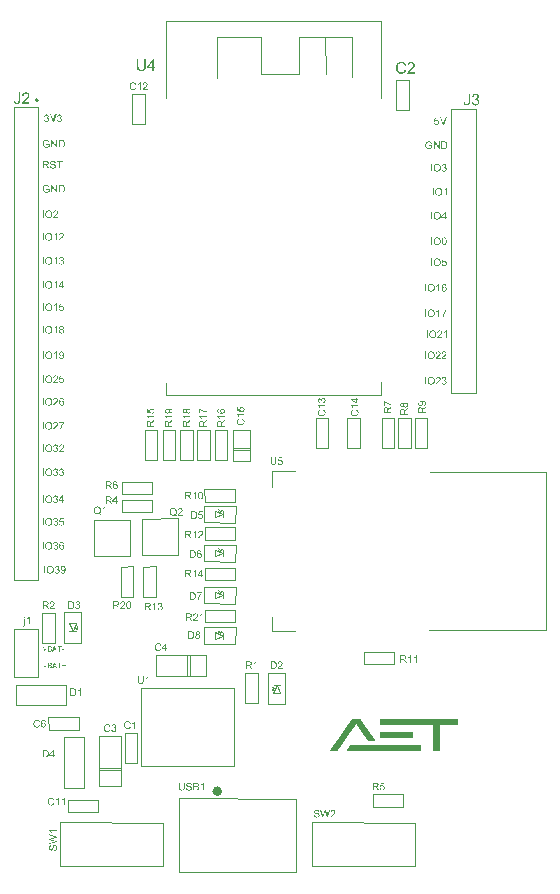
<source format=gto>
G04*
G04 #@! TF.GenerationSoftware,Altium Limited,Altium Designer,22.1.2 (22)*
G04*
G04 Layer_Color=65535*
%FSLAX25Y25*%
%MOIN*%
G70*
G04*
G04 #@! TF.SameCoordinates,E6BCAF42-7E50-4797-BEDC-23F1F838AA05*
G04*
G04*
G04 #@! TF.FilePolarity,Positive*
G04*
G01*
G75*
%ADD10C,0.01575*%
%ADD11C,0.00394*%
%ADD12C,0.00787*%
%ADD13C,0.00197*%
G36*
X135225Y46755D02*
X135374D01*
Y46681D01*
Y44749D01*
X135225D01*
Y44675D01*
X124450D01*
Y46830D01*
X135225D01*
Y46755D01*
D02*
G37*
G36*
X117762Y51065D02*
X117910D01*
Y50917D01*
X117985D01*
Y50842D01*
X118059D01*
Y50768D01*
X118133D01*
Y50620D01*
X118208D01*
Y50545D01*
X118282D01*
Y50397D01*
X118356D01*
Y50322D01*
X118430D01*
Y50248D01*
X118505D01*
Y50099D01*
X118579D01*
Y50025D01*
X118654D01*
Y49876D01*
X118728D01*
Y49802D01*
X118802D01*
Y49654D01*
X118876D01*
Y49579D01*
X118951D01*
Y49505D01*
X119025D01*
Y49356D01*
X119099D01*
Y49282D01*
X119174D01*
Y49133D01*
X119248D01*
Y49059D01*
X119322D01*
Y48910D01*
X119397D01*
Y48836D01*
X119471D01*
Y48762D01*
X119545D01*
Y48613D01*
X119620D01*
Y48539D01*
X119694D01*
Y48390D01*
X119768D01*
Y48316D01*
X119843D01*
Y48167D01*
X119917D01*
Y48093D01*
X119991D01*
Y48019D01*
X120065D01*
Y47870D01*
X120140D01*
Y47796D01*
X120214D01*
Y47647D01*
X120288D01*
Y47573D01*
X120363D01*
Y47424D01*
X120437D01*
Y47350D01*
X120511D01*
Y47275D01*
X120586D01*
Y47127D01*
X120660D01*
Y47052D01*
X120734D01*
Y46904D01*
X120809D01*
Y46830D01*
X120883D01*
Y46681D01*
X120957D01*
Y46607D01*
X121031D01*
Y46532D01*
X121106D01*
Y46384D01*
X121180D01*
Y46309D01*
X121254D01*
Y46161D01*
X121329D01*
Y46086D01*
X121403D01*
Y45938D01*
X121477D01*
Y45864D01*
X121552D01*
Y45789D01*
X121626D01*
Y45641D01*
X121700D01*
Y45566D01*
X121775D01*
Y45418D01*
X121849D01*
Y45343D01*
X121923D01*
Y45269D01*
X121998D01*
Y45120D01*
X122072D01*
Y45046D01*
X122146D01*
Y44897D01*
X122221D01*
Y44823D01*
X122295D01*
Y44675D01*
X122369D01*
Y44600D01*
X122443D01*
Y44526D01*
X122518D01*
Y44377D01*
X122592D01*
Y44303D01*
X122666D01*
Y44154D01*
X122741D01*
Y44080D01*
X122815D01*
Y43931D01*
X122889D01*
Y43857D01*
X122964D01*
Y43783D01*
X123038D01*
Y43634D01*
X120511D01*
Y43783D01*
X120437D01*
Y43857D01*
X120363D01*
Y43931D01*
X120288D01*
Y44080D01*
X120214D01*
Y44154D01*
X120140D01*
Y44303D01*
X120065D01*
Y44377D01*
X119991D01*
Y44526D01*
X119917D01*
Y44600D01*
X119843D01*
Y44675D01*
X119768D01*
Y44823D01*
X119694D01*
Y44897D01*
X119620D01*
Y45046D01*
X119545D01*
Y45120D01*
X119471D01*
Y45269D01*
X119397D01*
Y45343D01*
X119322D01*
Y45492D01*
X119248D01*
Y45566D01*
X119174D01*
Y45641D01*
X119099D01*
Y45789D01*
X119025D01*
Y45864D01*
X118951D01*
Y46012D01*
X118876D01*
Y46086D01*
X118802D01*
Y46161D01*
X118728D01*
Y46309D01*
X118654D01*
Y46384D01*
X118579D01*
Y46532D01*
X118505D01*
Y46607D01*
X118430D01*
Y46755D01*
X118356D01*
Y46830D01*
X118282D01*
Y46904D01*
X118208D01*
Y47052D01*
X118133D01*
Y47127D01*
X118059D01*
Y47275D01*
X117985D01*
Y47350D01*
X117910D01*
Y47424D01*
X117836D01*
Y47573D01*
X117762D01*
Y47647D01*
X117687D01*
Y47796D01*
X117613D01*
Y47870D01*
X117539D01*
Y48019D01*
X117464D01*
Y48093D01*
X117390D01*
Y48167D01*
X117316D01*
Y48316D01*
X117242D01*
Y48390D01*
X117167D01*
Y48539D01*
X117093D01*
Y48613D01*
X117019D01*
Y48687D01*
X116944D01*
Y48836D01*
X116870D01*
Y48910D01*
X116796D01*
Y49059D01*
X116721D01*
Y49133D01*
X116647D01*
Y49282D01*
X116573D01*
Y49356D01*
X116498D01*
Y49282D01*
X116424D01*
Y49208D01*
X116350D01*
Y49133D01*
X116275D01*
Y48985D01*
X116201D01*
Y48910D01*
X116127D01*
Y48762D01*
X116052D01*
Y48687D01*
X115978D01*
Y48539D01*
X115904D01*
Y48465D01*
X115830D01*
Y48390D01*
X115755D01*
Y48241D01*
X115681D01*
Y48167D01*
X115607D01*
Y48019D01*
X115532D01*
Y47944D01*
X115458D01*
Y47796D01*
X115384D01*
Y47721D01*
X115309D01*
Y47647D01*
X115235D01*
Y47498D01*
X115161D01*
Y47424D01*
X115086D01*
Y47275D01*
X115012D01*
Y47201D01*
X114938D01*
Y47052D01*
X114864D01*
Y46978D01*
X114789D01*
Y46904D01*
X114715D01*
Y46755D01*
X114641D01*
Y46681D01*
X114566D01*
Y46532D01*
X114492D01*
Y46458D01*
X114418D01*
Y46309D01*
X114343D01*
Y46235D01*
X114269D01*
Y46161D01*
X114195D01*
Y46012D01*
X114120D01*
Y45938D01*
X114046D01*
Y45789D01*
X113972D01*
Y45715D01*
X113897D01*
Y45566D01*
X113823D01*
Y45492D01*
X113749D01*
Y45343D01*
X113674D01*
Y45269D01*
X113600D01*
Y45195D01*
X113526D01*
Y45046D01*
X113452D01*
Y44972D01*
X113377D01*
Y44823D01*
X113303D01*
Y44749D01*
X113229D01*
Y44600D01*
X113154D01*
Y44526D01*
X113080D01*
Y44451D01*
X113006D01*
Y44303D01*
X112931D01*
Y44229D01*
X112857D01*
Y44080D01*
X112783D01*
Y44006D01*
X112708D01*
Y43931D01*
X112634D01*
Y43783D01*
X112560D01*
Y43708D01*
X112486D01*
Y43560D01*
X112411D01*
Y43486D01*
X112337D01*
Y43337D01*
X112262D01*
Y43262D01*
X112188D01*
Y43114D01*
X112114D01*
Y43040D01*
X112040D01*
Y42965D01*
X111965D01*
Y42817D01*
X111891D01*
Y42742D01*
X111817D01*
Y42594D01*
X111742D01*
Y42519D01*
X111668D01*
Y42445D01*
X111594D01*
Y42296D01*
X111519D01*
Y42222D01*
X111445D01*
Y42074D01*
X111371D01*
Y41999D01*
X111296D01*
Y41851D01*
X111222D01*
Y41776D01*
X111148D01*
Y41628D01*
X111074D01*
Y41553D01*
X110999D01*
Y41479D01*
X110925D01*
Y41330D01*
X110851D01*
Y41256D01*
X110776D01*
Y41107D01*
X110702D01*
Y41033D01*
X110628D01*
Y40885D01*
X110553D01*
Y40810D01*
X110479D01*
Y40736D01*
X110405D01*
Y40587D01*
X110330D01*
Y40513D01*
X110256D01*
Y40439D01*
X110182D01*
Y40364D01*
X107655D01*
Y40439D01*
X107729D01*
Y40513D01*
X107804D01*
Y40661D01*
X107878D01*
Y40736D01*
X107952D01*
Y40810D01*
X108027D01*
Y40959D01*
X108101D01*
Y41033D01*
X108175D01*
Y41182D01*
X108250D01*
Y41256D01*
X108324D01*
Y41405D01*
X108398D01*
Y41479D01*
X108473D01*
Y41553D01*
X108547D01*
Y41702D01*
X108621D01*
Y41776D01*
X108695D01*
Y41925D01*
X108770D01*
Y41999D01*
X108844D01*
Y42148D01*
X108918D01*
Y42222D01*
X108993D01*
Y42296D01*
X109067D01*
Y42445D01*
X109141D01*
Y42519D01*
X109216D01*
Y42668D01*
X109290D01*
Y42742D01*
X109364D01*
Y42817D01*
X109439D01*
Y42965D01*
X109513D01*
Y43040D01*
X109587D01*
Y43188D01*
X109662D01*
Y43262D01*
X109736D01*
Y43411D01*
X109810D01*
Y43486D01*
X109885D01*
Y43634D01*
X109959D01*
Y43708D01*
X110033D01*
Y43783D01*
X110107D01*
Y43931D01*
X110182D01*
Y44006D01*
X110256D01*
Y44154D01*
X110330D01*
Y44229D01*
X110405D01*
Y44303D01*
X110479D01*
Y44451D01*
X110553D01*
Y44526D01*
X110628D01*
Y44675D01*
X110702D01*
Y44749D01*
X110776D01*
Y44897D01*
X110851D01*
Y44972D01*
X110925D01*
Y45046D01*
X110999D01*
Y45195D01*
X111074D01*
Y45269D01*
X111148D01*
Y45418D01*
X111222D01*
Y45492D01*
X111296D01*
Y45641D01*
X111371D01*
Y45715D01*
X111445D01*
Y45789D01*
X111519D01*
Y45938D01*
X111594D01*
Y46012D01*
X111668D01*
Y46161D01*
X111742D01*
Y46235D01*
X111817D01*
Y46384D01*
X111891D01*
Y46458D01*
X111965D01*
Y46532D01*
X112040D01*
Y46681D01*
X112114D01*
Y46755D01*
X112188D01*
Y46904D01*
X112262D01*
Y46978D01*
X112337D01*
Y47052D01*
X112411D01*
Y47201D01*
X112486D01*
Y47275D01*
X112560D01*
Y47424D01*
X112634D01*
Y47498D01*
X112708D01*
Y47647D01*
X112783D01*
Y47721D01*
X112857D01*
Y47796D01*
X112931D01*
Y47944D01*
X113006D01*
Y48019D01*
X113080D01*
Y48167D01*
X113154D01*
Y48241D01*
X113229D01*
Y48390D01*
X113303D01*
Y48465D01*
X113377D01*
Y48539D01*
X113452D01*
Y48687D01*
X113526D01*
Y48762D01*
X113600D01*
Y48910D01*
X113674D01*
Y48985D01*
X113749D01*
Y49133D01*
X113823D01*
Y49208D01*
X113897D01*
Y49282D01*
X113972D01*
Y49431D01*
X114046D01*
Y49505D01*
X114120D01*
Y49654D01*
X114195D01*
Y49728D01*
X114269D01*
Y49876D01*
X114343D01*
Y49951D01*
X114418D01*
Y50025D01*
X114492D01*
Y50174D01*
X114566D01*
Y50248D01*
X114641D01*
Y50397D01*
X114715D01*
Y50471D01*
X114789D01*
Y50620D01*
X114864D01*
Y50694D01*
X114938D01*
Y50768D01*
X115012D01*
Y50917D01*
X115086D01*
Y50991D01*
X115161D01*
Y51065D01*
X115235D01*
Y51140D01*
X117762D01*
Y51065D01*
D02*
G37*
G36*
X150311D02*
X150385D01*
Y49133D01*
X150311D01*
Y49059D01*
X144292D01*
Y40364D01*
X142211D01*
Y49059D01*
X124450D01*
Y51140D01*
X150311D01*
Y51065D01*
D02*
G37*
G36*
X138272Y40959D02*
Y40885D01*
Y40364D01*
X113229D01*
Y40439D01*
X113303D01*
Y40513D01*
X113377D01*
Y40661D01*
X113452D01*
Y40736D01*
X113526D01*
Y40810D01*
X113600D01*
Y40959D01*
X113674D01*
Y41033D01*
X113749D01*
Y41182D01*
X113823D01*
Y41256D01*
X113897D01*
Y41405D01*
X113972D01*
Y41479D01*
X114046D01*
Y41553D01*
X114120D01*
Y41702D01*
X114195D01*
Y41776D01*
X114269D01*
Y41925D01*
X114343D01*
Y41999D01*
X114418D01*
Y42148D01*
X114492D01*
Y42222D01*
X114566D01*
Y42296D01*
X114641D01*
Y42445D01*
X138272D01*
Y40959D01*
D02*
G37*
G36*
X141835Y209044D02*
X141500D01*
Y211563D01*
X141835D01*
Y209044D01*
D02*
G37*
G36*
X145930Y211570D02*
X145977Y211563D01*
X146032Y211552D01*
X146090Y211537D01*
X146152Y211519D01*
X146210Y211490D01*
X146214D01*
X146217Y211486D01*
X146236Y211475D01*
X146265Y211457D01*
X146301Y211432D01*
X146341Y211395D01*
X146385Y211355D01*
X146425Y211308D01*
X146465Y211253D01*
X146469Y211246D01*
X146483Y211228D01*
X146498Y211195D01*
X146523Y211148D01*
X146545Y211093D01*
X146574Y211031D01*
X146600Y210958D01*
X146622Y210878D01*
Y210875D01*
X146625Y210867D01*
X146629Y210856D01*
X146632Y210838D01*
X146636Y210816D01*
X146640Y210791D01*
X146647Y210758D01*
X146651Y210722D01*
X146658Y210682D01*
X146661Y210638D01*
X146665Y210587D01*
X146672Y210536D01*
X146676Y210478D01*
Y210420D01*
X146680Y210354D01*
Y210285D01*
Y210281D01*
Y210267D01*
Y210241D01*
Y210212D01*
X146676Y210172D01*
Y210128D01*
X146672Y210081D01*
X146669Y210030D01*
X146658Y209914D01*
X146640Y209793D01*
X146618Y209677D01*
X146603Y209622D01*
X146585Y209568D01*
Y209564D01*
X146581Y209557D01*
X146574Y209542D01*
X146567Y209524D01*
X146560Y209499D01*
X146545Y209473D01*
X146516Y209411D01*
X146479Y209346D01*
X146432Y209273D01*
X146378Y209208D01*
X146312Y209146D01*
X146308D01*
X146305Y209138D01*
X146294Y209131D01*
X146279Y209124D01*
X146261Y209113D01*
X146243Y209098D01*
X146188Y209073D01*
X146123Y209047D01*
X146046Y209022D01*
X145955Y209007D01*
X145857Y209000D01*
X145821D01*
X145795Y209004D01*
X145766Y209007D01*
X145730Y209015D01*
X145690Y209022D01*
X145646Y209033D01*
X145602Y209047D01*
X145555Y209062D01*
X145508Y209084D01*
X145460Y209109D01*
X145413Y209138D01*
X145366Y209175D01*
X145322Y209215D01*
X145282Y209258D01*
X145278Y209262D01*
X145271Y209273D01*
X145260Y209291D01*
X145242Y209320D01*
X145224Y209353D01*
X145205Y209397D01*
X145180Y209448D01*
X145158Y209506D01*
X145136Y209572D01*
X145115Y209648D01*
X145093Y209732D01*
X145074Y209826D01*
X145056Y209928D01*
X145045Y210037D01*
X145038Y210157D01*
X145034Y210285D01*
Y210289D01*
Y210303D01*
Y210329D01*
Y210358D01*
X145038Y210398D01*
Y210441D01*
X145042Y210489D01*
X145045Y210543D01*
X145056Y210656D01*
X145074Y210776D01*
X145096Y210896D01*
X145111Y210951D01*
X145125Y211006D01*
Y211009D01*
X145129Y211017D01*
X145136Y211031D01*
X145144Y211049D01*
X145151Y211075D01*
X145166Y211100D01*
X145195Y211162D01*
X145231Y211228D01*
X145278Y211297D01*
X145333Y211366D01*
X145398Y211424D01*
X145402D01*
X145406Y211432D01*
X145417Y211439D01*
X145431Y211446D01*
X145449Y211461D01*
X145471Y211472D01*
X145526Y211501D01*
X145591Y211526D01*
X145668Y211552D01*
X145759Y211566D01*
X145857Y211574D01*
X145890D01*
X145930Y211570D01*
D02*
G37*
G36*
X143586Y211603D02*
X143619D01*
X143651Y211599D01*
X143695Y211592D01*
X143739Y211584D01*
X143833Y211566D01*
X143942Y211537D01*
X144048Y211493D01*
X144103Y211468D01*
X144157Y211439D01*
X144161Y211435D01*
X144168Y211432D01*
X144183Y211421D01*
X144204Y211410D01*
X144226Y211391D01*
X144255Y211370D01*
X144317Y211319D01*
X144383Y211253D01*
X144456Y211173D01*
X144525Y211078D01*
X144583Y210973D01*
Y210969D01*
X144590Y210958D01*
X144598Y210944D01*
X144605Y210922D01*
X144620Y210893D01*
X144630Y210860D01*
X144645Y210820D01*
X144659Y210776D01*
X144670Y210729D01*
X144685Y210678D01*
X144700Y210620D01*
X144711Y210562D01*
X144725Y210434D01*
X144732Y210296D01*
Y210292D01*
Y210278D01*
Y210259D01*
X144729Y210230D01*
Y210198D01*
X144725Y210157D01*
X144718Y210114D01*
X144714Y210067D01*
X144696Y209961D01*
X144667Y209844D01*
X144627Y209728D01*
X144605Y209670D01*
X144576Y209612D01*
Y209608D01*
X144569Y209597D01*
X144561Y209582D01*
X144547Y209561D01*
X144532Y209535D01*
X144514Y209510D01*
X144463Y209440D01*
X144401Y209368D01*
X144328Y209291D01*
X144241Y209218D01*
X144139Y209153D01*
X144135D01*
X144128Y209146D01*
X144110Y209138D01*
X144088Y209127D01*
X144063Y209117D01*
X144033Y209106D01*
X143997Y209091D01*
X143957Y209076D01*
X143913Y209062D01*
X143866Y209047D01*
X143760Y209026D01*
X143648Y209007D01*
X143527Y209000D01*
X143491D01*
X143469Y209004D01*
X143437D01*
X143400Y209011D01*
X143360Y209015D01*
X143313Y209022D01*
X143214Y209044D01*
X143109Y209073D01*
X143000Y209117D01*
X142945Y209142D01*
X142891Y209171D01*
X142887Y209175D01*
X142880Y209178D01*
X142865Y209189D01*
X142843Y209204D01*
X142821Y209218D01*
X142796Y209240D01*
X142734Y209295D01*
X142665Y209360D01*
X142592Y209440D01*
X142526Y209531D01*
X142465Y209637D01*
Y209641D01*
X142457Y209652D01*
X142450Y209666D01*
X142443Y209688D01*
X142432Y209717D01*
X142421Y209750D01*
X142406Y209786D01*
X142395Y209826D01*
X142381Y209874D01*
X142366Y209921D01*
X142344Y210030D01*
X142330Y210143D01*
X142323Y210267D01*
Y210270D01*
Y210274D01*
Y210296D01*
X142326Y210329D01*
Y210372D01*
X142334Y210423D01*
X142341Y210485D01*
X142352Y210554D01*
X142366Y210627D01*
X142381Y210703D01*
X142403Y210784D01*
X142432Y210864D01*
X142465Y210947D01*
X142501Y211028D01*
X142548Y211108D01*
X142599Y211180D01*
X142657Y211249D01*
X142661Y211253D01*
X142672Y211264D01*
X142694Y211282D01*
X142719Y211304D01*
X142752Y211333D01*
X142792Y211362D01*
X142840Y211395D01*
X142894Y211428D01*
X142952Y211461D01*
X143018Y211493D01*
X143091Y211523D01*
X143167Y211552D01*
X143251Y211574D01*
X143338Y211592D01*
X143429Y211603D01*
X143527Y211606D01*
X143560D01*
X143586Y211603D01*
D02*
G37*
G36*
X145859Y165070D02*
X145906Y165063D01*
X145965Y165052D01*
X146030Y165033D01*
X146096Y165012D01*
X146161Y164982D01*
X146165D01*
X146168Y164979D01*
X146190Y164968D01*
X146223Y164946D01*
X146259Y164921D01*
X146303Y164884D01*
X146347Y164844D01*
X146390Y164797D01*
X146427Y164742D01*
X146431Y164735D01*
X146441Y164717D01*
X146456Y164684D01*
X146474Y164644D01*
X146492Y164597D01*
X146507Y164542D01*
X146518Y164480D01*
X146522Y164418D01*
Y164411D01*
Y164389D01*
X146518Y164360D01*
X146511Y164320D01*
X146500Y164273D01*
X146482Y164222D01*
X146460Y164171D01*
X146431Y164120D01*
X146427Y164112D01*
X146416Y164098D01*
X146394Y164073D01*
X146365Y164043D01*
X146329Y164011D01*
X146285Y163974D01*
X146234Y163941D01*
X146172Y163909D01*
X146176D01*
X146183Y163905D01*
X146194Y163901D01*
X146209Y163898D01*
X146249Y163883D01*
X146300Y163861D01*
X146358Y163832D01*
X146416Y163796D01*
X146471Y163749D01*
X146522Y163694D01*
X146525Y163687D01*
X146540Y163665D01*
X146562Y163628D01*
X146583Y163581D01*
X146605Y163523D01*
X146627Y163454D01*
X146642Y163374D01*
X146645Y163286D01*
Y163283D01*
Y163272D01*
Y163253D01*
X146642Y163232D01*
X146638Y163203D01*
X146631Y163170D01*
X146624Y163133D01*
X146616Y163093D01*
X146587Y163006D01*
X146565Y162959D01*
X146543Y162915D01*
X146514Y162868D01*
X146482Y162820D01*
X146445Y162773D01*
X146401Y162729D01*
X146398Y162726D01*
X146390Y162718D01*
X146376Y162707D01*
X146358Y162693D01*
X146336Y162675D01*
X146307Y162656D01*
X146274Y162635D01*
X146234Y162617D01*
X146194Y162595D01*
X146147Y162573D01*
X146099Y162555D01*
X146045Y162536D01*
X145986Y162522D01*
X145925Y162511D01*
X145863Y162504D01*
X145794Y162500D01*
X145761D01*
X145739Y162504D01*
X145710Y162507D01*
X145677Y162511D01*
X145641Y162518D01*
X145601Y162525D01*
X145513Y162547D01*
X145422Y162584D01*
X145375Y162606D01*
X145331Y162631D01*
X145288Y162664D01*
X145244Y162697D01*
X145240Y162700D01*
X145233Y162707D01*
X145222Y162718D01*
X145211Y162733D01*
X145193Y162751D01*
X145175Y162777D01*
X145153Y162802D01*
X145131Y162835D01*
X145109Y162871D01*
X145087Y162908D01*
X145047Y162995D01*
X145015Y163097D01*
X145004Y163152D01*
X144996Y163210D01*
X145306Y163250D01*
Y163246D01*
X145309Y163239D01*
X145313Y163224D01*
X145317Y163206D01*
X145320Y163184D01*
X145328Y163159D01*
X145346Y163104D01*
X145371Y163039D01*
X145404Y162977D01*
X145440Y162919D01*
X145484Y162868D01*
X145491Y162864D01*
X145506Y162849D01*
X145535Y162831D01*
X145571Y162813D01*
X145615Y162791D01*
X145670Y162773D01*
X145732Y162758D01*
X145797Y162755D01*
X145819D01*
X145834Y162758D01*
X145874Y162762D01*
X145925Y162773D01*
X145983Y162791D01*
X146045Y162817D01*
X146107Y162853D01*
X146165Y162904D01*
X146172Y162911D01*
X146190Y162933D01*
X146212Y162966D01*
X146241Y163010D01*
X146270Y163064D01*
X146292Y163126D01*
X146310Y163199D01*
X146318Y163279D01*
Y163283D01*
Y163290D01*
Y163301D01*
X146314Y163315D01*
X146310Y163355D01*
X146300Y163403D01*
X146285Y163461D01*
X146259Y163519D01*
X146223Y163577D01*
X146176Y163632D01*
X146168Y163639D01*
X146150Y163654D01*
X146121Y163676D01*
X146081Y163701D01*
X146030Y163727D01*
X145968Y163749D01*
X145899Y163763D01*
X145823Y163770D01*
X145790D01*
X145764Y163767D01*
X145732Y163763D01*
X145695Y163756D01*
X145652Y163749D01*
X145604Y163738D01*
X145641Y164011D01*
X145659D01*
X145673Y164007D01*
X145721D01*
X145761Y164014D01*
X145808Y164022D01*
X145863Y164032D01*
X145925Y164051D01*
X145983Y164076D01*
X146045Y164109D01*
X146048D01*
X146052Y164112D01*
X146070Y164127D01*
X146096Y164153D01*
X146125Y164185D01*
X146154Y164233D01*
X146179Y164287D01*
X146198Y164349D01*
X146205Y164385D01*
Y164426D01*
Y164429D01*
Y164433D01*
Y164455D01*
X146198Y164484D01*
X146190Y164524D01*
X146176Y164567D01*
X146158Y164615D01*
X146128Y164662D01*
X146088Y164706D01*
X146085Y164709D01*
X146067Y164724D01*
X146041Y164742D01*
X146008Y164764D01*
X145965Y164782D01*
X145914Y164801D01*
X145855Y164815D01*
X145790Y164819D01*
X145761D01*
X145728Y164811D01*
X145684Y164804D01*
X145637Y164790D01*
X145590Y164771D01*
X145539Y164742D01*
X145491Y164706D01*
X145488Y164702D01*
X145473Y164684D01*
X145451Y164658D01*
X145426Y164622D01*
X145400Y164575D01*
X145375Y164517D01*
X145353Y164447D01*
X145339Y164367D01*
X145029Y164422D01*
Y164426D01*
X145033Y164436D01*
X145036Y164451D01*
X145040Y164473D01*
X145047Y164498D01*
X145058Y164527D01*
X145080Y164597D01*
X145116Y164677D01*
X145160Y164757D01*
X145215Y164833D01*
X145284Y164902D01*
X145288Y164906D01*
X145295Y164910D01*
X145306Y164917D01*
X145320Y164928D01*
X145339Y164942D01*
X145364Y164957D01*
X145389Y164972D01*
X145422Y164990D01*
X145495Y165019D01*
X145579Y165048D01*
X145677Y165066D01*
X145728Y165074D01*
X145819D01*
X145859Y165070D01*
D02*
G37*
G36*
X143930D02*
X143959Y165066D01*
X143995Y165063D01*
X144035Y165055D01*
X144076Y165048D01*
X144170Y165023D01*
X144265Y164986D01*
X144312Y164964D01*
X144359Y164939D01*
X144403Y164906D01*
X144443Y164870D01*
X144447Y164866D01*
X144454Y164862D01*
X144461Y164848D01*
X144476Y164833D01*
X144494Y164815D01*
X144512Y164790D01*
X144530Y164764D01*
X144552Y164731D01*
X144589Y164662D01*
X144625Y164575D01*
X144640Y164531D01*
X144647Y164480D01*
X144654Y164429D01*
X144658Y164375D01*
Y164367D01*
Y164349D01*
X144654Y164320D01*
X144651Y164280D01*
X144643Y164236D01*
X144629Y164185D01*
X144614Y164131D01*
X144592Y164076D01*
X144589Y164069D01*
X144581Y164051D01*
X144567Y164022D01*
X144545Y163981D01*
X144516Y163938D01*
X144480Y163883D01*
X144436Y163829D01*
X144385Y163767D01*
X144378Y163759D01*
X144359Y163738D01*
X144341Y163719D01*
X144323Y163701D01*
X144301Y163679D01*
X144272Y163650D01*
X144243Y163621D01*
X144207Y163588D01*
X144170Y163552D01*
X144126Y163512D01*
X144079Y163472D01*
X144028Y163425D01*
X143970Y163377D01*
X143912Y163326D01*
X143908Y163323D01*
X143901Y163315D01*
X143886Y163304D01*
X143868Y163290D01*
X143846Y163268D01*
X143821Y163246D01*
X143762Y163199D01*
X143701Y163144D01*
X143642Y163090D01*
X143591Y163042D01*
X143570Y163024D01*
X143551Y163006D01*
X143548Y163002D01*
X143537Y162991D01*
X143522Y162977D01*
X143504Y162955D01*
X143486Y162929D01*
X143464Y162904D01*
X143420Y162842D01*
X144661D01*
Y162544D01*
X142991D01*
Y162547D01*
Y162562D01*
Y162584D01*
X142994Y162613D01*
X142998Y162646D01*
X143005Y162682D01*
X143013Y162718D01*
X143027Y162758D01*
Y162762D01*
X143031Y162766D01*
X143038Y162788D01*
X143053Y162820D01*
X143075Y162864D01*
X143104Y162915D01*
X143140Y162973D01*
X143180Y163031D01*
X143231Y163093D01*
Y163097D01*
X143238Y163101D01*
X143256Y163122D01*
X143289Y163155D01*
X143337Y163203D01*
X143391Y163257D01*
X143460Y163323D01*
X143544Y163395D01*
X143635Y163472D01*
X143639Y163476D01*
X143653Y163486D01*
X143675Y163505D01*
X143701Y163526D01*
X143733Y163556D01*
X143773Y163588D01*
X143813Y163625D01*
X143861Y163665D01*
X143952Y163752D01*
X144043Y163839D01*
X144086Y163883D01*
X144126Y163927D01*
X144163Y163967D01*
X144192Y164007D01*
Y164011D01*
X144199Y164014D01*
X144207Y164025D01*
X144214Y164040D01*
X144239Y164080D01*
X144268Y164127D01*
X144294Y164185D01*
X144319Y164247D01*
X144334Y164316D01*
X144341Y164382D01*
Y164385D01*
Y164389D01*
X144338Y164411D01*
X144334Y164447D01*
X144323Y164487D01*
X144308Y164538D01*
X144283Y164589D01*
X144250Y164640D01*
X144207Y164691D01*
X144199Y164699D01*
X144181Y164713D01*
X144156Y164731D01*
X144115Y164757D01*
X144065Y164779D01*
X144006Y164801D01*
X143937Y164815D01*
X143861Y164819D01*
X143839D01*
X143824Y164815D01*
X143781Y164811D01*
X143730Y164801D01*
X143675Y164786D01*
X143613Y164760D01*
X143555Y164728D01*
X143500Y164684D01*
X143493Y164677D01*
X143479Y164658D01*
X143457Y164629D01*
X143435Y164586D01*
X143409Y164535D01*
X143387Y164469D01*
X143373Y164396D01*
X143366Y164313D01*
X143049Y164346D01*
Y164349D01*
X143053Y164360D01*
Y164378D01*
X143056Y164404D01*
X143064Y164433D01*
X143071Y164466D01*
X143082Y164506D01*
X143093Y164546D01*
X143122Y164633D01*
X143166Y164720D01*
X143191Y164764D01*
X143224Y164808D01*
X143256Y164848D01*
X143293Y164884D01*
X143297Y164888D01*
X143304Y164892D01*
X143315Y164902D01*
X143333Y164913D01*
X143355Y164928D01*
X143380Y164942D01*
X143409Y164961D01*
X143446Y164979D01*
X143486Y164997D01*
X143529Y165015D01*
X143577Y165030D01*
X143628Y165044D01*
X143682Y165055D01*
X143741Y165066D01*
X143802Y165070D01*
X143868Y165074D01*
X143904D01*
X143930Y165070D01*
D02*
G37*
G36*
X139835Y162544D02*
X139500D01*
Y165063D01*
X139835D01*
Y162544D01*
D02*
G37*
G36*
X141586Y165103D02*
X141619D01*
X141651Y165099D01*
X141695Y165092D01*
X141739Y165084D01*
X141833Y165066D01*
X141942Y165037D01*
X142048Y164993D01*
X142103Y164968D01*
X142157Y164939D01*
X142161Y164935D01*
X142168Y164931D01*
X142183Y164921D01*
X142204Y164910D01*
X142226Y164892D01*
X142255Y164870D01*
X142317Y164819D01*
X142383Y164753D01*
X142456Y164673D01*
X142525Y164578D01*
X142583Y164473D01*
Y164469D01*
X142590Y164458D01*
X142598Y164444D01*
X142605Y164422D01*
X142620Y164393D01*
X142630Y164360D01*
X142645Y164320D01*
X142659Y164276D01*
X142670Y164229D01*
X142685Y164178D01*
X142700Y164120D01*
X142710Y164062D01*
X142725Y163934D01*
X142732Y163796D01*
Y163792D01*
Y163778D01*
Y163759D01*
X142729Y163730D01*
Y163698D01*
X142725Y163657D01*
X142718Y163614D01*
X142714Y163567D01*
X142696Y163461D01*
X142667Y163345D01*
X142627Y163228D01*
X142605Y163170D01*
X142576Y163111D01*
Y163108D01*
X142569Y163097D01*
X142561Y163082D01*
X142547Y163061D01*
X142532Y163035D01*
X142514Y163010D01*
X142463Y162940D01*
X142401Y162868D01*
X142328Y162791D01*
X142241Y162718D01*
X142139Y162653D01*
X142135D01*
X142128Y162646D01*
X142110Y162638D01*
X142088Y162627D01*
X142063Y162617D01*
X142033Y162606D01*
X141997Y162591D01*
X141957Y162576D01*
X141913Y162562D01*
X141866Y162547D01*
X141760Y162525D01*
X141648Y162507D01*
X141527Y162500D01*
X141491D01*
X141469Y162504D01*
X141437D01*
X141400Y162511D01*
X141360Y162515D01*
X141313Y162522D01*
X141214Y162544D01*
X141109Y162573D01*
X141000Y162617D01*
X140945Y162642D01*
X140891Y162671D01*
X140887Y162675D01*
X140880Y162678D01*
X140865Y162689D01*
X140843Y162704D01*
X140821Y162718D01*
X140796Y162740D01*
X140734Y162795D01*
X140665Y162860D01*
X140592Y162940D01*
X140526Y163031D01*
X140465Y163137D01*
Y163141D01*
X140457Y163152D01*
X140450Y163166D01*
X140443Y163188D01*
X140432Y163217D01*
X140421Y163250D01*
X140406Y163286D01*
X140395Y163326D01*
X140381Y163374D01*
X140366Y163421D01*
X140345Y163530D01*
X140330Y163643D01*
X140323Y163767D01*
Y163770D01*
Y163774D01*
Y163796D01*
X140326Y163829D01*
Y163872D01*
X140334Y163923D01*
X140341Y163985D01*
X140352Y164054D01*
X140366Y164127D01*
X140381Y164204D01*
X140403Y164284D01*
X140432Y164364D01*
X140465Y164447D01*
X140501Y164527D01*
X140548Y164608D01*
X140599Y164680D01*
X140657Y164750D01*
X140661Y164753D01*
X140672Y164764D01*
X140694Y164782D01*
X140719Y164804D01*
X140752Y164833D01*
X140792Y164862D01*
X140840Y164895D01*
X140894Y164928D01*
X140952Y164961D01*
X141018Y164993D01*
X141091Y165023D01*
X141167Y165052D01*
X141251Y165074D01*
X141338Y165092D01*
X141429Y165103D01*
X141527Y165106D01*
X141560D01*
X141586Y165103D01*
D02*
G37*
G36*
X145888Y173570D02*
X145917Y173566D01*
X145954Y173563D01*
X145994Y173555D01*
X146034Y173548D01*
X146128Y173522D01*
X146223Y173486D01*
X146270Y173464D01*
X146318Y173439D01*
X146361Y173406D01*
X146401Y173370D01*
X146405Y173366D01*
X146412Y173362D01*
X146420Y173348D01*
X146434Y173333D01*
X146452Y173315D01*
X146471Y173290D01*
X146489Y173264D01*
X146511Y173231D01*
X146547Y173162D01*
X146583Y173075D01*
X146598Y173031D01*
X146605Y172980D01*
X146613Y172929D01*
X146616Y172875D01*
Y172867D01*
Y172849D01*
X146613Y172820D01*
X146609Y172780D01*
X146602Y172736D01*
X146587Y172685D01*
X146572Y172631D01*
X146551Y172576D01*
X146547Y172569D01*
X146540Y172551D01*
X146525Y172521D01*
X146503Y172482D01*
X146474Y172438D01*
X146438Y172383D01*
X146394Y172329D01*
X146343Y172267D01*
X146336Y172259D01*
X146318Y172238D01*
X146300Y172219D01*
X146281Y172201D01*
X146259Y172179D01*
X146230Y172150D01*
X146201Y172121D01*
X146165Y172088D01*
X146128Y172052D01*
X146085Y172012D01*
X146037Y171972D01*
X145986Y171925D01*
X145928Y171877D01*
X145870Y171826D01*
X145866Y171823D01*
X145859Y171815D01*
X145844Y171804D01*
X145826Y171790D01*
X145805Y171768D01*
X145779Y171746D01*
X145721Y171699D01*
X145659Y171644D01*
X145601Y171590D01*
X145550Y171542D01*
X145528Y171524D01*
X145510Y171506D01*
X145506Y171502D01*
X145495Y171491D01*
X145481Y171477D01*
X145462Y171455D01*
X145444Y171430D01*
X145422Y171404D01*
X145379Y171342D01*
X146620D01*
Y171044D01*
X144949D01*
Y171047D01*
Y171062D01*
Y171084D01*
X144953Y171113D01*
X144956Y171146D01*
X144964Y171182D01*
X144971Y171218D01*
X144985Y171258D01*
Y171262D01*
X144989Y171266D01*
X144996Y171288D01*
X145011Y171320D01*
X145033Y171364D01*
X145062Y171415D01*
X145098Y171473D01*
X145138Y171531D01*
X145189Y171593D01*
Y171597D01*
X145197Y171601D01*
X145215Y171622D01*
X145248Y171655D01*
X145295Y171703D01*
X145350Y171757D01*
X145419Y171823D01*
X145502Y171895D01*
X145593Y171972D01*
X145597Y171976D01*
X145612Y171986D01*
X145633Y172005D01*
X145659Y172027D01*
X145692Y172056D01*
X145732Y172088D01*
X145772Y172125D01*
X145819Y172165D01*
X145910Y172252D01*
X146001Y172339D01*
X146045Y172383D01*
X146085Y172427D01*
X146121Y172467D01*
X146150Y172507D01*
Y172511D01*
X146158Y172514D01*
X146165Y172525D01*
X146172Y172540D01*
X146198Y172580D01*
X146227Y172627D01*
X146252Y172685D01*
X146278Y172747D01*
X146292Y172816D01*
X146300Y172882D01*
Y172886D01*
Y172889D01*
X146296Y172911D01*
X146292Y172947D01*
X146281Y172987D01*
X146267Y173038D01*
X146241Y173089D01*
X146209Y173140D01*
X146165Y173191D01*
X146158Y173199D01*
X146139Y173213D01*
X146114Y173231D01*
X146074Y173257D01*
X146023Y173279D01*
X145965Y173301D01*
X145896Y173315D01*
X145819Y173319D01*
X145797D01*
X145783Y173315D01*
X145739Y173311D01*
X145688Y173301D01*
X145633Y173286D01*
X145571Y173260D01*
X145513Y173228D01*
X145459Y173184D01*
X145451Y173177D01*
X145437Y173159D01*
X145415Y173129D01*
X145393Y173086D01*
X145368Y173035D01*
X145346Y172969D01*
X145331Y172896D01*
X145324Y172813D01*
X145007Y172845D01*
Y172849D01*
X145011Y172860D01*
Y172878D01*
X145015Y172904D01*
X145022Y172933D01*
X145029Y172966D01*
X145040Y173006D01*
X145051Y173046D01*
X145080Y173133D01*
X145124Y173220D01*
X145149Y173264D01*
X145182Y173308D01*
X145215Y173348D01*
X145251Y173384D01*
X145255Y173388D01*
X145262Y173391D01*
X145273Y173402D01*
X145291Y173413D01*
X145313Y173428D01*
X145339Y173442D01*
X145368Y173461D01*
X145404Y173479D01*
X145444Y173497D01*
X145488Y173515D01*
X145535Y173530D01*
X145586Y173544D01*
X145641Y173555D01*
X145699Y173566D01*
X145761Y173570D01*
X145826Y173574D01*
X145863D01*
X145888Y173570D01*
D02*
G37*
G36*
X143930D02*
X143959Y173566D01*
X143995Y173563D01*
X144035Y173555D01*
X144076Y173548D01*
X144170Y173522D01*
X144265Y173486D01*
X144312Y173464D01*
X144359Y173439D01*
X144403Y173406D01*
X144443Y173370D01*
X144447Y173366D01*
X144454Y173362D01*
X144461Y173348D01*
X144476Y173333D01*
X144494Y173315D01*
X144512Y173290D01*
X144530Y173264D01*
X144552Y173231D01*
X144589Y173162D01*
X144625Y173075D01*
X144640Y173031D01*
X144647Y172980D01*
X144654Y172929D01*
X144658Y172875D01*
Y172867D01*
Y172849D01*
X144654Y172820D01*
X144651Y172780D01*
X144643Y172736D01*
X144629Y172685D01*
X144614Y172631D01*
X144592Y172576D01*
X144589Y172569D01*
X144581Y172551D01*
X144567Y172521D01*
X144545Y172482D01*
X144516Y172438D01*
X144480Y172383D01*
X144436Y172329D01*
X144385Y172267D01*
X144378Y172259D01*
X144359Y172238D01*
X144341Y172219D01*
X144323Y172201D01*
X144301Y172179D01*
X144272Y172150D01*
X144243Y172121D01*
X144207Y172088D01*
X144170Y172052D01*
X144126Y172012D01*
X144079Y171972D01*
X144028Y171925D01*
X143970Y171877D01*
X143912Y171826D01*
X143908Y171823D01*
X143901Y171815D01*
X143886Y171804D01*
X143868Y171790D01*
X143846Y171768D01*
X143821Y171746D01*
X143762Y171699D01*
X143701Y171644D01*
X143642Y171590D01*
X143591Y171542D01*
X143570Y171524D01*
X143551Y171506D01*
X143548Y171502D01*
X143537Y171491D01*
X143522Y171477D01*
X143504Y171455D01*
X143486Y171430D01*
X143464Y171404D01*
X143420Y171342D01*
X144661D01*
Y171044D01*
X142991D01*
Y171047D01*
Y171062D01*
Y171084D01*
X142994Y171113D01*
X142998Y171146D01*
X143005Y171182D01*
X143013Y171218D01*
X143027Y171258D01*
Y171262D01*
X143031Y171266D01*
X143038Y171288D01*
X143053Y171320D01*
X143075Y171364D01*
X143104Y171415D01*
X143140Y171473D01*
X143180Y171531D01*
X143231Y171593D01*
Y171597D01*
X143238Y171601D01*
X143256Y171622D01*
X143289Y171655D01*
X143337Y171703D01*
X143391Y171757D01*
X143460Y171823D01*
X143544Y171895D01*
X143635Y171972D01*
X143639Y171976D01*
X143653Y171986D01*
X143675Y172005D01*
X143701Y172027D01*
X143733Y172056D01*
X143773Y172088D01*
X143813Y172125D01*
X143861Y172165D01*
X143952Y172252D01*
X144043Y172339D01*
X144086Y172383D01*
X144126Y172427D01*
X144163Y172467D01*
X144192Y172507D01*
Y172511D01*
X144199Y172514D01*
X144207Y172525D01*
X144214Y172540D01*
X144239Y172580D01*
X144268Y172627D01*
X144294Y172685D01*
X144319Y172747D01*
X144334Y172816D01*
X144341Y172882D01*
Y172886D01*
Y172889D01*
X144338Y172911D01*
X144334Y172947D01*
X144323Y172987D01*
X144308Y173038D01*
X144283Y173089D01*
X144250Y173140D01*
X144207Y173191D01*
X144199Y173199D01*
X144181Y173213D01*
X144156Y173231D01*
X144115Y173257D01*
X144065Y173279D01*
X144006Y173301D01*
X143937Y173315D01*
X143861Y173319D01*
X143839D01*
X143824Y173315D01*
X143781Y173311D01*
X143730Y173301D01*
X143675Y173286D01*
X143613Y173260D01*
X143555Y173228D01*
X143500Y173184D01*
X143493Y173177D01*
X143479Y173159D01*
X143457Y173129D01*
X143435Y173086D01*
X143409Y173035D01*
X143387Y172969D01*
X143373Y172896D01*
X143366Y172813D01*
X143049Y172845D01*
Y172849D01*
X143053Y172860D01*
Y172878D01*
X143056Y172904D01*
X143064Y172933D01*
X143071Y172966D01*
X143082Y173006D01*
X143093Y173046D01*
X143122Y173133D01*
X143166Y173220D01*
X143191Y173264D01*
X143224Y173308D01*
X143256Y173348D01*
X143293Y173384D01*
X143297Y173388D01*
X143304Y173391D01*
X143315Y173402D01*
X143333Y173413D01*
X143355Y173428D01*
X143380Y173442D01*
X143409Y173461D01*
X143446Y173479D01*
X143486Y173497D01*
X143529Y173515D01*
X143577Y173530D01*
X143628Y173544D01*
X143682Y173555D01*
X143741Y173566D01*
X143802Y173570D01*
X143868Y173574D01*
X143904D01*
X143930Y173570D01*
D02*
G37*
G36*
X139835Y171044D02*
X139500D01*
Y173563D01*
X139835D01*
Y171044D01*
D02*
G37*
G36*
X141586Y173603D02*
X141619D01*
X141651Y173599D01*
X141695Y173592D01*
X141739Y173584D01*
X141833Y173566D01*
X141942Y173537D01*
X142048Y173493D01*
X142103Y173468D01*
X142157Y173439D01*
X142161Y173435D01*
X142168Y173432D01*
X142183Y173421D01*
X142204Y173410D01*
X142226Y173391D01*
X142255Y173370D01*
X142317Y173319D01*
X142383Y173253D01*
X142456Y173173D01*
X142525Y173078D01*
X142583Y172973D01*
Y172969D01*
X142590Y172958D01*
X142598Y172944D01*
X142605Y172922D01*
X142620Y172893D01*
X142630Y172860D01*
X142645Y172820D01*
X142659Y172776D01*
X142670Y172729D01*
X142685Y172678D01*
X142700Y172620D01*
X142710Y172562D01*
X142725Y172434D01*
X142732Y172296D01*
Y172292D01*
Y172278D01*
Y172259D01*
X142729Y172230D01*
Y172198D01*
X142725Y172158D01*
X142718Y172114D01*
X142714Y172066D01*
X142696Y171961D01*
X142667Y171844D01*
X142627Y171728D01*
X142605Y171670D01*
X142576Y171611D01*
Y171608D01*
X142569Y171597D01*
X142561Y171582D01*
X142547Y171561D01*
X142532Y171535D01*
X142514Y171510D01*
X142463Y171440D01*
X142401Y171368D01*
X142328Y171291D01*
X142241Y171218D01*
X142139Y171153D01*
X142135D01*
X142128Y171146D01*
X142110Y171138D01*
X142088Y171127D01*
X142063Y171116D01*
X142033Y171106D01*
X141997Y171091D01*
X141957Y171076D01*
X141913Y171062D01*
X141866Y171047D01*
X141760Y171026D01*
X141648Y171007D01*
X141527Y171000D01*
X141491D01*
X141469Y171004D01*
X141437D01*
X141400Y171011D01*
X141360Y171015D01*
X141313Y171022D01*
X141214Y171044D01*
X141109Y171073D01*
X141000Y171116D01*
X140945Y171142D01*
X140891Y171171D01*
X140887Y171175D01*
X140880Y171178D01*
X140865Y171189D01*
X140843Y171204D01*
X140821Y171218D01*
X140796Y171240D01*
X140734Y171295D01*
X140665Y171360D01*
X140592Y171440D01*
X140526Y171531D01*
X140465Y171637D01*
Y171641D01*
X140457Y171652D01*
X140450Y171666D01*
X140443Y171688D01*
X140432Y171717D01*
X140421Y171750D01*
X140406Y171786D01*
X140395Y171826D01*
X140381Y171874D01*
X140366Y171921D01*
X140345Y172030D01*
X140330Y172143D01*
X140323Y172267D01*
Y172270D01*
Y172274D01*
Y172296D01*
X140326Y172329D01*
Y172372D01*
X140334Y172423D01*
X140341Y172485D01*
X140352Y172554D01*
X140366Y172627D01*
X140381Y172704D01*
X140403Y172784D01*
X140432Y172864D01*
X140465Y172947D01*
X140501Y173028D01*
X140548Y173108D01*
X140599Y173180D01*
X140657Y173249D01*
X140661Y173253D01*
X140672Y173264D01*
X140694Y173282D01*
X140719Y173304D01*
X140752Y173333D01*
X140792Y173362D01*
X140840Y173395D01*
X140894Y173428D01*
X140952Y173461D01*
X141018Y173493D01*
X141091Y173522D01*
X141167Y173552D01*
X141251Y173574D01*
X141338Y173592D01*
X141429Y173603D01*
X141527Y173606D01*
X141560D01*
X141586Y173603D01*
D02*
G37*
G36*
X146658Y178044D02*
X146348D01*
Y180013D01*
X146344Y180009D01*
X146326Y179995D01*
X146305Y179973D01*
X146268Y179947D01*
X146228Y179915D01*
X146177Y179878D01*
X146119Y179838D01*
X146053Y179798D01*
X146050D01*
X146046Y179795D01*
X146024Y179780D01*
X145988Y179762D01*
X145944Y179740D01*
X145893Y179714D01*
X145839Y179689D01*
X145784Y179664D01*
X145729Y179642D01*
Y179940D01*
X145733D01*
X145740Y179947D01*
X145755Y179951D01*
X145773Y179962D01*
X145795Y179973D01*
X145820Y179987D01*
X145882Y180024D01*
X145955Y180064D01*
X146028Y180115D01*
X146104Y180173D01*
X146181Y180235D01*
X146184Y180239D01*
X146188Y180242D01*
X146199Y180253D01*
X146213Y180264D01*
X146246Y180300D01*
X146290Y180344D01*
X146334Y180395D01*
X146381Y180453D01*
X146421Y180512D01*
X146457Y180573D01*
X146658D01*
Y178044D01*
D02*
G37*
G36*
X144430Y180570D02*
X144459Y180566D01*
X144495Y180563D01*
X144535Y180555D01*
X144576Y180548D01*
X144670Y180523D01*
X144765Y180486D01*
X144812Y180464D01*
X144859Y180439D01*
X144903Y180406D01*
X144943Y180370D01*
X144947Y180366D01*
X144954Y180362D01*
X144961Y180348D01*
X144976Y180333D01*
X144994Y180315D01*
X145012Y180290D01*
X145030Y180264D01*
X145052Y180231D01*
X145089Y180162D01*
X145125Y180075D01*
X145140Y180031D01*
X145147Y179980D01*
X145154Y179929D01*
X145158Y179875D01*
Y179867D01*
Y179849D01*
X145154Y179820D01*
X145151Y179780D01*
X145143Y179736D01*
X145129Y179685D01*
X145114Y179631D01*
X145092Y179576D01*
X145089Y179569D01*
X145081Y179551D01*
X145067Y179522D01*
X145045Y179481D01*
X145016Y179438D01*
X144980Y179383D01*
X144936Y179329D01*
X144885Y179267D01*
X144878Y179259D01*
X144859Y179238D01*
X144841Y179219D01*
X144823Y179201D01*
X144801Y179179D01*
X144772Y179150D01*
X144743Y179121D01*
X144706Y179088D01*
X144670Y179052D01*
X144626Y179012D01*
X144579Y178972D01*
X144528Y178925D01*
X144470Y178877D01*
X144412Y178826D01*
X144408Y178823D01*
X144401Y178815D01*
X144386Y178804D01*
X144368Y178790D01*
X144346Y178768D01*
X144321Y178746D01*
X144262Y178699D01*
X144201Y178644D01*
X144142Y178590D01*
X144091Y178542D01*
X144070Y178524D01*
X144051Y178506D01*
X144048Y178502D01*
X144037Y178491D01*
X144022Y178477D01*
X144004Y178455D01*
X143986Y178429D01*
X143964Y178404D01*
X143920Y178342D01*
X145161D01*
Y178044D01*
X143491D01*
Y178047D01*
Y178062D01*
Y178084D01*
X143494Y178113D01*
X143498Y178146D01*
X143505Y178182D01*
X143513Y178218D01*
X143527Y178258D01*
Y178262D01*
X143531Y178266D01*
X143538Y178288D01*
X143553Y178320D01*
X143575Y178364D01*
X143604Y178415D01*
X143640Y178473D01*
X143680Y178531D01*
X143731Y178593D01*
Y178597D01*
X143738Y178601D01*
X143756Y178622D01*
X143789Y178655D01*
X143837Y178702D01*
X143891Y178757D01*
X143960Y178823D01*
X144044Y178895D01*
X144135Y178972D01*
X144139Y178975D01*
X144153Y178986D01*
X144175Y179005D01*
X144201Y179026D01*
X144233Y179056D01*
X144273Y179088D01*
X144313Y179125D01*
X144361Y179165D01*
X144452Y179252D01*
X144543Y179340D01*
X144586Y179383D01*
X144626Y179427D01*
X144663Y179467D01*
X144692Y179507D01*
Y179511D01*
X144699Y179514D01*
X144706Y179525D01*
X144714Y179540D01*
X144739Y179580D01*
X144768Y179627D01*
X144794Y179685D01*
X144819Y179747D01*
X144834Y179816D01*
X144841Y179882D01*
Y179885D01*
Y179889D01*
X144838Y179911D01*
X144834Y179947D01*
X144823Y179987D01*
X144808Y180038D01*
X144783Y180089D01*
X144750Y180140D01*
X144706Y180191D01*
X144699Y180199D01*
X144681Y180213D01*
X144656Y180231D01*
X144615Y180257D01*
X144565Y180279D01*
X144506Y180300D01*
X144437Y180315D01*
X144361Y180319D01*
X144339D01*
X144324Y180315D01*
X144281Y180311D01*
X144230Y180300D01*
X144175Y180286D01*
X144113Y180260D01*
X144055Y180228D01*
X144000Y180184D01*
X143993Y180177D01*
X143979Y180158D01*
X143957Y180129D01*
X143935Y180086D01*
X143909Y180035D01*
X143887Y179969D01*
X143873Y179896D01*
X143866Y179813D01*
X143549Y179845D01*
Y179849D01*
X143553Y179860D01*
Y179878D01*
X143556Y179904D01*
X143564Y179933D01*
X143571Y179966D01*
X143582Y180006D01*
X143593Y180046D01*
X143622Y180133D01*
X143666Y180220D01*
X143691Y180264D01*
X143724Y180308D01*
X143756Y180348D01*
X143793Y180384D01*
X143797Y180388D01*
X143804Y180392D01*
X143815Y180402D01*
X143833Y180413D01*
X143855Y180428D01*
X143880Y180442D01*
X143909Y180461D01*
X143946Y180479D01*
X143986Y180497D01*
X144029Y180515D01*
X144077Y180530D01*
X144128Y180544D01*
X144182Y180555D01*
X144241Y180566D01*
X144302Y180570D01*
X144368Y180573D01*
X144404D01*
X144430Y180570D01*
D02*
G37*
G36*
X140335Y178044D02*
X140000D01*
Y180563D01*
X140335D01*
Y178044D01*
D02*
G37*
G36*
X142086Y180603D02*
X142119D01*
X142151Y180599D01*
X142195Y180592D01*
X142239Y180584D01*
X142333Y180566D01*
X142442Y180537D01*
X142548Y180493D01*
X142603Y180468D01*
X142657Y180439D01*
X142661Y180435D01*
X142668Y180431D01*
X142683Y180421D01*
X142704Y180410D01*
X142726Y180392D01*
X142755Y180370D01*
X142817Y180319D01*
X142883Y180253D01*
X142956Y180173D01*
X143025Y180078D01*
X143083Y179973D01*
Y179969D01*
X143090Y179958D01*
X143098Y179944D01*
X143105Y179922D01*
X143120Y179893D01*
X143130Y179860D01*
X143145Y179820D01*
X143159Y179776D01*
X143170Y179729D01*
X143185Y179678D01*
X143200Y179620D01*
X143210Y179562D01*
X143225Y179434D01*
X143232Y179296D01*
Y179292D01*
Y179278D01*
Y179259D01*
X143229Y179230D01*
Y179198D01*
X143225Y179157D01*
X143218Y179114D01*
X143214Y179067D01*
X143196Y178961D01*
X143167Y178844D01*
X143127Y178728D01*
X143105Y178670D01*
X143076Y178612D01*
Y178608D01*
X143069Y178597D01*
X143061Y178582D01*
X143047Y178561D01*
X143032Y178535D01*
X143014Y178510D01*
X142963Y178440D01*
X142901Y178368D01*
X142828Y178291D01*
X142741Y178218D01*
X142639Y178153D01*
X142635D01*
X142628Y178146D01*
X142610Y178138D01*
X142588Y178127D01*
X142563Y178117D01*
X142533Y178106D01*
X142497Y178091D01*
X142457Y178076D01*
X142413Y178062D01*
X142366Y178047D01*
X142260Y178025D01*
X142148Y178007D01*
X142027Y178000D01*
X141991D01*
X141969Y178004D01*
X141937D01*
X141900Y178011D01*
X141860Y178015D01*
X141813Y178022D01*
X141714Y178044D01*
X141609Y178073D01*
X141500Y178117D01*
X141445Y178142D01*
X141391Y178171D01*
X141387Y178175D01*
X141380Y178178D01*
X141365Y178189D01*
X141343Y178204D01*
X141321Y178218D01*
X141296Y178240D01*
X141234Y178295D01*
X141165Y178360D01*
X141092Y178440D01*
X141026Y178531D01*
X140965Y178637D01*
Y178641D01*
X140957Y178652D01*
X140950Y178666D01*
X140943Y178688D01*
X140932Y178717D01*
X140921Y178750D01*
X140906Y178786D01*
X140895Y178826D01*
X140881Y178874D01*
X140866Y178921D01*
X140845Y179030D01*
X140830Y179143D01*
X140823Y179267D01*
Y179270D01*
Y179274D01*
Y179296D01*
X140826Y179329D01*
Y179372D01*
X140834Y179423D01*
X140841Y179485D01*
X140852Y179554D01*
X140866Y179627D01*
X140881Y179703D01*
X140903Y179784D01*
X140932Y179864D01*
X140965Y179947D01*
X141001Y180027D01*
X141048Y180108D01*
X141099Y180180D01*
X141157Y180250D01*
X141161Y180253D01*
X141172Y180264D01*
X141194Y180282D01*
X141219Y180304D01*
X141252Y180333D01*
X141292Y180362D01*
X141340Y180395D01*
X141394Y180428D01*
X141452Y180461D01*
X141518Y180493D01*
X141591Y180523D01*
X141667Y180552D01*
X141751Y180573D01*
X141838Y180592D01*
X141929Y180603D01*
X142027Y180606D01*
X142060D01*
X142086Y180603D01*
D02*
G37*
G36*
X146645Y187286D02*
X146642Y187282D01*
X146634Y187275D01*
X146620Y187260D01*
X146605Y187239D01*
X146583Y187213D01*
X146554Y187184D01*
X146525Y187148D01*
X146492Y187104D01*
X146460Y187060D01*
X146420Y187009D01*
X146380Y186951D01*
X146340Y186893D01*
X146296Y186827D01*
X146252Y186758D01*
X146209Y186682D01*
X146165Y186605D01*
X146161Y186602D01*
X146154Y186587D01*
X146143Y186565D01*
X146125Y186532D01*
X146107Y186492D01*
X146085Y186449D01*
X146059Y186398D01*
X146034Y186339D01*
X146005Y186274D01*
X145972Y186208D01*
X145943Y186136D01*
X145914Y186059D01*
X145855Y185903D01*
X145801Y185735D01*
Y185732D01*
X145797Y185721D01*
X145794Y185703D01*
X145786Y185681D01*
X145779Y185652D01*
X145772Y185615D01*
X145761Y185575D01*
X145754Y185531D01*
X145743Y185480D01*
X145732Y185426D01*
X145713Y185309D01*
X145695Y185182D01*
X145684Y185044D01*
X145368D01*
Y185047D01*
Y185058D01*
Y185073D01*
X145371Y185095D01*
Y185124D01*
X145375Y185160D01*
X145379Y185200D01*
X145382Y185244D01*
X145389Y185295D01*
X145397Y185346D01*
X145408Y185408D01*
X145419Y185470D01*
X145430Y185535D01*
X145444Y185608D01*
X145481Y185757D01*
Y185761D01*
X145484Y185775D01*
X145491Y185797D01*
X145502Y185830D01*
X145513Y185866D01*
X145528Y185910D01*
X145542Y185961D01*
X145564Y186016D01*
X145586Y186077D01*
X145608Y186139D01*
X145662Y186278D01*
X145728Y186423D01*
X145801Y186569D01*
X145805Y186573D01*
X145812Y186587D01*
X145823Y186605D01*
X145837Y186634D01*
X145855Y186667D01*
X145881Y186707D01*
X145906Y186751D01*
X145935Y186798D01*
X146005Y186904D01*
X146078Y187013D01*
X146161Y187126D01*
X146249Y187231D01*
X145015D01*
Y187530D01*
X146645D01*
Y187286D01*
D02*
G37*
G36*
X144199Y185044D02*
X143890D01*
Y187013D01*
X143886Y187009D01*
X143868Y186995D01*
X143846Y186973D01*
X143810Y186947D01*
X143770Y186915D01*
X143719Y186878D01*
X143660Y186838D01*
X143595Y186798D01*
X143591D01*
X143588Y186794D01*
X143566Y186780D01*
X143529Y186762D01*
X143486Y186740D01*
X143435Y186714D01*
X143380Y186689D01*
X143326Y186663D01*
X143271Y186642D01*
Y186940D01*
X143275D01*
X143282Y186947D01*
X143297Y186951D01*
X143315Y186962D01*
X143337Y186973D01*
X143362Y186987D01*
X143424Y187024D01*
X143497Y187064D01*
X143570Y187115D01*
X143646Y187173D01*
X143722Y187235D01*
X143726Y187239D01*
X143730Y187242D01*
X143741Y187253D01*
X143755Y187264D01*
X143788Y187301D01*
X143832Y187344D01*
X143875Y187395D01*
X143923Y187453D01*
X143963Y187512D01*
X143999Y187574D01*
X144199D01*
Y185044D01*
D02*
G37*
G36*
X139835D02*
X139500D01*
Y187563D01*
X139835D01*
Y185044D01*
D02*
G37*
G36*
X141586Y187603D02*
X141619D01*
X141651Y187599D01*
X141695Y187592D01*
X141739Y187584D01*
X141833Y187566D01*
X141942Y187537D01*
X142048Y187493D01*
X142103Y187468D01*
X142157Y187439D01*
X142161Y187435D01*
X142168Y187432D01*
X142183Y187421D01*
X142204Y187410D01*
X142226Y187391D01*
X142255Y187370D01*
X142317Y187319D01*
X142383Y187253D01*
X142456Y187173D01*
X142525Y187078D01*
X142583Y186973D01*
Y186969D01*
X142590Y186958D01*
X142598Y186944D01*
X142605Y186922D01*
X142620Y186893D01*
X142630Y186860D01*
X142645Y186820D01*
X142659Y186776D01*
X142670Y186729D01*
X142685Y186678D01*
X142700Y186620D01*
X142710Y186562D01*
X142725Y186434D01*
X142732Y186296D01*
Y186292D01*
Y186278D01*
Y186259D01*
X142729Y186230D01*
Y186198D01*
X142725Y186158D01*
X142718Y186114D01*
X142714Y186066D01*
X142696Y185961D01*
X142667Y185845D01*
X142627Y185728D01*
X142605Y185670D01*
X142576Y185611D01*
Y185608D01*
X142569Y185597D01*
X142561Y185582D01*
X142547Y185561D01*
X142532Y185535D01*
X142514Y185510D01*
X142463Y185440D01*
X142401Y185368D01*
X142328Y185291D01*
X142241Y185218D01*
X142139Y185153D01*
X142135D01*
X142128Y185146D01*
X142110Y185138D01*
X142088Y185127D01*
X142063Y185117D01*
X142033Y185106D01*
X141997Y185091D01*
X141957Y185076D01*
X141913Y185062D01*
X141866Y185047D01*
X141760Y185026D01*
X141648Y185007D01*
X141527Y185000D01*
X141491D01*
X141469Y185004D01*
X141437D01*
X141400Y185011D01*
X141360Y185015D01*
X141313Y185022D01*
X141214Y185044D01*
X141109Y185073D01*
X141000Y185117D01*
X140945Y185142D01*
X140891Y185171D01*
X140887Y185175D01*
X140880Y185178D01*
X140865Y185189D01*
X140843Y185204D01*
X140821Y185218D01*
X140796Y185240D01*
X140734Y185295D01*
X140665Y185360D01*
X140592Y185440D01*
X140526Y185531D01*
X140465Y185637D01*
Y185641D01*
X140457Y185652D01*
X140450Y185666D01*
X140443Y185688D01*
X140432Y185717D01*
X140421Y185750D01*
X140406Y185786D01*
X140395Y185826D01*
X140381Y185874D01*
X140366Y185921D01*
X140345Y186030D01*
X140330Y186143D01*
X140323Y186267D01*
Y186270D01*
Y186274D01*
Y186296D01*
X140326Y186329D01*
Y186372D01*
X140334Y186423D01*
X140341Y186485D01*
X140352Y186554D01*
X140366Y186627D01*
X140381Y186704D01*
X140403Y186784D01*
X140432Y186864D01*
X140465Y186947D01*
X140501Y187028D01*
X140548Y187108D01*
X140599Y187180D01*
X140657Y187250D01*
X140661Y187253D01*
X140672Y187264D01*
X140694Y187282D01*
X140719Y187304D01*
X140752Y187333D01*
X140792Y187362D01*
X140840Y187395D01*
X140894Y187428D01*
X140952Y187461D01*
X141018Y187493D01*
X141091Y187522D01*
X141167Y187552D01*
X141251Y187574D01*
X141338Y187592D01*
X141429Y187603D01*
X141527Y187606D01*
X141560D01*
X141586Y187603D01*
D02*
G37*
G36*
X145935Y196070D02*
X145961D01*
X145990Y196066D01*
X146059Y196052D01*
X146136Y196033D01*
X146216Y196004D01*
X146296Y195961D01*
X146336Y195935D01*
X146372Y195906D01*
X146376Y195902D01*
X146380Y195899D01*
X146390Y195888D01*
X146401Y195877D01*
X146420Y195859D01*
X146434Y195837D01*
X146474Y195786D01*
X146514Y195720D01*
X146551Y195640D01*
X146583Y195549D01*
X146605Y195447D01*
X146296Y195422D01*
Y195426D01*
X146292Y195429D01*
X146289Y195451D01*
X146278Y195484D01*
X146263Y195524D01*
X146249Y195568D01*
X146227Y195611D01*
X146201Y195651D01*
X146176Y195684D01*
X146168Y195691D01*
X146154Y195706D01*
X146128Y195728D01*
X146092Y195753D01*
X146045Y195775D01*
X145994Y195797D01*
X145932Y195811D01*
X145866Y195819D01*
X145841D01*
X145812Y195815D01*
X145779Y195808D01*
X145735Y195797D01*
X145692Y195782D01*
X145648Y195764D01*
X145604Y195735D01*
X145597Y195731D01*
X145579Y195717D01*
X145553Y195691D01*
X145521Y195655D01*
X145484Y195611D01*
X145444Y195560D01*
X145408Y195495D01*
X145371Y195422D01*
Y195418D01*
X145368Y195411D01*
X145364Y195400D01*
X145357Y195386D01*
X145353Y195364D01*
X145346Y195338D01*
X145339Y195309D01*
X145331Y195273D01*
X145320Y195233D01*
X145313Y195189D01*
X145306Y195142D01*
X145302Y195091D01*
X145295Y195032D01*
X145291Y194974D01*
X145288Y194909D01*
Y194843D01*
X145291Y194847D01*
X145306Y194869D01*
X145331Y194898D01*
X145364Y194934D01*
X145400Y194978D01*
X145448Y195018D01*
X145499Y195058D01*
X145557Y195094D01*
X145561D01*
X145564Y195098D01*
X145586Y195109D01*
X145619Y195120D01*
X145662Y195138D01*
X145713Y195153D01*
X145772Y195164D01*
X145834Y195174D01*
X145899Y195178D01*
X145928D01*
X145950Y195174D01*
X145979Y195171D01*
X146008Y195167D01*
X146045Y195160D01*
X146081Y195149D01*
X146165Y195123D01*
X146209Y195105D01*
X146252Y195080D01*
X146296Y195054D01*
X146343Y195025D01*
X146387Y194989D01*
X146427Y194949D01*
X146431Y194945D01*
X146438Y194938D01*
X146449Y194927D01*
X146460Y194909D01*
X146478Y194883D01*
X146496Y194858D01*
X146514Y194825D01*
X146536Y194789D01*
X146558Y194748D01*
X146576Y194705D01*
X146594Y194654D01*
X146613Y194603D01*
X146624Y194548D01*
X146634Y194486D01*
X146642Y194425D01*
X146645Y194359D01*
Y194355D01*
Y194348D01*
Y194337D01*
Y194319D01*
X146642Y194297D01*
Y194275D01*
X146631Y194217D01*
X146620Y194148D01*
X146602Y194075D01*
X146576Y193995D01*
X146540Y193919D01*
Y193915D01*
X146536Y193911D01*
X146529Y193900D01*
X146522Y193886D01*
X146500Y193849D01*
X146467Y193802D01*
X146427Y193751D01*
X146380Y193700D01*
X146321Y193649D01*
X146259Y193606D01*
X146256D01*
X146252Y193602D01*
X146241Y193595D01*
X146227Y193591D01*
X146190Y193573D01*
X146143Y193555D01*
X146081Y193533D01*
X146012Y193518D01*
X145935Y193504D01*
X145852Y193500D01*
X145834D01*
X145815Y193504D01*
X145786D01*
X145754Y193507D01*
X145717Y193515D01*
X145673Y193526D01*
X145630Y193536D01*
X145579Y193551D01*
X145528Y193569D01*
X145477Y193591D01*
X145422Y193620D01*
X145371Y193653D01*
X145320Y193689D01*
X145269Y193733D01*
X145222Y193784D01*
X145218Y193788D01*
X145211Y193798D01*
X145200Y193813D01*
X145186Y193839D01*
X145164Y193871D01*
X145146Y193908D01*
X145124Y193955D01*
X145102Y194006D01*
X145077Y194068D01*
X145055Y194137D01*
X145036Y194213D01*
X145018Y194297D01*
X145000Y194392D01*
X144989Y194494D01*
X144982Y194603D01*
X144978Y194719D01*
Y194723D01*
Y194727D01*
Y194738D01*
Y194752D01*
X144982Y194789D01*
Y194840D01*
X144985Y194898D01*
X144993Y194967D01*
X145000Y195043D01*
X145011Y195127D01*
X145026Y195211D01*
X145044Y195302D01*
X145066Y195389D01*
X145091Y195476D01*
X145124Y195560D01*
X145160Y195640D01*
X145200Y195717D01*
X145248Y195782D01*
X145251Y195786D01*
X145258Y195793D01*
X145273Y195808D01*
X145291Y195830D01*
X145313Y195851D01*
X145342Y195873D01*
X145379Y195902D01*
X145415Y195928D01*
X145459Y195953D01*
X145506Y195983D01*
X145561Y196004D01*
X145615Y196030D01*
X145677Y196048D01*
X145743Y196063D01*
X145812Y196070D01*
X145885Y196073D01*
X145914D01*
X145935Y196070D01*
D02*
G37*
G36*
X144199Y193544D02*
X143890D01*
Y195513D01*
X143886Y195509D01*
X143868Y195495D01*
X143846Y195473D01*
X143810Y195447D01*
X143770Y195415D01*
X143719Y195378D01*
X143660Y195338D01*
X143595Y195298D01*
X143591D01*
X143588Y195294D01*
X143566Y195280D01*
X143529Y195262D01*
X143486Y195240D01*
X143435Y195214D01*
X143380Y195189D01*
X143326Y195164D01*
X143271Y195142D01*
Y195440D01*
X143275D01*
X143282Y195447D01*
X143297Y195451D01*
X143315Y195462D01*
X143337Y195473D01*
X143362Y195487D01*
X143424Y195524D01*
X143497Y195564D01*
X143570Y195615D01*
X143646Y195673D01*
X143722Y195735D01*
X143726Y195739D01*
X143730Y195742D01*
X143741Y195753D01*
X143755Y195764D01*
X143788Y195800D01*
X143832Y195844D01*
X143875Y195895D01*
X143923Y195953D01*
X143963Y196012D01*
X143999Y196073D01*
X144199D01*
Y193544D01*
D02*
G37*
G36*
X139835D02*
X139500D01*
Y196063D01*
X139835D01*
Y193544D01*
D02*
G37*
G36*
X141586Y196103D02*
X141619D01*
X141651Y196099D01*
X141695Y196092D01*
X141739Y196084D01*
X141833Y196066D01*
X141942Y196037D01*
X142048Y195993D01*
X142103Y195968D01*
X142157Y195939D01*
X142161Y195935D01*
X142168Y195931D01*
X142183Y195921D01*
X142204Y195910D01*
X142226Y195891D01*
X142255Y195870D01*
X142317Y195819D01*
X142383Y195753D01*
X142456Y195673D01*
X142525Y195578D01*
X142583Y195473D01*
Y195469D01*
X142590Y195458D01*
X142598Y195444D01*
X142605Y195422D01*
X142620Y195393D01*
X142630Y195360D01*
X142645Y195320D01*
X142659Y195276D01*
X142670Y195229D01*
X142685Y195178D01*
X142700Y195120D01*
X142710Y195062D01*
X142725Y194934D01*
X142732Y194796D01*
Y194792D01*
Y194778D01*
Y194759D01*
X142729Y194730D01*
Y194698D01*
X142725Y194658D01*
X142718Y194614D01*
X142714Y194567D01*
X142696Y194461D01*
X142667Y194344D01*
X142627Y194228D01*
X142605Y194170D01*
X142576Y194112D01*
Y194108D01*
X142569Y194097D01*
X142561Y194082D01*
X142547Y194061D01*
X142532Y194035D01*
X142514Y194010D01*
X142463Y193940D01*
X142401Y193868D01*
X142328Y193791D01*
X142241Y193718D01*
X142139Y193653D01*
X142135D01*
X142128Y193646D01*
X142110Y193638D01*
X142088Y193627D01*
X142063Y193616D01*
X142033Y193606D01*
X141997Y193591D01*
X141957Y193576D01*
X141913Y193562D01*
X141866Y193547D01*
X141760Y193526D01*
X141648Y193507D01*
X141527Y193500D01*
X141491D01*
X141469Y193504D01*
X141437D01*
X141400Y193511D01*
X141360Y193515D01*
X141313Y193522D01*
X141214Y193544D01*
X141109Y193573D01*
X141000Y193616D01*
X140945Y193642D01*
X140891Y193671D01*
X140887Y193675D01*
X140880Y193678D01*
X140865Y193689D01*
X140843Y193704D01*
X140821Y193718D01*
X140796Y193740D01*
X140734Y193795D01*
X140665Y193860D01*
X140592Y193940D01*
X140526Y194031D01*
X140465Y194137D01*
Y194141D01*
X140457Y194152D01*
X140450Y194166D01*
X140443Y194188D01*
X140432Y194217D01*
X140421Y194250D01*
X140406Y194286D01*
X140395Y194326D01*
X140381Y194374D01*
X140366Y194421D01*
X140345Y194530D01*
X140330Y194643D01*
X140323Y194767D01*
Y194770D01*
Y194774D01*
Y194796D01*
X140326Y194829D01*
Y194872D01*
X140334Y194923D01*
X140341Y194985D01*
X140352Y195054D01*
X140366Y195127D01*
X140381Y195203D01*
X140403Y195284D01*
X140432Y195364D01*
X140465Y195447D01*
X140501Y195528D01*
X140548Y195608D01*
X140599Y195680D01*
X140657Y195749D01*
X140661Y195753D01*
X140672Y195764D01*
X140694Y195782D01*
X140719Y195804D01*
X140752Y195833D01*
X140792Y195862D01*
X140840Y195895D01*
X140894Y195928D01*
X140952Y195961D01*
X141018Y195993D01*
X141091Y196022D01*
X141167Y196052D01*
X141251Y196073D01*
X141338Y196092D01*
X141429Y196103D01*
X141527Y196106D01*
X141560D01*
X141586Y196103D01*
D02*
G37*
G36*
X146585Y204235D02*
X145577D01*
X145442Y203554D01*
X145446Y203558D01*
X145453Y203562D01*
X145464Y203569D01*
X145482Y203580D01*
X145504Y203591D01*
X145529Y203605D01*
X145588Y203634D01*
X145660Y203663D01*
X145741Y203689D01*
X145828Y203707D01*
X145872Y203714D01*
X145952D01*
X145974Y203711D01*
X146003Y203707D01*
X146035Y203703D01*
X146072Y203696D01*
X146112Y203685D01*
X146199Y203660D01*
X146247Y203642D01*
X146294Y203616D01*
X146341Y203591D01*
X146388Y203562D01*
X146432Y203525D01*
X146476Y203485D01*
X146479Y203482D01*
X146487Y203474D01*
X146498Y203463D01*
X146512Y203445D01*
X146530Y203420D01*
X146549Y203394D01*
X146571Y203361D01*
X146592Y203325D01*
X146611Y203285D01*
X146632Y203241D01*
X146651Y203190D01*
X146669Y203139D01*
X146683Y203085D01*
X146694Y203023D01*
X146702Y202961D01*
X146705Y202895D01*
Y202892D01*
Y202881D01*
Y202863D01*
X146702Y202837D01*
X146698Y202808D01*
X146694Y202775D01*
X146687Y202735D01*
X146680Y202695D01*
X146658Y202601D01*
X146622Y202502D01*
X146600Y202451D01*
X146571Y202404D01*
X146541Y202353D01*
X146505Y202306D01*
X146501Y202302D01*
X146494Y202291D01*
X146479Y202277D01*
X146461Y202258D01*
X146436Y202237D01*
X146407Y202207D01*
X146370Y202182D01*
X146330Y202153D01*
X146287Y202124D01*
X146236Y202098D01*
X146181Y202073D01*
X146123Y202047D01*
X146061Y202029D01*
X145992Y202015D01*
X145919Y202004D01*
X145843Y202000D01*
X145810D01*
X145784Y202004D01*
X145755Y202007D01*
X145722Y202011D01*
X145682Y202015D01*
X145642Y202026D01*
X145551Y202047D01*
X145460Y202080D01*
X145413Y202102D01*
X145366Y202127D01*
X145322Y202156D01*
X145278Y202189D01*
X145275Y202193D01*
X145267Y202197D01*
X145260Y202211D01*
X145246Y202226D01*
X145227Y202244D01*
X145209Y202266D01*
X145187Y202295D01*
X145169Y202328D01*
X145147Y202360D01*
X145125Y202400D01*
X145085Y202488D01*
X145053Y202590D01*
X145042Y202644D01*
X145034Y202702D01*
X145358Y202728D01*
Y202724D01*
Y202717D01*
X145362Y202706D01*
X145366Y202688D01*
X145377Y202648D01*
X145391Y202593D01*
X145413Y202539D01*
X145442Y202477D01*
X145478Y202422D01*
X145522Y202371D01*
X145529Y202368D01*
X145544Y202353D01*
X145573Y202335D01*
X145613Y202313D01*
X145657Y202291D01*
X145712Y202273D01*
X145773Y202258D01*
X145843Y202255D01*
X145864D01*
X145879Y202258D01*
X145923Y202262D01*
X145974Y202277D01*
X146035Y202295D01*
X146097Y202324D01*
X146163Y202368D01*
X146192Y202393D01*
X146221Y202422D01*
X146225Y202426D01*
X146228Y202430D01*
X146236Y202440D01*
X146247Y202451D01*
X146272Y202491D01*
X146301Y202542D01*
X146327Y202604D01*
X146352Y202681D01*
X146370Y202772D01*
X146378Y202819D01*
Y202870D01*
Y202874D01*
Y202881D01*
Y202895D01*
X146374Y202914D01*
Y202936D01*
X146370Y202961D01*
X146359Y203019D01*
X146341Y203088D01*
X146316Y203157D01*
X146279Y203223D01*
X146228Y203285D01*
Y203289D01*
X146221Y203292D01*
X146203Y203310D01*
X146170Y203336D01*
X146126Y203365D01*
X146068Y203391D01*
X146003Y203416D01*
X145926Y203434D01*
X145883Y203441D01*
X145813D01*
X145784Y203438D01*
X145748Y203434D01*
X145704Y203423D01*
X145660Y203412D01*
X145613Y203394D01*
X145566Y203372D01*
X145562Y203369D01*
X145548Y203361D01*
X145526Y203343D01*
X145497Y203325D01*
X145468Y203299D01*
X145439Y203267D01*
X145406Y203234D01*
X145380Y203194D01*
X145089Y203234D01*
X145333Y204530D01*
X146585D01*
Y204235D01*
D02*
G37*
G36*
X141835Y202044D02*
X141500D01*
Y204563D01*
X141835D01*
Y202044D01*
D02*
G37*
G36*
X143586Y204603D02*
X143619D01*
X143651Y204599D01*
X143695Y204592D01*
X143739Y204584D01*
X143833Y204566D01*
X143942Y204537D01*
X144048Y204493D01*
X144103Y204468D01*
X144157Y204439D01*
X144161Y204435D01*
X144168Y204432D01*
X144183Y204421D01*
X144204Y204410D01*
X144226Y204392D01*
X144255Y204370D01*
X144317Y204319D01*
X144383Y204253D01*
X144456Y204173D01*
X144525Y204078D01*
X144583Y203973D01*
Y203969D01*
X144590Y203958D01*
X144598Y203944D01*
X144605Y203922D01*
X144620Y203893D01*
X144630Y203860D01*
X144645Y203820D01*
X144659Y203776D01*
X144670Y203729D01*
X144685Y203678D01*
X144700Y203620D01*
X144711Y203562D01*
X144725Y203434D01*
X144732Y203296D01*
Y203292D01*
Y203278D01*
Y203259D01*
X144729Y203230D01*
Y203198D01*
X144725Y203157D01*
X144718Y203114D01*
X144714Y203066D01*
X144696Y202961D01*
X144667Y202845D01*
X144627Y202728D01*
X144605Y202670D01*
X144576Y202611D01*
Y202608D01*
X144569Y202597D01*
X144561Y202582D01*
X144547Y202561D01*
X144532Y202535D01*
X144514Y202510D01*
X144463Y202440D01*
X144401Y202368D01*
X144328Y202291D01*
X144241Y202218D01*
X144139Y202153D01*
X144135D01*
X144128Y202146D01*
X144110Y202138D01*
X144088Y202127D01*
X144063Y202116D01*
X144033Y202106D01*
X143997Y202091D01*
X143957Y202076D01*
X143913Y202062D01*
X143866Y202047D01*
X143760Y202026D01*
X143648Y202007D01*
X143527Y202000D01*
X143491D01*
X143469Y202004D01*
X143437D01*
X143400Y202011D01*
X143360Y202015D01*
X143313Y202022D01*
X143214Y202044D01*
X143109Y202073D01*
X143000Y202116D01*
X142945Y202142D01*
X142891Y202171D01*
X142887Y202175D01*
X142880Y202178D01*
X142865Y202189D01*
X142843Y202204D01*
X142821Y202218D01*
X142796Y202240D01*
X142734Y202295D01*
X142665Y202360D01*
X142592Y202440D01*
X142526Y202531D01*
X142465Y202637D01*
Y202641D01*
X142457Y202652D01*
X142450Y202666D01*
X142443Y202688D01*
X142432Y202717D01*
X142421Y202750D01*
X142406Y202786D01*
X142395Y202826D01*
X142381Y202874D01*
X142366Y202921D01*
X142344Y203030D01*
X142330Y203143D01*
X142323Y203267D01*
Y203270D01*
Y203274D01*
Y203296D01*
X142326Y203329D01*
Y203372D01*
X142334Y203423D01*
X142341Y203485D01*
X142352Y203554D01*
X142366Y203627D01*
X142381Y203703D01*
X142403Y203784D01*
X142432Y203864D01*
X142465Y203947D01*
X142501Y204028D01*
X142548Y204108D01*
X142599Y204180D01*
X142657Y204250D01*
X142661Y204253D01*
X142672Y204264D01*
X142694Y204282D01*
X142719Y204304D01*
X142752Y204333D01*
X142792Y204362D01*
X142840Y204395D01*
X142894Y204428D01*
X142952Y204461D01*
X143018Y204493D01*
X143091Y204522D01*
X143167Y204552D01*
X143251Y204573D01*
X143338Y204592D01*
X143429Y204603D01*
X143527Y204606D01*
X143560D01*
X143586Y204603D01*
D02*
G37*
G36*
X146334Y218432D02*
X146676D01*
Y218148D01*
X146334D01*
Y217544D01*
X146025D01*
Y218148D01*
X144929D01*
Y218432D01*
X146083Y220063D01*
X146334D01*
Y218432D01*
D02*
G37*
G36*
X141835Y217544D02*
X141500D01*
Y220063D01*
X141835D01*
Y217544D01*
D02*
G37*
G36*
X143586Y220103D02*
X143619D01*
X143651Y220099D01*
X143695Y220092D01*
X143739Y220084D01*
X143833Y220066D01*
X143942Y220037D01*
X144048Y219993D01*
X144103Y219968D01*
X144157Y219939D01*
X144161Y219935D01*
X144168Y219932D01*
X144183Y219921D01*
X144204Y219910D01*
X144226Y219892D01*
X144255Y219870D01*
X144317Y219819D01*
X144383Y219753D01*
X144456Y219673D01*
X144525Y219578D01*
X144583Y219473D01*
Y219469D01*
X144590Y219458D01*
X144598Y219444D01*
X144605Y219422D01*
X144620Y219393D01*
X144630Y219360D01*
X144645Y219320D01*
X144659Y219276D01*
X144670Y219229D01*
X144685Y219178D01*
X144700Y219120D01*
X144711Y219062D01*
X144725Y218934D01*
X144732Y218796D01*
Y218792D01*
Y218778D01*
Y218759D01*
X144729Y218730D01*
Y218698D01*
X144725Y218657D01*
X144718Y218614D01*
X144714Y218566D01*
X144696Y218461D01*
X144667Y218344D01*
X144627Y218228D01*
X144605Y218170D01*
X144576Y218111D01*
Y218108D01*
X144569Y218097D01*
X144561Y218082D01*
X144547Y218061D01*
X144532Y218035D01*
X144514Y218010D01*
X144463Y217940D01*
X144401Y217868D01*
X144328Y217791D01*
X144241Y217718D01*
X144139Y217653D01*
X144135D01*
X144128Y217646D01*
X144110Y217638D01*
X144088Y217627D01*
X144063Y217617D01*
X144033Y217606D01*
X143997Y217591D01*
X143957Y217576D01*
X143913Y217562D01*
X143866Y217547D01*
X143760Y217526D01*
X143648Y217507D01*
X143527Y217500D01*
X143491D01*
X143469Y217504D01*
X143437D01*
X143400Y217511D01*
X143360Y217515D01*
X143313Y217522D01*
X143214Y217544D01*
X143109Y217573D01*
X143000Y217617D01*
X142945Y217642D01*
X142891Y217671D01*
X142887Y217675D01*
X142880Y217678D01*
X142865Y217689D01*
X142843Y217704D01*
X142821Y217718D01*
X142796Y217740D01*
X142734Y217795D01*
X142665Y217860D01*
X142592Y217940D01*
X142526Y218031D01*
X142465Y218137D01*
Y218141D01*
X142457Y218152D01*
X142450Y218166D01*
X142443Y218188D01*
X142432Y218217D01*
X142421Y218250D01*
X142406Y218286D01*
X142395Y218326D01*
X142381Y218374D01*
X142366Y218421D01*
X142344Y218530D01*
X142330Y218643D01*
X142323Y218767D01*
Y218770D01*
Y218774D01*
Y218796D01*
X142326Y218829D01*
Y218872D01*
X142334Y218923D01*
X142341Y218985D01*
X142352Y219054D01*
X142366Y219127D01*
X142381Y219203D01*
X142403Y219284D01*
X142432Y219364D01*
X142465Y219447D01*
X142501Y219528D01*
X142548Y219608D01*
X142599Y219680D01*
X142657Y219749D01*
X142661Y219753D01*
X142672Y219764D01*
X142694Y219782D01*
X142719Y219804D01*
X142752Y219833D01*
X142792Y219862D01*
X142840Y219895D01*
X142894Y219928D01*
X142952Y219961D01*
X143018Y219993D01*
X143091Y220023D01*
X143167Y220052D01*
X143251Y220074D01*
X143338Y220092D01*
X143429Y220103D01*
X143527Y220106D01*
X143560D01*
X143586Y220103D01*
D02*
G37*
G36*
X146699Y225544D02*
X146390D01*
Y227513D01*
X146386Y227509D01*
X146368Y227495D01*
X146346Y227473D01*
X146310Y227447D01*
X146270Y227415D01*
X146219Y227378D01*
X146160Y227338D01*
X146095Y227298D01*
X146091D01*
X146088Y227294D01*
X146066Y227280D01*
X146029Y227262D01*
X145986Y227240D01*
X145935Y227214D01*
X145880Y227189D01*
X145826Y227164D01*
X145771Y227142D01*
Y227440D01*
X145775D01*
X145782Y227447D01*
X145797Y227451D01*
X145815Y227462D01*
X145837Y227473D01*
X145862Y227487D01*
X145924Y227524D01*
X145997Y227564D01*
X146070Y227615D01*
X146146Y227673D01*
X146222Y227735D01*
X146226Y227739D01*
X146230Y227742D01*
X146241Y227753D01*
X146255Y227764D01*
X146288Y227800D01*
X146332Y227844D01*
X146375Y227895D01*
X146423Y227953D01*
X146463Y228012D01*
X146499Y228074D01*
X146699D01*
Y225544D01*
D02*
G37*
G36*
X142335D02*
X142000D01*
Y228063D01*
X142335D01*
Y225544D01*
D02*
G37*
G36*
X144086Y228103D02*
X144118D01*
X144151Y228099D01*
X144195Y228092D01*
X144239Y228084D01*
X144333Y228066D01*
X144442Y228037D01*
X144548Y227993D01*
X144603Y227968D01*
X144657Y227939D01*
X144661Y227935D01*
X144668Y227931D01*
X144683Y227921D01*
X144704Y227910D01*
X144726Y227891D01*
X144755Y227870D01*
X144817Y227819D01*
X144883Y227753D01*
X144956Y227673D01*
X145025Y227578D01*
X145083Y227473D01*
Y227469D01*
X145090Y227458D01*
X145098Y227444D01*
X145105Y227422D01*
X145120Y227393D01*
X145130Y227360D01*
X145145Y227320D01*
X145159Y227276D01*
X145170Y227229D01*
X145185Y227178D01*
X145200Y227120D01*
X145211Y227062D01*
X145225Y226934D01*
X145232Y226796D01*
Y226792D01*
Y226778D01*
Y226759D01*
X145229Y226730D01*
Y226698D01*
X145225Y226658D01*
X145218Y226614D01*
X145214Y226567D01*
X145196Y226461D01*
X145167Y226344D01*
X145127Y226228D01*
X145105Y226170D01*
X145076Y226112D01*
Y226108D01*
X145069Y226097D01*
X145061Y226082D01*
X145047Y226061D01*
X145032Y226035D01*
X145014Y226010D01*
X144963Y225940D01*
X144901Y225868D01*
X144828Y225791D01*
X144741Y225718D01*
X144639Y225653D01*
X144635D01*
X144628Y225646D01*
X144610Y225638D01*
X144588Y225627D01*
X144563Y225617D01*
X144533Y225606D01*
X144497Y225591D01*
X144457Y225576D01*
X144413Y225562D01*
X144366Y225547D01*
X144260Y225525D01*
X144148Y225507D01*
X144027Y225500D01*
X143991D01*
X143969Y225504D01*
X143937D01*
X143900Y225511D01*
X143860Y225515D01*
X143813Y225522D01*
X143714Y225544D01*
X143609Y225573D01*
X143500Y225617D01*
X143445Y225642D01*
X143391Y225671D01*
X143387Y225675D01*
X143380Y225678D01*
X143365Y225689D01*
X143343Y225704D01*
X143321Y225718D01*
X143296Y225740D01*
X143234Y225795D01*
X143165Y225860D01*
X143092Y225940D01*
X143026Y226031D01*
X142965Y226137D01*
Y226141D01*
X142957Y226152D01*
X142950Y226166D01*
X142943Y226188D01*
X142932Y226217D01*
X142921Y226250D01*
X142906Y226286D01*
X142895Y226326D01*
X142881Y226374D01*
X142866Y226421D01*
X142844Y226530D01*
X142830Y226643D01*
X142823Y226767D01*
Y226770D01*
Y226774D01*
Y226796D01*
X142826Y226829D01*
Y226872D01*
X142834Y226923D01*
X142841Y226985D01*
X142852Y227054D01*
X142866Y227127D01*
X142881Y227203D01*
X142903Y227284D01*
X142932Y227364D01*
X142965Y227447D01*
X143001Y227527D01*
X143048Y227608D01*
X143099Y227680D01*
X143157Y227749D01*
X143161Y227753D01*
X143172Y227764D01*
X143194Y227782D01*
X143219Y227804D01*
X143252Y227833D01*
X143292Y227862D01*
X143340Y227895D01*
X143394Y227928D01*
X143452Y227961D01*
X143518Y227993D01*
X143591Y228023D01*
X143667Y228052D01*
X143751Y228074D01*
X143838Y228092D01*
X143929Y228103D01*
X144027Y228106D01*
X144060D01*
X144086Y228103D01*
D02*
G37*
G36*
X145901Y236070D02*
X145948Y236063D01*
X146006Y236052D01*
X146072Y236033D01*
X146137Y236012D01*
X146203Y235982D01*
X146206D01*
X146210Y235979D01*
X146232Y235968D01*
X146265Y235946D01*
X146301Y235921D01*
X146345Y235884D01*
X146388Y235844D01*
X146432Y235797D01*
X146469Y235742D01*
X146472Y235735D01*
X146483Y235717D01*
X146498Y235684D01*
X146516Y235644D01*
X146534Y235597D01*
X146549Y235542D01*
X146560Y235480D01*
X146563Y235418D01*
Y235411D01*
Y235389D01*
X146560Y235360D01*
X146552Y235320D01*
X146541Y235273D01*
X146523Y235222D01*
X146501Y235171D01*
X146472Y235120D01*
X146469Y235113D01*
X146458Y235098D01*
X146436Y235072D01*
X146407Y235043D01*
X146370Y235011D01*
X146327Y234974D01*
X146276Y234941D01*
X146214Y234909D01*
X146217D01*
X146225Y234905D01*
X146236Y234901D01*
X146250Y234898D01*
X146290Y234883D01*
X146341Y234861D01*
X146399Y234832D01*
X146458Y234796D01*
X146512Y234749D01*
X146563Y234694D01*
X146567Y234687D01*
X146581Y234665D01*
X146603Y234628D01*
X146625Y234581D01*
X146647Y234523D01*
X146669Y234454D01*
X146683Y234374D01*
X146687Y234286D01*
Y234283D01*
Y234272D01*
Y234254D01*
X146683Y234232D01*
X146680Y234203D01*
X146672Y234170D01*
X146665Y234133D01*
X146658Y234093D01*
X146629Y234006D01*
X146607Y233959D01*
X146585Y233915D01*
X146556Y233868D01*
X146523Y233820D01*
X146487Y233773D01*
X146443Y233729D01*
X146440Y233726D01*
X146432Y233718D01*
X146418Y233707D01*
X146399Y233693D01*
X146378Y233675D01*
X146349Y233657D01*
X146316Y233635D01*
X146276Y233616D01*
X146236Y233595D01*
X146188Y233573D01*
X146141Y233555D01*
X146086Y233536D01*
X146028Y233522D01*
X145966Y233511D01*
X145904Y233504D01*
X145835Y233500D01*
X145802D01*
X145781Y233504D01*
X145752Y233507D01*
X145719Y233511D01*
X145682Y233518D01*
X145642Y233525D01*
X145555Y233547D01*
X145464Y233584D01*
X145417Y233606D01*
X145373Y233631D01*
X145329Y233664D01*
X145286Y233697D01*
X145282Y233700D01*
X145275Y233707D01*
X145264Y233718D01*
X145253Y233733D01*
X145235Y233751D01*
X145216Y233777D01*
X145195Y233802D01*
X145173Y233835D01*
X145151Y233871D01*
X145129Y233908D01*
X145089Y233995D01*
X145056Y234097D01*
X145045Y234152D01*
X145038Y234210D01*
X145347Y234250D01*
Y234246D01*
X145351Y234239D01*
X145355Y234224D01*
X145358Y234206D01*
X145362Y234184D01*
X145369Y234159D01*
X145387Y234104D01*
X145413Y234039D01*
X145446Y233977D01*
X145482Y233919D01*
X145526Y233868D01*
X145533Y233864D01*
X145548Y233849D01*
X145577Y233831D01*
X145613Y233813D01*
X145657Y233791D01*
X145712Y233773D01*
X145773Y233758D01*
X145839Y233755D01*
X145861D01*
X145875Y233758D01*
X145915Y233762D01*
X145966Y233773D01*
X146025Y233791D01*
X146086Y233817D01*
X146148Y233853D01*
X146206Y233904D01*
X146214Y233911D01*
X146232Y233933D01*
X146254Y233966D01*
X146283Y234010D01*
X146312Y234064D01*
X146334Y234126D01*
X146352Y234199D01*
X146359Y234279D01*
Y234283D01*
Y234290D01*
Y234301D01*
X146356Y234315D01*
X146352Y234355D01*
X146341Y234403D01*
X146327Y234461D01*
X146301Y234519D01*
X146265Y234577D01*
X146217Y234632D01*
X146210Y234639D01*
X146192Y234654D01*
X146163Y234676D01*
X146123Y234701D01*
X146072Y234727D01*
X146010Y234749D01*
X145941Y234763D01*
X145864Y234770D01*
X145832D01*
X145806Y234767D01*
X145773Y234763D01*
X145737Y234756D01*
X145693Y234749D01*
X145646Y234738D01*
X145682Y235011D01*
X145701D01*
X145715Y235007D01*
X145762D01*
X145802Y235014D01*
X145850Y235021D01*
X145904Y235032D01*
X145966Y235051D01*
X146025Y235076D01*
X146086Y235109D01*
X146090D01*
X146094Y235113D01*
X146112Y235127D01*
X146137Y235153D01*
X146167Y235185D01*
X146196Y235233D01*
X146221Y235287D01*
X146239Y235349D01*
X146247Y235385D01*
Y235426D01*
Y235429D01*
Y235433D01*
Y235455D01*
X146239Y235484D01*
X146232Y235524D01*
X146217Y235567D01*
X146199Y235615D01*
X146170Y235662D01*
X146130Y235706D01*
X146126Y235710D01*
X146108Y235724D01*
X146083Y235742D01*
X146050Y235764D01*
X146006Y235782D01*
X145955Y235801D01*
X145897Y235815D01*
X145832Y235819D01*
X145802D01*
X145770Y235811D01*
X145726Y235804D01*
X145679Y235790D01*
X145631Y235771D01*
X145580Y235742D01*
X145533Y235706D01*
X145529Y235702D01*
X145515Y235684D01*
X145493Y235659D01*
X145468Y235622D01*
X145442Y235575D01*
X145417Y235517D01*
X145395Y235447D01*
X145380Y235367D01*
X145071Y235422D01*
Y235426D01*
X145074Y235437D01*
X145078Y235451D01*
X145082Y235473D01*
X145089Y235498D01*
X145100Y235527D01*
X145122Y235597D01*
X145158Y235677D01*
X145202Y235757D01*
X145256Y235833D01*
X145326Y235902D01*
X145329Y235906D01*
X145337Y235910D01*
X145347Y235917D01*
X145362Y235928D01*
X145380Y235942D01*
X145406Y235957D01*
X145431Y235972D01*
X145464Y235990D01*
X145537Y236019D01*
X145621Y236048D01*
X145719Y236066D01*
X145770Y236073D01*
X145861D01*
X145901Y236070D01*
D02*
G37*
G36*
X141835Y233544D02*
X141500D01*
Y236063D01*
X141835D01*
Y233544D01*
D02*
G37*
G36*
X143586Y236103D02*
X143619D01*
X143651Y236099D01*
X143695Y236092D01*
X143739Y236084D01*
X143833Y236066D01*
X143942Y236037D01*
X144048Y235993D01*
X144103Y235968D01*
X144157Y235939D01*
X144161Y235935D01*
X144168Y235931D01*
X144183Y235921D01*
X144204Y235910D01*
X144226Y235892D01*
X144255Y235870D01*
X144317Y235819D01*
X144383Y235753D01*
X144456Y235673D01*
X144525Y235578D01*
X144583Y235473D01*
Y235469D01*
X144590Y235458D01*
X144598Y235444D01*
X144605Y235422D01*
X144620Y235393D01*
X144630Y235360D01*
X144645Y235320D01*
X144659Y235276D01*
X144670Y235229D01*
X144685Y235178D01*
X144700Y235120D01*
X144711Y235062D01*
X144725Y234934D01*
X144732Y234796D01*
Y234792D01*
Y234778D01*
Y234759D01*
X144729Y234730D01*
Y234698D01*
X144725Y234658D01*
X144718Y234614D01*
X144714Y234566D01*
X144696Y234461D01*
X144667Y234345D01*
X144627Y234228D01*
X144605Y234170D01*
X144576Y234111D01*
Y234108D01*
X144569Y234097D01*
X144561Y234082D01*
X144547Y234061D01*
X144532Y234035D01*
X144514Y234010D01*
X144463Y233940D01*
X144401Y233868D01*
X144328Y233791D01*
X144241Y233718D01*
X144139Y233653D01*
X144135D01*
X144128Y233646D01*
X144110Y233638D01*
X144088Y233627D01*
X144063Y233616D01*
X144033Y233606D01*
X143997Y233591D01*
X143957Y233576D01*
X143913Y233562D01*
X143866Y233547D01*
X143760Y233525D01*
X143648Y233507D01*
X143527Y233500D01*
X143491D01*
X143469Y233504D01*
X143437D01*
X143400Y233511D01*
X143360Y233515D01*
X143313Y233522D01*
X143214Y233544D01*
X143109Y233573D01*
X143000Y233616D01*
X142945Y233642D01*
X142891Y233671D01*
X142887Y233675D01*
X142880Y233678D01*
X142865Y233689D01*
X142843Y233704D01*
X142821Y233718D01*
X142796Y233740D01*
X142734Y233795D01*
X142665Y233860D01*
X142592Y233940D01*
X142526Y234031D01*
X142465Y234137D01*
Y234141D01*
X142457Y234152D01*
X142450Y234166D01*
X142443Y234188D01*
X142432Y234217D01*
X142421Y234250D01*
X142406Y234286D01*
X142395Y234326D01*
X142381Y234374D01*
X142366Y234421D01*
X142344Y234530D01*
X142330Y234643D01*
X142323Y234767D01*
Y234770D01*
Y234774D01*
Y234796D01*
X142326Y234829D01*
Y234872D01*
X142334Y234923D01*
X142341Y234985D01*
X142352Y235054D01*
X142366Y235127D01*
X142381Y235204D01*
X142403Y235284D01*
X142432Y235364D01*
X142465Y235447D01*
X142501Y235527D01*
X142548Y235608D01*
X142599Y235680D01*
X142657Y235750D01*
X142661Y235753D01*
X142672Y235764D01*
X142694Y235782D01*
X142719Y235804D01*
X142752Y235833D01*
X142792Y235862D01*
X142840Y235895D01*
X142894Y235928D01*
X142952Y235961D01*
X143018Y235993D01*
X143091Y236022D01*
X143167Y236052D01*
X143251Y236073D01*
X143338Y236092D01*
X143429Y236103D01*
X143527Y236106D01*
X143560D01*
X143586Y236103D01*
D02*
G37*
G36*
X140829Y243603D02*
X140858D01*
X140927Y243595D01*
X141003Y243584D01*
X141083Y243566D01*
X141171Y243544D01*
X141254Y243515D01*
X141258D01*
X141265Y243512D01*
X141276Y243508D01*
X141291Y243501D01*
X141331Y243479D01*
X141382Y243453D01*
X141437Y243417D01*
X141495Y243373D01*
X141549Y243326D01*
X141600Y243268D01*
X141608Y243260D01*
X141622Y243239D01*
X141644Y243206D01*
X141673Y243159D01*
X141702Y243100D01*
X141735Y243027D01*
X141768Y242947D01*
X141793Y242856D01*
X141491Y242776D01*
Y242780D01*
X141487Y242784D01*
X141484Y242794D01*
X141480Y242809D01*
X141469Y242842D01*
X141455Y242885D01*
X141433Y242936D01*
X141407Y242984D01*
X141382Y243035D01*
X141349Y243078D01*
X141346Y243082D01*
X141335Y243097D01*
X141313Y243115D01*
X141287Y243140D01*
X141254Y243169D01*
X141211Y243199D01*
X141164Y243228D01*
X141109Y243253D01*
X141102Y243257D01*
X141083Y243264D01*
X141051Y243275D01*
X141007Y243290D01*
X140956Y243301D01*
X140898Y243311D01*
X140832Y243319D01*
X140763Y243322D01*
X140723D01*
X140705Y243319D01*
X140683D01*
X140628Y243315D01*
X140567Y243304D01*
X140497Y243293D01*
X140432Y243275D01*
X140366Y243250D01*
X140359Y243246D01*
X140337Y243239D01*
X140308Y243220D01*
X140272Y243202D01*
X140228Y243173D01*
X140181Y243144D01*
X140137Y243108D01*
X140097Y243068D01*
X140093Y243064D01*
X140079Y243049D01*
X140061Y243024D01*
X140039Y242995D01*
X140013Y242958D01*
X139988Y242915D01*
X139962Y242867D01*
X139937Y242816D01*
Y242813D01*
X139933Y242805D01*
X139929Y242794D01*
X139922Y242776D01*
X139915Y242755D01*
X139908Y242729D01*
X139897Y242700D01*
X139890Y242667D01*
X139871Y242591D01*
X139857Y242503D01*
X139846Y242412D01*
X139842Y242310D01*
Y242307D01*
Y242296D01*
Y242278D01*
X139846Y242256D01*
Y242227D01*
X139849Y242190D01*
X139853Y242154D01*
X139857Y242114D01*
X139871Y242023D01*
X139890Y241928D01*
X139919Y241834D01*
X139955Y241743D01*
Y241739D01*
X139962Y241732D01*
X139966Y241721D01*
X139977Y241706D01*
X140002Y241666D01*
X140042Y241615D01*
X140090Y241561D01*
X140148Y241506D01*
X140217Y241455D01*
X140294Y241408D01*
X140297D01*
X140304Y241404D01*
X140315Y241397D01*
X140334Y241389D01*
X140352Y241382D01*
X140377Y241375D01*
X140436Y241353D01*
X140508Y241335D01*
X140588Y241317D01*
X140676Y241302D01*
X140767Y241299D01*
X140803D01*
X140825Y241302D01*
X140847D01*
X140901Y241309D01*
X140967Y241317D01*
X141036Y241331D01*
X141112Y241353D01*
X141189Y241379D01*
X141193D01*
X141200Y241382D01*
X141207Y241386D01*
X141222Y241393D01*
X141262Y241411D01*
X141305Y241433D01*
X141356Y241459D01*
X141411Y241488D01*
X141462Y241521D01*
X141506Y241557D01*
Y242030D01*
X140763D01*
Y242329D01*
X141833D01*
Y241393D01*
X141830Y241389D01*
X141822Y241386D01*
X141808Y241375D01*
X141790Y241360D01*
X141768Y241346D01*
X141742Y241328D01*
X141709Y241306D01*
X141677Y241284D01*
X141600Y241237D01*
X141513Y241186D01*
X141422Y241138D01*
X141324Y241098D01*
X141320D01*
X141313Y241095D01*
X141298Y241091D01*
X141280Y241084D01*
X141254Y241076D01*
X141225Y241066D01*
X141193Y241058D01*
X141160Y241051D01*
X141080Y241033D01*
X140989Y241015D01*
X140891Y241004D01*
X140789Y241000D01*
X140752D01*
X140727Y241004D01*
X140694D01*
X140654Y241007D01*
X140610Y241015D01*
X140563Y241018D01*
X140457Y241040D01*
X140345Y241066D01*
X140228Y241106D01*
X140170Y241127D01*
X140111Y241157D01*
X140108Y241160D01*
X140097Y241164D01*
X140082Y241175D01*
X140061Y241186D01*
X140035Y241204D01*
X140010Y241222D01*
X139940Y241273D01*
X139868Y241338D01*
X139791Y241419D01*
X139718Y241510D01*
X139653Y241615D01*
Y241619D01*
X139646Y241630D01*
X139638Y241644D01*
X139627Y241670D01*
X139617Y241695D01*
X139606Y241732D01*
X139591Y241768D01*
X139576Y241812D01*
X139562Y241859D01*
X139547Y241914D01*
X139536Y241968D01*
X139525Y242026D01*
X139507Y242154D01*
X139500Y242289D01*
Y242292D01*
Y242307D01*
Y242325D01*
X139504Y242350D01*
Y242383D01*
X139507Y242423D01*
X139515Y242463D01*
X139518Y242511D01*
X139529Y242562D01*
X139536Y242616D01*
X139566Y242733D01*
X139602Y242853D01*
X139653Y242973D01*
X139656Y242976D01*
X139660Y242987D01*
X139667Y243002D01*
X139682Y243024D01*
X139697Y243053D01*
X139715Y243082D01*
X139766Y243151D01*
X139828Y243231D01*
X139904Y243308D01*
X139991Y243384D01*
X140042Y243417D01*
X140093Y243450D01*
X140097Y243453D01*
X140108Y243457D01*
X140122Y243464D01*
X140144Y243475D01*
X140173Y243486D01*
X140206Y243501D01*
X140243Y243515D01*
X140286Y243530D01*
X140334Y243544D01*
X140384Y243555D01*
X140439Y243570D01*
X140497Y243581D01*
X140625Y243599D01*
X140690Y243606D01*
X140807D01*
X140829Y243603D01*
D02*
G37*
G36*
X144305Y241044D02*
X143959D01*
X142641Y243020D01*
Y241044D01*
X142321D01*
Y243563D01*
X142663D01*
X143984Y241582D01*
Y243563D01*
X144305D01*
Y241044D01*
D02*
G37*
G36*
X145899Y243559D02*
X145972Y243555D01*
X146045Y243548D01*
X146117Y243537D01*
X146179Y243526D01*
X146183D01*
X146190Y243523D01*
X146201D01*
X146216Y243515D01*
X146256Y243504D01*
X146307Y243486D01*
X146365Y243461D01*
X146427Y243428D01*
X146489Y243391D01*
X146547Y243344D01*
X146551Y243340D01*
X146554Y243337D01*
X146565Y243326D01*
X146580Y243315D01*
X146616Y243279D01*
X146660Y243228D01*
X146707Y243166D01*
X146758Y243093D01*
X146806Y243009D01*
X146845Y242915D01*
Y242911D01*
X146849Y242904D01*
X146856Y242889D01*
X146860Y242867D01*
X146871Y242842D01*
X146878Y242813D01*
X146886Y242780D01*
X146897Y242740D01*
X146907Y242700D01*
X146915Y242653D01*
X146933Y242551D01*
X146944Y242438D01*
X146947Y242314D01*
Y242310D01*
Y242303D01*
Y242285D01*
Y242267D01*
X146944Y242241D01*
Y242212D01*
X146940Y242143D01*
X146929Y242063D01*
X146918Y241979D01*
X146900Y241892D01*
X146878Y241804D01*
Y241801D01*
X146875Y241793D01*
X146871Y241783D01*
X146867Y241768D01*
X146853Y241728D01*
X146831Y241677D01*
X146809Y241619D01*
X146780Y241561D01*
X146744Y241499D01*
X146707Y241440D01*
X146704Y241433D01*
X146689Y241415D01*
X146667Y241389D01*
X146638Y241357D01*
X146605Y241320D01*
X146565Y241284D01*
X146525Y241244D01*
X146478Y241211D01*
X146471Y241208D01*
X146456Y241197D01*
X146431Y241182D01*
X146394Y241164D01*
X146351Y241142D01*
X146300Y241124D01*
X146241Y241102D01*
X146176Y241084D01*
X146168D01*
X146158Y241080D01*
X146147Y241076D01*
X146110Y241073D01*
X146059Y241066D01*
X146001Y241058D01*
X145932Y241051D01*
X145855Y241047D01*
X145772Y241044D01*
X144865D01*
Y243563D01*
X145834D01*
X145899Y243559D01*
D02*
G37*
G36*
X145649Y249044D02*
X145299D01*
X144324Y251563D01*
X144688D01*
X145343Y249732D01*
Y249728D01*
X145346Y249721D01*
X145350Y249710D01*
X145357Y249695D01*
X145361Y249673D01*
X145368Y249652D01*
X145387Y249597D01*
X145408Y249535D01*
X145430Y249466D01*
X145474Y249320D01*
Y249324D01*
X145477Y249331D01*
X145481Y249342D01*
X145485Y249357D01*
X145496Y249397D01*
X145514Y249451D01*
X145532Y249513D01*
X145554Y249582D01*
X145579Y249655D01*
X145609Y249732D01*
X146293Y251563D01*
X146631D01*
X145649Y249044D01*
D02*
G37*
G36*
X144051Y251235D02*
X143042D01*
X142908Y250554D01*
X142911Y250558D01*
X142919Y250562D01*
X142929Y250569D01*
X142948Y250580D01*
X142970Y250591D01*
X142995Y250605D01*
X143053Y250634D01*
X143126Y250663D01*
X143206Y250689D01*
X143293Y250707D01*
X143337Y250714D01*
X143417D01*
X143439Y250711D01*
X143468Y250707D01*
X143501Y250704D01*
X143537Y250696D01*
X143577Y250685D01*
X143665Y250660D01*
X143712Y250642D01*
X143759Y250616D01*
X143807Y250591D01*
X143854Y250562D01*
X143898Y250525D01*
X143941Y250485D01*
X143945Y250482D01*
X143952Y250474D01*
X143963Y250463D01*
X143978Y250445D01*
X143996Y250420D01*
X144014Y250394D01*
X144036Y250361D01*
X144058Y250325D01*
X144076Y250285D01*
X144098Y250241D01*
X144116Y250190D01*
X144134Y250139D01*
X144149Y250085D01*
X144160Y250023D01*
X144167Y249961D01*
X144171Y249895D01*
Y249892D01*
Y249881D01*
Y249863D01*
X144167Y249837D01*
X144164Y249808D01*
X144160Y249775D01*
X144153Y249735D01*
X144145Y249695D01*
X144123Y249601D01*
X144087Y249502D01*
X144065Y249451D01*
X144036Y249404D01*
X144007Y249353D01*
X143971Y249306D01*
X143967Y249302D01*
X143960Y249291D01*
X143945Y249277D01*
X143927Y249258D01*
X143901Y249237D01*
X143872Y249207D01*
X143836Y249182D01*
X143796Y249153D01*
X143752Y249124D01*
X143701Y249098D01*
X143647Y249073D01*
X143588Y249047D01*
X143526Y249029D01*
X143457Y249015D01*
X143385Y249004D01*
X143308Y249000D01*
X143275D01*
X143250Y249004D01*
X143221Y249007D01*
X143188Y249011D01*
X143148Y249015D01*
X143108Y249026D01*
X143017Y249047D01*
X142926Y249080D01*
X142879Y249102D01*
X142831Y249127D01*
X142788Y249156D01*
X142744Y249189D01*
X142740Y249193D01*
X142733Y249197D01*
X142726Y249211D01*
X142711Y249226D01*
X142693Y249244D01*
X142675Y249266D01*
X142653Y249295D01*
X142635Y249328D01*
X142613Y249360D01*
X142591Y249400D01*
X142551Y249488D01*
X142518Y249590D01*
X142507Y249644D01*
X142500Y249703D01*
X142824Y249728D01*
Y249724D01*
Y249717D01*
X142828Y249706D01*
X142831Y249688D01*
X142842Y249648D01*
X142857Y249593D01*
X142879Y249539D01*
X142908Y249477D01*
X142944Y249422D01*
X142988Y249371D01*
X142995Y249368D01*
X143010Y249353D01*
X143039Y249335D01*
X143079Y249313D01*
X143122Y249291D01*
X143177Y249273D01*
X143239Y249258D01*
X143308Y249255D01*
X143330D01*
X143344Y249258D01*
X143388Y249262D01*
X143439Y249277D01*
X143501Y249295D01*
X143563Y249324D01*
X143628Y249368D01*
X143658Y249393D01*
X143687Y249422D01*
X143690Y249426D01*
X143694Y249429D01*
X143701Y249440D01*
X143712Y249451D01*
X143738Y249491D01*
X143767Y249542D01*
X143792Y249604D01*
X143818Y249681D01*
X143836Y249772D01*
X143843Y249819D01*
Y249870D01*
Y249874D01*
Y249881D01*
Y249895D01*
X143840Y249914D01*
Y249936D01*
X143836Y249961D01*
X143825Y250019D01*
X143807Y250088D01*
X143781Y250157D01*
X143745Y250223D01*
X143694Y250285D01*
Y250289D01*
X143687Y250292D01*
X143668Y250310D01*
X143636Y250336D01*
X143592Y250365D01*
X143534Y250391D01*
X143468Y250416D01*
X143392Y250434D01*
X143348Y250441D01*
X143279D01*
X143250Y250438D01*
X143213Y250434D01*
X143170Y250423D01*
X143126Y250412D01*
X143079Y250394D01*
X143031Y250372D01*
X143028Y250369D01*
X143013Y250361D01*
X142991Y250343D01*
X142962Y250325D01*
X142933Y250300D01*
X142904Y250267D01*
X142871Y250234D01*
X142846Y250194D01*
X142555Y250234D01*
X142798Y251530D01*
X144051D01*
Y251235D01*
D02*
G37*
G36*
X16901Y102070D02*
X16948Y102063D01*
X17006Y102052D01*
X17072Y102033D01*
X17137Y102012D01*
X17203Y101982D01*
X17207D01*
X17210Y101979D01*
X17232Y101968D01*
X17265Y101946D01*
X17301Y101921D01*
X17345Y101884D01*
X17389Y101844D01*
X17432Y101797D01*
X17469Y101742D01*
X17472Y101735D01*
X17483Y101717D01*
X17498Y101684D01*
X17516Y101644D01*
X17534Y101597D01*
X17549Y101542D01*
X17560Y101480D01*
X17563Y101418D01*
Y101411D01*
Y101389D01*
X17560Y101360D01*
X17552Y101320D01*
X17541Y101273D01*
X17523Y101222D01*
X17501Y101171D01*
X17472Y101120D01*
X17469Y101112D01*
X17458Y101098D01*
X17436Y101073D01*
X17407Y101043D01*
X17370Y101011D01*
X17327Y100974D01*
X17276Y100941D01*
X17214Y100909D01*
X17217D01*
X17225Y100905D01*
X17236Y100901D01*
X17250Y100898D01*
X17290Y100883D01*
X17341Y100861D01*
X17399Y100832D01*
X17458Y100796D01*
X17512Y100749D01*
X17563Y100694D01*
X17567Y100687D01*
X17581Y100665D01*
X17603Y100628D01*
X17625Y100581D01*
X17647Y100523D01*
X17669Y100454D01*
X17683Y100374D01*
X17687Y100286D01*
Y100283D01*
Y100272D01*
Y100253D01*
X17683Y100232D01*
X17680Y100203D01*
X17672Y100170D01*
X17665Y100133D01*
X17658Y100093D01*
X17629Y100006D01*
X17607Y99959D01*
X17585Y99915D01*
X17556Y99868D01*
X17523Y99820D01*
X17487Y99773D01*
X17443Y99729D01*
X17439Y99726D01*
X17432Y99718D01*
X17418Y99708D01*
X17399Y99693D01*
X17378Y99675D01*
X17348Y99656D01*
X17316Y99635D01*
X17276Y99616D01*
X17236Y99595D01*
X17188Y99573D01*
X17141Y99555D01*
X17086Y99536D01*
X17028Y99522D01*
X16966Y99511D01*
X16904Y99504D01*
X16835Y99500D01*
X16803D01*
X16781Y99504D01*
X16751Y99507D01*
X16719Y99511D01*
X16682Y99518D01*
X16642Y99525D01*
X16555Y99547D01*
X16464Y99584D01*
X16417Y99606D01*
X16373Y99631D01*
X16329Y99664D01*
X16286Y99697D01*
X16282Y99700D01*
X16275Y99708D01*
X16264Y99718D01*
X16253Y99733D01*
X16235Y99751D01*
X16216Y99777D01*
X16195Y99802D01*
X16173Y99835D01*
X16151Y99871D01*
X16129Y99908D01*
X16089Y99995D01*
X16056Y100097D01*
X16045Y100152D01*
X16038Y100210D01*
X16348Y100250D01*
Y100246D01*
X16351Y100239D01*
X16355Y100224D01*
X16358Y100206D01*
X16362Y100184D01*
X16369Y100159D01*
X16387Y100104D01*
X16413Y100039D01*
X16446Y99977D01*
X16482Y99919D01*
X16526Y99868D01*
X16533Y99864D01*
X16548Y99849D01*
X16577Y99831D01*
X16613Y99813D01*
X16657Y99791D01*
X16712Y99773D01*
X16773Y99758D01*
X16839Y99755D01*
X16861D01*
X16875Y99758D01*
X16915Y99762D01*
X16966Y99773D01*
X17025Y99791D01*
X17086Y99817D01*
X17148Y99853D01*
X17207Y99904D01*
X17214Y99911D01*
X17232Y99933D01*
X17254Y99966D01*
X17283Y100010D01*
X17312Y100064D01*
X17334Y100126D01*
X17352Y100199D01*
X17359Y100279D01*
Y100283D01*
Y100290D01*
Y100301D01*
X17356Y100315D01*
X17352Y100355D01*
X17341Y100403D01*
X17327Y100461D01*
X17301Y100519D01*
X17265Y100577D01*
X17217Y100632D01*
X17210Y100639D01*
X17192Y100654D01*
X17163Y100676D01*
X17123Y100701D01*
X17072Y100727D01*
X17010Y100749D01*
X16941Y100763D01*
X16864Y100770D01*
X16832D01*
X16806Y100767D01*
X16773Y100763D01*
X16737Y100756D01*
X16693Y100749D01*
X16646Y100738D01*
X16682Y101011D01*
X16701D01*
X16715Y101007D01*
X16762D01*
X16803Y101014D01*
X16850Y101022D01*
X16904Y101032D01*
X16966Y101051D01*
X17025Y101076D01*
X17086Y101109D01*
X17090D01*
X17094Y101112D01*
X17112Y101127D01*
X17137Y101153D01*
X17166Y101185D01*
X17196Y101233D01*
X17221Y101287D01*
X17239Y101349D01*
X17247Y101385D01*
Y101426D01*
Y101429D01*
Y101433D01*
Y101455D01*
X17239Y101484D01*
X17232Y101524D01*
X17217Y101567D01*
X17199Y101615D01*
X17170Y101662D01*
X17130Y101706D01*
X17126Y101709D01*
X17108Y101724D01*
X17083Y101742D01*
X17050Y101764D01*
X17006Y101782D01*
X16955Y101801D01*
X16897Y101815D01*
X16832Y101819D01*
X16803D01*
X16770Y101811D01*
X16726Y101804D01*
X16679Y101790D01*
X16631Y101771D01*
X16580Y101742D01*
X16533Y101706D01*
X16530Y101702D01*
X16515Y101684D01*
X16493Y101658D01*
X16468Y101622D01*
X16442Y101575D01*
X16417Y101517D01*
X16395Y101447D01*
X16380Y101367D01*
X16071Y101422D01*
Y101426D01*
X16074Y101436D01*
X16078Y101451D01*
X16082Y101473D01*
X16089Y101498D01*
X16100Y101528D01*
X16122Y101597D01*
X16158Y101677D01*
X16202Y101757D01*
X16256Y101833D01*
X16326Y101902D01*
X16329Y101906D01*
X16337Y101910D01*
X16348Y101917D01*
X16362Y101928D01*
X16380Y101942D01*
X16406Y101957D01*
X16431Y101972D01*
X16464Y101990D01*
X16537Y102019D01*
X16621Y102048D01*
X16719Y102066D01*
X16770Y102074D01*
X16861D01*
X16901Y102070D01*
D02*
G37*
G36*
X18826D02*
X18845D01*
X18870Y102066D01*
X18932Y102055D01*
X19001Y102041D01*
X19078Y102015D01*
X19154Y101982D01*
X19230Y101939D01*
X19234D01*
X19238Y101932D01*
X19249Y101924D01*
X19263Y101913D01*
X19299Y101884D01*
X19347Y101844D01*
X19394Y101790D01*
X19449Y101724D01*
X19496Y101648D01*
X19540Y101560D01*
Y101557D01*
X19543Y101549D01*
X19551Y101535D01*
X19558Y101517D01*
X19565Y101491D01*
X19576Y101458D01*
X19583Y101422D01*
X19594Y101382D01*
X19605Y101335D01*
X19616Y101280D01*
X19624Y101222D01*
X19631Y101160D01*
X19638Y101091D01*
X19645Y101018D01*
X19649Y100938D01*
Y100854D01*
Y100850D01*
Y100832D01*
Y100807D01*
Y100774D01*
X19645Y100734D01*
Y100687D01*
X19642Y100632D01*
X19634Y100577D01*
X19624Y100454D01*
X19605Y100323D01*
X19580Y100199D01*
X19562Y100137D01*
X19543Y100082D01*
Y100079D01*
X19540Y100072D01*
X19533Y100057D01*
X19525Y100035D01*
X19514Y100013D01*
X19500Y99984D01*
X19463Y99922D01*
X19420Y99853D01*
X19369Y99780D01*
X19303Y99711D01*
X19230Y99649D01*
X19227D01*
X19219Y99642D01*
X19208Y99635D01*
X19194Y99627D01*
X19172Y99616D01*
X19150Y99602D01*
X19121Y99587D01*
X19092Y99576D01*
X19023Y99547D01*
X18939Y99522D01*
X18848Y99507D01*
X18746Y99500D01*
X18717D01*
X18699Y99504D01*
X18673D01*
X18644Y99507D01*
X18575Y99522D01*
X18499Y99540D01*
X18419Y99569D01*
X18339Y99609D01*
X18298Y99635D01*
X18262Y99664D01*
X18259Y99667D01*
X18255Y99671D01*
X18244Y99682D01*
X18233Y99693D01*
X18218Y99711D01*
X18200Y99733D01*
X18164Y99784D01*
X18127Y99849D01*
X18091Y99929D01*
X18062Y100021D01*
X18040Y100126D01*
X18339Y100152D01*
Y100148D01*
X18342Y100141D01*
Y100133D01*
X18346Y100119D01*
X18357Y100079D01*
X18371Y100035D01*
X18390Y99984D01*
X18415Y99933D01*
X18444Y99886D01*
X18481Y99846D01*
X18484Y99842D01*
X18499Y99831D01*
X18524Y99817D01*
X18553Y99802D01*
X18593Y99784D01*
X18641Y99769D01*
X18695Y99758D01*
X18754Y99755D01*
X18779D01*
X18804Y99758D01*
X18837Y99762D01*
X18877Y99769D01*
X18917Y99780D01*
X18961Y99795D01*
X19001Y99817D01*
X19005Y99820D01*
X19019Y99828D01*
X19041Y99842D01*
X19063Y99864D01*
X19092Y99889D01*
X19121Y99919D01*
X19150Y99951D01*
X19179Y99991D01*
X19183Y99995D01*
X19190Y100013D01*
X19205Y100039D01*
X19219Y100072D01*
X19238Y100115D01*
X19256Y100166D01*
X19274Y100224D01*
X19292Y100290D01*
Y100294D01*
X19296Y100297D01*
Y100308D01*
X19299Y100323D01*
X19307Y100359D01*
X19318Y100406D01*
X19325Y100465D01*
X19332Y100526D01*
X19336Y100596D01*
X19340Y100668D01*
Y100672D01*
Y100683D01*
Y100701D01*
Y100730D01*
X19336Y100723D01*
X19321Y100705D01*
X19299Y100679D01*
X19274Y100643D01*
X19238Y100607D01*
X19194Y100566D01*
X19143Y100526D01*
X19085Y100490D01*
X19078Y100486D01*
X19056Y100476D01*
X19023Y100461D01*
X18983Y100446D01*
X18928Y100428D01*
X18870Y100414D01*
X18804Y100403D01*
X18735Y100399D01*
X18706D01*
X18684Y100403D01*
X18655Y100406D01*
X18626Y100410D01*
X18590Y100417D01*
X18553Y100428D01*
X18470Y100454D01*
X18426Y100472D01*
X18382Y100494D01*
X18335Y100519D01*
X18291Y100552D01*
X18248Y100585D01*
X18207Y100625D01*
X18204Y100628D01*
X18197Y100636D01*
X18189Y100647D01*
X18175Y100665D01*
X18157Y100690D01*
X18138Y100716D01*
X18120Y100749D01*
X18102Y100785D01*
X18080Y100825D01*
X18062Y100869D01*
X18044Y100920D01*
X18025Y100971D01*
X18011Y101029D01*
X18004Y101091D01*
X17996Y101153D01*
X17993Y101222D01*
Y101225D01*
Y101240D01*
Y101258D01*
X17996Y101284D01*
X18000Y101316D01*
X18004Y101356D01*
X18011Y101396D01*
X18022Y101444D01*
X18047Y101538D01*
X18066Y101589D01*
X18087Y101644D01*
X18113Y101695D01*
X18146Y101742D01*
X18178Y101793D01*
X18218Y101837D01*
X18222Y101840D01*
X18229Y101848D01*
X18240Y101859D01*
X18259Y101873D01*
X18280Y101892D01*
X18309Y101913D01*
X18339Y101932D01*
X18375Y101957D01*
X18411Y101979D01*
X18455Y101997D01*
X18553Y102037D01*
X18604Y102052D01*
X18663Y102063D01*
X18721Y102070D01*
X18783Y102074D01*
X18808D01*
X18826Y102070D01*
D02*
G37*
G36*
X12835Y99544D02*
X12500D01*
Y102063D01*
X12835D01*
Y99544D01*
D02*
G37*
G36*
X14586Y102103D02*
X14618D01*
X14651Y102099D01*
X14695Y102092D01*
X14739Y102084D01*
X14833Y102066D01*
X14942Y102037D01*
X15048Y101993D01*
X15103Y101968D01*
X15157Y101939D01*
X15161Y101935D01*
X15168Y101932D01*
X15183Y101921D01*
X15204Y101910D01*
X15226Y101892D01*
X15256Y101870D01*
X15317Y101819D01*
X15383Y101753D01*
X15456Y101673D01*
X15525Y101578D01*
X15583Y101473D01*
Y101469D01*
X15590Y101458D01*
X15598Y101444D01*
X15605Y101422D01*
X15619Y101393D01*
X15630Y101360D01*
X15645Y101320D01*
X15660Y101276D01*
X15670Y101229D01*
X15685Y101178D01*
X15700Y101120D01*
X15710Y101062D01*
X15725Y100934D01*
X15732Y100796D01*
Y100792D01*
Y100778D01*
Y100759D01*
X15729Y100730D01*
Y100698D01*
X15725Y100657D01*
X15718Y100614D01*
X15714Y100566D01*
X15696Y100461D01*
X15667Y100345D01*
X15627Y100228D01*
X15605Y100170D01*
X15576Y100111D01*
Y100108D01*
X15568Y100097D01*
X15561Y100082D01*
X15547Y100061D01*
X15532Y100035D01*
X15514Y100010D01*
X15463Y99940D01*
X15401Y99868D01*
X15328Y99791D01*
X15241Y99718D01*
X15139Y99653D01*
X15135D01*
X15128Y99646D01*
X15110Y99638D01*
X15088Y99627D01*
X15063Y99616D01*
X15033Y99606D01*
X14997Y99591D01*
X14957Y99576D01*
X14913Y99562D01*
X14866Y99547D01*
X14760Y99525D01*
X14648Y99507D01*
X14527Y99500D01*
X14491D01*
X14469Y99504D01*
X14436D01*
X14400Y99511D01*
X14360Y99515D01*
X14313Y99522D01*
X14214Y99544D01*
X14109Y99573D01*
X14000Y99616D01*
X13945Y99642D01*
X13891Y99671D01*
X13887Y99675D01*
X13880Y99678D01*
X13865Y99689D01*
X13843Y99704D01*
X13821Y99718D01*
X13796Y99740D01*
X13734Y99795D01*
X13665Y99860D01*
X13592Y99940D01*
X13526Y100031D01*
X13465Y100137D01*
Y100141D01*
X13457Y100152D01*
X13450Y100166D01*
X13443Y100188D01*
X13432Y100217D01*
X13421Y100250D01*
X13406Y100286D01*
X13395Y100326D01*
X13381Y100374D01*
X13366Y100421D01*
X13344Y100530D01*
X13330Y100643D01*
X13323Y100767D01*
Y100770D01*
Y100774D01*
Y100796D01*
X13326Y100829D01*
Y100872D01*
X13334Y100923D01*
X13341Y100985D01*
X13352Y101054D01*
X13366Y101127D01*
X13381Y101204D01*
X13403Y101284D01*
X13432Y101364D01*
X13465Y101447D01*
X13501Y101528D01*
X13548Y101608D01*
X13599Y101680D01*
X13657Y101750D01*
X13661Y101753D01*
X13672Y101764D01*
X13694Y101782D01*
X13719Y101804D01*
X13752Y101833D01*
X13792Y101862D01*
X13839Y101895D01*
X13894Y101928D01*
X13952Y101961D01*
X14018Y101993D01*
X14091Y102023D01*
X14167Y102052D01*
X14251Y102074D01*
X14338Y102092D01*
X14429Y102103D01*
X14527Y102106D01*
X14560D01*
X14586Y102103D01*
D02*
G37*
G36*
X18436Y110070D02*
X18461D01*
X18490Y110066D01*
X18559Y110052D01*
X18636Y110033D01*
X18716Y110004D01*
X18796Y109961D01*
X18836Y109935D01*
X18872Y109906D01*
X18876Y109902D01*
X18880Y109899D01*
X18891Y109888D01*
X18901Y109877D01*
X18920Y109859D01*
X18934Y109837D01*
X18974Y109786D01*
X19014Y109720D01*
X19051Y109640D01*
X19083Y109549D01*
X19105Y109447D01*
X18796Y109422D01*
Y109426D01*
X18792Y109429D01*
X18789Y109451D01*
X18778Y109484D01*
X18763Y109524D01*
X18749Y109567D01*
X18727Y109611D01*
X18701Y109651D01*
X18676Y109684D01*
X18668Y109691D01*
X18654Y109706D01*
X18628Y109728D01*
X18592Y109753D01*
X18545Y109775D01*
X18494Y109797D01*
X18432Y109811D01*
X18366Y109819D01*
X18341D01*
X18312Y109815D01*
X18279Y109808D01*
X18235Y109797D01*
X18192Y109782D01*
X18148Y109764D01*
X18104Y109735D01*
X18097Y109731D01*
X18079Y109717D01*
X18053Y109691D01*
X18021Y109655D01*
X17984Y109611D01*
X17944Y109560D01*
X17908Y109495D01*
X17871Y109422D01*
Y109418D01*
X17868Y109411D01*
X17864Y109400D01*
X17857Y109386D01*
X17853Y109364D01*
X17846Y109338D01*
X17839Y109309D01*
X17831Y109273D01*
X17820Y109233D01*
X17813Y109189D01*
X17806Y109142D01*
X17802Y109091D01*
X17795Y109032D01*
X17791Y108974D01*
X17788Y108909D01*
Y108843D01*
X17791Y108847D01*
X17806Y108869D01*
X17831Y108898D01*
X17864Y108934D01*
X17900Y108978D01*
X17948Y109018D01*
X17999Y109058D01*
X18057Y109094D01*
X18061D01*
X18064Y109098D01*
X18086Y109109D01*
X18119Y109120D01*
X18162Y109138D01*
X18214Y109153D01*
X18272Y109163D01*
X18334Y109174D01*
X18399Y109178D01*
X18428D01*
X18450Y109174D01*
X18479Y109171D01*
X18508Y109167D01*
X18545Y109160D01*
X18581Y109149D01*
X18665Y109123D01*
X18709Y109105D01*
X18752Y109080D01*
X18796Y109054D01*
X18843Y109025D01*
X18887Y108989D01*
X18927Y108949D01*
X18931Y108945D01*
X18938Y108938D01*
X18949Y108927D01*
X18960Y108909D01*
X18978Y108883D01*
X18996Y108858D01*
X19014Y108825D01*
X19036Y108789D01*
X19058Y108748D01*
X19076Y108705D01*
X19094Y108654D01*
X19113Y108603D01*
X19124Y108548D01*
X19134Y108486D01*
X19142Y108425D01*
X19145Y108359D01*
Y108355D01*
Y108348D01*
Y108337D01*
Y108319D01*
X19142Y108297D01*
Y108275D01*
X19131Y108217D01*
X19120Y108148D01*
X19102Y108075D01*
X19076Y107995D01*
X19040Y107919D01*
Y107915D01*
X19036Y107911D01*
X19029Y107900D01*
X19022Y107886D01*
X19000Y107849D01*
X18967Y107802D01*
X18927Y107751D01*
X18880Y107700D01*
X18821Y107649D01*
X18759Y107606D01*
X18756D01*
X18752Y107602D01*
X18741Y107595D01*
X18727Y107591D01*
X18690Y107573D01*
X18643Y107555D01*
X18581Y107533D01*
X18512Y107518D01*
X18436Y107504D01*
X18352Y107500D01*
X18334D01*
X18315Y107504D01*
X18286D01*
X18253Y107507D01*
X18217Y107515D01*
X18173Y107526D01*
X18130Y107536D01*
X18079Y107551D01*
X18028Y107569D01*
X17977Y107591D01*
X17922Y107620D01*
X17871Y107653D01*
X17820Y107689D01*
X17769Y107733D01*
X17722Y107784D01*
X17718Y107788D01*
X17711Y107799D01*
X17700Y107813D01*
X17686Y107838D01*
X17664Y107871D01*
X17646Y107908D01*
X17624Y107955D01*
X17602Y108006D01*
X17576Y108068D01*
X17555Y108137D01*
X17536Y108213D01*
X17518Y108297D01*
X17500Y108392D01*
X17489Y108494D01*
X17482Y108603D01*
X17478Y108719D01*
Y108723D01*
Y108727D01*
Y108738D01*
Y108752D01*
X17482Y108789D01*
Y108839D01*
X17485Y108898D01*
X17493Y108967D01*
X17500Y109043D01*
X17511Y109127D01*
X17526Y109211D01*
X17544Y109302D01*
X17566Y109389D01*
X17591Y109476D01*
X17624Y109560D01*
X17660Y109640D01*
X17700Y109717D01*
X17748Y109782D01*
X17751Y109786D01*
X17759Y109793D01*
X17773Y109808D01*
X17791Y109830D01*
X17813Y109851D01*
X17842Y109873D01*
X17879Y109902D01*
X17915Y109928D01*
X17959Y109953D01*
X18006Y109983D01*
X18061Y110004D01*
X18115Y110030D01*
X18177Y110048D01*
X18243Y110063D01*
X18312Y110070D01*
X18385Y110073D01*
X18414D01*
X18436Y110070D01*
D02*
G37*
G36*
X16401D02*
X16448Y110063D01*
X16506Y110052D01*
X16572Y110033D01*
X16637Y110012D01*
X16703Y109983D01*
X16706D01*
X16710Y109979D01*
X16732Y109968D01*
X16765Y109946D01*
X16801Y109921D01*
X16845Y109884D01*
X16888Y109844D01*
X16932Y109797D01*
X16969Y109742D01*
X16972Y109735D01*
X16983Y109717D01*
X16998Y109684D01*
X17016Y109644D01*
X17034Y109597D01*
X17049Y109542D01*
X17060Y109480D01*
X17063Y109418D01*
Y109411D01*
Y109389D01*
X17060Y109360D01*
X17052Y109320D01*
X17041Y109273D01*
X17023Y109222D01*
X17001Y109171D01*
X16972Y109120D01*
X16969Y109113D01*
X16958Y109098D01*
X16936Y109072D01*
X16907Y109043D01*
X16870Y109011D01*
X16827Y108974D01*
X16776Y108941D01*
X16714Y108909D01*
X16717D01*
X16725Y108905D01*
X16736Y108901D01*
X16750Y108898D01*
X16790Y108883D01*
X16841Y108861D01*
X16899Y108832D01*
X16958Y108796D01*
X17012Y108748D01*
X17063Y108694D01*
X17067Y108687D01*
X17081Y108665D01*
X17103Y108628D01*
X17125Y108581D01*
X17147Y108523D01*
X17169Y108454D01*
X17183Y108374D01*
X17187Y108286D01*
Y108283D01*
Y108272D01*
Y108254D01*
X17183Y108232D01*
X17180Y108203D01*
X17172Y108170D01*
X17165Y108133D01*
X17158Y108093D01*
X17129Y108006D01*
X17107Y107959D01*
X17085Y107915D01*
X17056Y107868D01*
X17023Y107820D01*
X16987Y107773D01*
X16943Y107729D01*
X16939Y107726D01*
X16932Y107718D01*
X16918Y107708D01*
X16899Y107693D01*
X16878Y107675D01*
X16849Y107657D01*
X16816Y107635D01*
X16776Y107616D01*
X16736Y107595D01*
X16688Y107573D01*
X16641Y107555D01*
X16586Y107536D01*
X16528Y107522D01*
X16466Y107511D01*
X16404Y107504D01*
X16335Y107500D01*
X16303D01*
X16281Y107504D01*
X16251Y107507D01*
X16219Y107511D01*
X16182Y107518D01*
X16142Y107526D01*
X16055Y107547D01*
X15964Y107584D01*
X15917Y107606D01*
X15873Y107631D01*
X15829Y107664D01*
X15786Y107697D01*
X15782Y107700D01*
X15775Y107708D01*
X15764Y107718D01*
X15753Y107733D01*
X15735Y107751D01*
X15716Y107777D01*
X15695Y107802D01*
X15673Y107835D01*
X15651Y107871D01*
X15629Y107908D01*
X15589Y107995D01*
X15556Y108097D01*
X15545Y108152D01*
X15538Y108210D01*
X15847Y108250D01*
Y108246D01*
X15851Y108239D01*
X15855Y108224D01*
X15858Y108206D01*
X15862Y108184D01*
X15869Y108159D01*
X15888Y108104D01*
X15913Y108039D01*
X15946Y107977D01*
X15982Y107919D01*
X16026Y107868D01*
X16033Y107864D01*
X16048Y107849D01*
X16077Y107831D01*
X16113Y107813D01*
X16157Y107791D01*
X16211Y107773D01*
X16273Y107758D01*
X16339Y107755D01*
X16361D01*
X16375Y107758D01*
X16415Y107762D01*
X16466Y107773D01*
X16524Y107791D01*
X16586Y107817D01*
X16648Y107853D01*
X16706Y107904D01*
X16714Y107911D01*
X16732Y107933D01*
X16754Y107966D01*
X16783Y108010D01*
X16812Y108064D01*
X16834Y108126D01*
X16852Y108199D01*
X16859Y108279D01*
Y108283D01*
Y108290D01*
Y108301D01*
X16856Y108315D01*
X16852Y108355D01*
X16841Y108403D01*
X16827Y108461D01*
X16801Y108519D01*
X16765Y108577D01*
X16717Y108632D01*
X16710Y108639D01*
X16692Y108654D01*
X16663Y108676D01*
X16623Y108701D01*
X16572Y108727D01*
X16510Y108748D01*
X16441Y108763D01*
X16364Y108770D01*
X16332D01*
X16306Y108767D01*
X16273Y108763D01*
X16237Y108756D01*
X16193Y108748D01*
X16146Y108738D01*
X16182Y109011D01*
X16201D01*
X16215Y109007D01*
X16262D01*
X16303Y109014D01*
X16350Y109021D01*
X16404Y109032D01*
X16466Y109051D01*
X16524Y109076D01*
X16586Y109109D01*
X16590D01*
X16594Y109113D01*
X16612Y109127D01*
X16637Y109153D01*
X16667Y109185D01*
X16696Y109233D01*
X16721Y109287D01*
X16739Y109349D01*
X16747Y109386D01*
Y109426D01*
Y109429D01*
Y109433D01*
Y109455D01*
X16739Y109484D01*
X16732Y109524D01*
X16717Y109567D01*
X16699Y109615D01*
X16670Y109662D01*
X16630Y109706D01*
X16626Y109710D01*
X16608Y109724D01*
X16583Y109742D01*
X16550Y109764D01*
X16506Y109782D01*
X16455Y109801D01*
X16397Y109815D01*
X16332Y109819D01*
X16303D01*
X16270Y109811D01*
X16226Y109804D01*
X16179Y109790D01*
X16131Y109771D01*
X16080Y109742D01*
X16033Y109706D01*
X16029Y109702D01*
X16015Y109684D01*
X15993Y109659D01*
X15968Y109622D01*
X15942Y109575D01*
X15917Y109517D01*
X15895Y109447D01*
X15880Y109367D01*
X15571Y109422D01*
Y109426D01*
X15574Y109437D01*
X15578Y109451D01*
X15582Y109473D01*
X15589Y109498D01*
X15600Y109528D01*
X15622Y109597D01*
X15658Y109677D01*
X15702Y109757D01*
X15756Y109833D01*
X15826Y109902D01*
X15829Y109906D01*
X15837Y109910D01*
X15847Y109917D01*
X15862Y109928D01*
X15880Y109942D01*
X15906Y109957D01*
X15931Y109972D01*
X15964Y109990D01*
X16037Y110019D01*
X16120Y110048D01*
X16219Y110066D01*
X16270Y110073D01*
X16361D01*
X16401Y110070D01*
D02*
G37*
G36*
X12335Y107544D02*
X12000D01*
Y110063D01*
X12335D01*
Y107544D01*
D02*
G37*
G36*
X14086Y110103D02*
X14119D01*
X14151Y110099D01*
X14195Y110092D01*
X14239Y110084D01*
X14333Y110066D01*
X14442Y110037D01*
X14548Y109993D01*
X14603Y109968D01*
X14657Y109939D01*
X14661Y109935D01*
X14668Y109932D01*
X14683Y109921D01*
X14705Y109910D01*
X14726Y109891D01*
X14755Y109870D01*
X14817Y109819D01*
X14883Y109753D01*
X14956Y109673D01*
X15025Y109578D01*
X15083Y109473D01*
Y109469D01*
X15090Y109458D01*
X15098Y109444D01*
X15105Y109422D01*
X15120Y109393D01*
X15130Y109360D01*
X15145Y109320D01*
X15159Y109276D01*
X15170Y109229D01*
X15185Y109178D01*
X15200Y109120D01*
X15211Y109062D01*
X15225Y108934D01*
X15232Y108796D01*
Y108792D01*
Y108778D01*
Y108759D01*
X15229Y108730D01*
Y108698D01*
X15225Y108658D01*
X15218Y108614D01*
X15214Y108566D01*
X15196Y108461D01*
X15167Y108344D01*
X15127Y108228D01*
X15105Y108170D01*
X15076Y108112D01*
Y108108D01*
X15068Y108097D01*
X15061Y108082D01*
X15047Y108061D01*
X15032Y108035D01*
X15014Y108010D01*
X14963Y107940D01*
X14901Y107868D01*
X14828Y107791D01*
X14741Y107718D01*
X14639Y107653D01*
X14635D01*
X14628Y107646D01*
X14610Y107638D01*
X14588Y107627D01*
X14563Y107616D01*
X14533Y107606D01*
X14497Y107591D01*
X14457Y107576D01*
X14413Y107562D01*
X14366Y107547D01*
X14260Y107526D01*
X14148Y107507D01*
X14028Y107500D01*
X13991D01*
X13969Y107504D01*
X13937D01*
X13900Y107511D01*
X13860Y107515D01*
X13813Y107522D01*
X13714Y107544D01*
X13609Y107573D01*
X13500Y107616D01*
X13445Y107642D01*
X13390Y107671D01*
X13387Y107675D01*
X13380Y107678D01*
X13365Y107689D01*
X13343Y107704D01*
X13321Y107718D01*
X13296Y107740D01*
X13234Y107795D01*
X13165Y107860D01*
X13092Y107940D01*
X13026Y108031D01*
X12965Y108137D01*
Y108141D01*
X12957Y108152D01*
X12950Y108166D01*
X12943Y108188D01*
X12932Y108217D01*
X12921Y108250D01*
X12906Y108286D01*
X12895Y108326D01*
X12881Y108374D01*
X12866Y108421D01*
X12844Y108530D01*
X12830Y108643D01*
X12823Y108767D01*
Y108770D01*
Y108774D01*
Y108796D01*
X12826Y108829D01*
Y108872D01*
X12834Y108923D01*
X12841Y108985D01*
X12852Y109054D01*
X12866Y109127D01*
X12881Y109204D01*
X12903Y109284D01*
X12932Y109364D01*
X12965Y109447D01*
X13001Y109528D01*
X13048Y109608D01*
X13099Y109680D01*
X13158Y109749D01*
X13161Y109753D01*
X13172Y109764D01*
X13194Y109782D01*
X13219Y109804D01*
X13252Y109833D01*
X13292Y109862D01*
X13340Y109895D01*
X13394Y109928D01*
X13452Y109961D01*
X13518Y109993D01*
X13591Y110022D01*
X13667Y110052D01*
X13751Y110073D01*
X13838Y110092D01*
X13929Y110103D01*
X14028Y110106D01*
X14060D01*
X14086Y110103D01*
D02*
G37*
G36*
X16401Y118070D02*
X16448Y118063D01*
X16506Y118052D01*
X16572Y118033D01*
X16637Y118012D01*
X16703Y117982D01*
X16706D01*
X16710Y117979D01*
X16732Y117968D01*
X16765Y117946D01*
X16801Y117921D01*
X16845Y117884D01*
X16888Y117844D01*
X16932Y117797D01*
X16969Y117742D01*
X16972Y117735D01*
X16983Y117717D01*
X16998Y117684D01*
X17016Y117644D01*
X17034Y117597D01*
X17049Y117542D01*
X17060Y117480D01*
X17063Y117418D01*
Y117411D01*
Y117389D01*
X17060Y117360D01*
X17052Y117320D01*
X17041Y117273D01*
X17023Y117222D01*
X17001Y117171D01*
X16972Y117120D01*
X16969Y117113D01*
X16958Y117098D01*
X16936Y117072D01*
X16907Y117043D01*
X16870Y117011D01*
X16827Y116974D01*
X16776Y116941D01*
X16714Y116909D01*
X16717D01*
X16725Y116905D01*
X16736Y116901D01*
X16750Y116898D01*
X16790Y116883D01*
X16841Y116861D01*
X16899Y116832D01*
X16958Y116796D01*
X17012Y116748D01*
X17063Y116694D01*
X17067Y116687D01*
X17081Y116665D01*
X17103Y116628D01*
X17125Y116581D01*
X17147Y116523D01*
X17169Y116454D01*
X17183Y116374D01*
X17187Y116286D01*
Y116283D01*
Y116272D01*
Y116253D01*
X17183Y116232D01*
X17180Y116202D01*
X17172Y116170D01*
X17165Y116133D01*
X17158Y116093D01*
X17129Y116006D01*
X17107Y115959D01*
X17085Y115915D01*
X17056Y115868D01*
X17023Y115820D01*
X16987Y115773D01*
X16943Y115729D01*
X16939Y115726D01*
X16932Y115718D01*
X16918Y115708D01*
X16899Y115693D01*
X16878Y115675D01*
X16849Y115656D01*
X16816Y115635D01*
X16776Y115617D01*
X16736Y115595D01*
X16688Y115573D01*
X16641Y115555D01*
X16586Y115536D01*
X16528Y115522D01*
X16466Y115511D01*
X16404Y115504D01*
X16335Y115500D01*
X16303D01*
X16281Y115504D01*
X16251Y115507D01*
X16219Y115511D01*
X16182Y115518D01*
X16142Y115525D01*
X16055Y115547D01*
X15964Y115584D01*
X15917Y115606D01*
X15873Y115631D01*
X15829Y115664D01*
X15786Y115697D01*
X15782Y115700D01*
X15775Y115708D01*
X15764Y115718D01*
X15753Y115733D01*
X15735Y115751D01*
X15716Y115777D01*
X15695Y115802D01*
X15673Y115835D01*
X15651Y115871D01*
X15629Y115908D01*
X15589Y115995D01*
X15556Y116097D01*
X15545Y116152D01*
X15538Y116210D01*
X15847Y116250D01*
Y116246D01*
X15851Y116239D01*
X15855Y116224D01*
X15858Y116206D01*
X15862Y116184D01*
X15869Y116159D01*
X15888Y116104D01*
X15913Y116039D01*
X15946Y115977D01*
X15982Y115919D01*
X16026Y115868D01*
X16033Y115864D01*
X16048Y115849D01*
X16077Y115831D01*
X16113Y115813D01*
X16157Y115791D01*
X16211Y115773D01*
X16273Y115758D01*
X16339Y115755D01*
X16361D01*
X16375Y115758D01*
X16415Y115762D01*
X16466Y115773D01*
X16524Y115791D01*
X16586Y115817D01*
X16648Y115853D01*
X16706Y115904D01*
X16714Y115911D01*
X16732Y115933D01*
X16754Y115966D01*
X16783Y116010D01*
X16812Y116064D01*
X16834Y116126D01*
X16852Y116199D01*
X16859Y116279D01*
Y116283D01*
Y116290D01*
Y116301D01*
X16856Y116315D01*
X16852Y116355D01*
X16841Y116403D01*
X16827Y116461D01*
X16801Y116519D01*
X16765Y116577D01*
X16717Y116632D01*
X16710Y116639D01*
X16692Y116654D01*
X16663Y116676D01*
X16623Y116701D01*
X16572Y116727D01*
X16510Y116748D01*
X16441Y116763D01*
X16364Y116770D01*
X16332D01*
X16306Y116767D01*
X16273Y116763D01*
X16237Y116756D01*
X16193Y116748D01*
X16146Y116738D01*
X16182Y117011D01*
X16201D01*
X16215Y117007D01*
X16262D01*
X16303Y117014D01*
X16350Y117022D01*
X16404Y117032D01*
X16466Y117051D01*
X16524Y117076D01*
X16586Y117109D01*
X16590D01*
X16594Y117113D01*
X16612Y117127D01*
X16637Y117153D01*
X16667Y117185D01*
X16696Y117233D01*
X16721Y117287D01*
X16739Y117349D01*
X16747Y117385D01*
Y117426D01*
Y117429D01*
Y117433D01*
Y117455D01*
X16739Y117484D01*
X16732Y117524D01*
X16717Y117568D01*
X16699Y117615D01*
X16670Y117662D01*
X16630Y117706D01*
X16626Y117710D01*
X16608Y117724D01*
X16583Y117742D01*
X16550Y117764D01*
X16506Y117782D01*
X16455Y117800D01*
X16397Y117815D01*
X16332Y117819D01*
X16303D01*
X16270Y117811D01*
X16226Y117804D01*
X16179Y117790D01*
X16131Y117771D01*
X16080Y117742D01*
X16033Y117706D01*
X16029Y117702D01*
X16015Y117684D01*
X15993Y117658D01*
X15968Y117622D01*
X15942Y117575D01*
X15917Y117517D01*
X15895Y117447D01*
X15880Y117367D01*
X15571Y117422D01*
Y117426D01*
X15574Y117437D01*
X15578Y117451D01*
X15582Y117473D01*
X15589Y117498D01*
X15600Y117527D01*
X15622Y117597D01*
X15658Y117677D01*
X15702Y117757D01*
X15756Y117833D01*
X15826Y117902D01*
X15829Y117906D01*
X15837Y117910D01*
X15847Y117917D01*
X15862Y117928D01*
X15880Y117942D01*
X15906Y117957D01*
X15931Y117972D01*
X15964Y117990D01*
X16037Y118019D01*
X16120Y118048D01*
X16219Y118066D01*
X16270Y118073D01*
X16361D01*
X16401Y118070D01*
D02*
G37*
G36*
X19043Y117735D02*
X18035D01*
X17900Y117054D01*
X17904Y117058D01*
X17911Y117062D01*
X17922Y117069D01*
X17941Y117080D01*
X17962Y117091D01*
X17988Y117105D01*
X18046Y117134D01*
X18119Y117164D01*
X18199Y117189D01*
X18286Y117207D01*
X18330Y117214D01*
X18410D01*
X18432Y117211D01*
X18461Y117207D01*
X18494Y117203D01*
X18530Y117196D01*
X18570Y117185D01*
X18658Y117160D01*
X18705Y117142D01*
X18752Y117116D01*
X18800Y117091D01*
X18847Y117062D01*
X18891Y117025D01*
X18934Y116985D01*
X18938Y116981D01*
X18945Y116974D01*
X18956Y116963D01*
X18971Y116945D01*
X18989Y116920D01*
X19007Y116894D01*
X19029Y116861D01*
X19051Y116825D01*
X19069Y116785D01*
X19091Y116741D01*
X19109Y116690D01*
X19127Y116639D01*
X19142Y116585D01*
X19153Y116523D01*
X19160Y116461D01*
X19163Y116395D01*
Y116392D01*
Y116381D01*
Y116363D01*
X19160Y116337D01*
X19156Y116308D01*
X19153Y116275D01*
X19145Y116235D01*
X19138Y116195D01*
X19116Y116101D01*
X19080Y116002D01*
X19058Y115951D01*
X19029Y115904D01*
X19000Y115853D01*
X18963Y115806D01*
X18960Y115802D01*
X18952Y115791D01*
X18938Y115777D01*
X18920Y115758D01*
X18894Y115737D01*
X18865Y115708D01*
X18829Y115682D01*
X18789Y115653D01*
X18745Y115624D01*
X18694Y115598D01*
X18639Y115573D01*
X18581Y115547D01*
X18519Y115529D01*
X18450Y115515D01*
X18377Y115504D01*
X18301Y115500D01*
X18268D01*
X18243Y115504D01*
X18214Y115507D01*
X18181Y115511D01*
X18141Y115515D01*
X18101Y115525D01*
X18010Y115547D01*
X17919Y115580D01*
X17871Y115602D01*
X17824Y115627D01*
X17780Y115656D01*
X17737Y115689D01*
X17733Y115693D01*
X17726Y115697D01*
X17718Y115711D01*
X17704Y115726D01*
X17686Y115744D01*
X17668Y115766D01*
X17646Y115795D01*
X17627Y115828D01*
X17606Y115860D01*
X17584Y115900D01*
X17544Y115988D01*
X17511Y116090D01*
X17500Y116144D01*
X17493Y116202D01*
X17817Y116228D01*
Y116224D01*
Y116217D01*
X17820Y116206D01*
X17824Y116188D01*
X17835Y116148D01*
X17850Y116093D01*
X17871Y116039D01*
X17900Y115977D01*
X17937Y115922D01*
X17980Y115871D01*
X17988Y115868D01*
X18002Y115853D01*
X18032Y115835D01*
X18071Y115813D01*
X18115Y115791D01*
X18170Y115773D01*
X18232Y115758D01*
X18301Y115755D01*
X18323D01*
X18337Y115758D01*
X18381Y115762D01*
X18432Y115777D01*
X18494Y115795D01*
X18556Y115824D01*
X18621Y115868D01*
X18650Y115893D01*
X18679Y115922D01*
X18683Y115926D01*
X18687Y115929D01*
X18694Y115940D01*
X18705Y115951D01*
X18730Y115991D01*
X18759Y116042D01*
X18785Y116104D01*
X18810Y116181D01*
X18829Y116272D01*
X18836Y116319D01*
Y116370D01*
Y116374D01*
Y116381D01*
Y116395D01*
X18832Y116414D01*
Y116436D01*
X18829Y116461D01*
X18818Y116519D01*
X18800Y116588D01*
X18774Y116657D01*
X18738Y116723D01*
X18687Y116785D01*
Y116789D01*
X18679Y116792D01*
X18661Y116810D01*
X18628Y116836D01*
X18585Y116865D01*
X18527Y116891D01*
X18461Y116916D01*
X18385Y116934D01*
X18341Y116941D01*
X18272D01*
X18243Y116938D01*
X18206Y116934D01*
X18162Y116923D01*
X18119Y116912D01*
X18071Y116894D01*
X18024Y116872D01*
X18021Y116869D01*
X18006Y116861D01*
X17984Y116843D01*
X17955Y116825D01*
X17926Y116799D01*
X17897Y116767D01*
X17864Y116734D01*
X17839Y116694D01*
X17547Y116734D01*
X17791Y118030D01*
X19043D01*
Y117735D01*
D02*
G37*
G36*
X12335Y115544D02*
X12000D01*
Y118063D01*
X12335D01*
Y115544D01*
D02*
G37*
G36*
X14086Y118103D02*
X14119D01*
X14151Y118099D01*
X14195Y118092D01*
X14239Y118084D01*
X14333Y118066D01*
X14442Y118037D01*
X14548Y117993D01*
X14603Y117968D01*
X14657Y117939D01*
X14661Y117935D01*
X14668Y117931D01*
X14683Y117921D01*
X14705Y117910D01*
X14726Y117892D01*
X14755Y117870D01*
X14817Y117819D01*
X14883Y117753D01*
X14956Y117673D01*
X15025Y117578D01*
X15083Y117473D01*
Y117469D01*
X15090Y117458D01*
X15098Y117444D01*
X15105Y117422D01*
X15120Y117393D01*
X15130Y117360D01*
X15145Y117320D01*
X15159Y117276D01*
X15170Y117229D01*
X15185Y117178D01*
X15200Y117120D01*
X15211Y117062D01*
X15225Y116934D01*
X15232Y116796D01*
Y116792D01*
Y116778D01*
Y116759D01*
X15229Y116730D01*
Y116698D01*
X15225Y116657D01*
X15218Y116614D01*
X15214Y116567D01*
X15196Y116461D01*
X15167Y116344D01*
X15127Y116228D01*
X15105Y116170D01*
X15076Y116112D01*
Y116108D01*
X15068Y116097D01*
X15061Y116082D01*
X15047Y116061D01*
X15032Y116035D01*
X15014Y116010D01*
X14963Y115940D01*
X14901Y115868D01*
X14828Y115791D01*
X14741Y115718D01*
X14639Y115653D01*
X14635D01*
X14628Y115646D01*
X14610Y115638D01*
X14588Y115627D01*
X14563Y115617D01*
X14533Y115606D01*
X14497Y115591D01*
X14457Y115576D01*
X14413Y115562D01*
X14366Y115547D01*
X14260Y115525D01*
X14148Y115507D01*
X14028Y115500D01*
X13991D01*
X13969Y115504D01*
X13937D01*
X13900Y115511D01*
X13860Y115515D01*
X13813Y115522D01*
X13714Y115544D01*
X13609Y115573D01*
X13500Y115617D01*
X13445Y115642D01*
X13390Y115671D01*
X13387Y115675D01*
X13380Y115678D01*
X13365Y115689D01*
X13343Y115704D01*
X13321Y115718D01*
X13296Y115740D01*
X13234Y115795D01*
X13165Y115860D01*
X13092Y115940D01*
X13026Y116031D01*
X12965Y116137D01*
Y116141D01*
X12957Y116152D01*
X12950Y116166D01*
X12943Y116188D01*
X12932Y116217D01*
X12921Y116250D01*
X12906Y116286D01*
X12895Y116326D01*
X12881Y116374D01*
X12866Y116421D01*
X12844Y116530D01*
X12830Y116643D01*
X12823Y116767D01*
Y116770D01*
Y116774D01*
Y116796D01*
X12826Y116829D01*
Y116872D01*
X12834Y116923D01*
X12841Y116985D01*
X12852Y117054D01*
X12866Y117127D01*
X12881Y117203D01*
X12903Y117284D01*
X12932Y117364D01*
X12965Y117447D01*
X13001Y117527D01*
X13048Y117608D01*
X13099Y117680D01*
X13158Y117750D01*
X13161Y117753D01*
X13172Y117764D01*
X13194Y117782D01*
X13219Y117804D01*
X13252Y117833D01*
X13292Y117862D01*
X13340Y117895D01*
X13394Y117928D01*
X13452Y117961D01*
X13518Y117993D01*
X13591Y118023D01*
X13667Y118052D01*
X13751Y118073D01*
X13838Y118092D01*
X13929Y118103D01*
X14028Y118106D01*
X14060D01*
X14086Y118103D01*
D02*
G37*
G36*
X16401Y125570D02*
X16448Y125563D01*
X16506Y125552D01*
X16572Y125533D01*
X16637Y125512D01*
X16703Y125482D01*
X16706D01*
X16710Y125479D01*
X16732Y125468D01*
X16765Y125446D01*
X16801Y125421D01*
X16845Y125384D01*
X16888Y125344D01*
X16932Y125297D01*
X16969Y125242D01*
X16972Y125235D01*
X16983Y125217D01*
X16998Y125184D01*
X17016Y125144D01*
X17034Y125097D01*
X17049Y125042D01*
X17060Y124980D01*
X17063Y124918D01*
Y124911D01*
Y124889D01*
X17060Y124860D01*
X17052Y124820D01*
X17041Y124773D01*
X17023Y124722D01*
X17001Y124671D01*
X16972Y124620D01*
X16969Y124612D01*
X16958Y124598D01*
X16936Y124573D01*
X16907Y124543D01*
X16870Y124511D01*
X16827Y124474D01*
X16776Y124441D01*
X16714Y124409D01*
X16717D01*
X16725Y124405D01*
X16736Y124401D01*
X16750Y124398D01*
X16790Y124383D01*
X16841Y124361D01*
X16899Y124332D01*
X16958Y124296D01*
X17012Y124249D01*
X17063Y124194D01*
X17067Y124187D01*
X17081Y124165D01*
X17103Y124128D01*
X17125Y124081D01*
X17147Y124023D01*
X17169Y123954D01*
X17183Y123874D01*
X17187Y123786D01*
Y123783D01*
Y123772D01*
Y123753D01*
X17183Y123732D01*
X17180Y123703D01*
X17172Y123670D01*
X17165Y123633D01*
X17158Y123593D01*
X17129Y123506D01*
X17107Y123459D01*
X17085Y123415D01*
X17056Y123368D01*
X17023Y123320D01*
X16987Y123273D01*
X16943Y123229D01*
X16939Y123226D01*
X16932Y123218D01*
X16918Y123207D01*
X16899Y123193D01*
X16878Y123175D01*
X16849Y123156D01*
X16816Y123135D01*
X16776Y123117D01*
X16736Y123095D01*
X16688Y123073D01*
X16641Y123055D01*
X16586Y123036D01*
X16528Y123022D01*
X16466Y123011D01*
X16404Y123004D01*
X16335Y123000D01*
X16303D01*
X16281Y123004D01*
X16251Y123007D01*
X16219Y123011D01*
X16182Y123018D01*
X16142Y123026D01*
X16055Y123047D01*
X15964Y123084D01*
X15917Y123106D01*
X15873Y123131D01*
X15829Y123164D01*
X15786Y123197D01*
X15782Y123200D01*
X15775Y123207D01*
X15764Y123218D01*
X15753Y123233D01*
X15735Y123251D01*
X15716Y123277D01*
X15695Y123302D01*
X15673Y123335D01*
X15651Y123371D01*
X15629Y123408D01*
X15589Y123495D01*
X15556Y123597D01*
X15545Y123652D01*
X15538Y123710D01*
X15847Y123750D01*
Y123746D01*
X15851Y123739D01*
X15855Y123724D01*
X15858Y123706D01*
X15862Y123684D01*
X15869Y123659D01*
X15888Y123604D01*
X15913Y123539D01*
X15946Y123477D01*
X15982Y123419D01*
X16026Y123368D01*
X16033Y123364D01*
X16048Y123349D01*
X16077Y123331D01*
X16113Y123313D01*
X16157Y123291D01*
X16211Y123273D01*
X16273Y123258D01*
X16339Y123255D01*
X16361D01*
X16375Y123258D01*
X16415Y123262D01*
X16466Y123273D01*
X16524Y123291D01*
X16586Y123317D01*
X16648Y123353D01*
X16706Y123404D01*
X16714Y123411D01*
X16732Y123433D01*
X16754Y123466D01*
X16783Y123510D01*
X16812Y123564D01*
X16834Y123626D01*
X16852Y123699D01*
X16859Y123779D01*
Y123783D01*
Y123790D01*
Y123801D01*
X16856Y123815D01*
X16852Y123855D01*
X16841Y123903D01*
X16827Y123961D01*
X16801Y124019D01*
X16765Y124077D01*
X16717Y124132D01*
X16710Y124139D01*
X16692Y124154D01*
X16663Y124176D01*
X16623Y124201D01*
X16572Y124227D01*
X16510Y124249D01*
X16441Y124263D01*
X16364Y124270D01*
X16332D01*
X16306Y124267D01*
X16273Y124263D01*
X16237Y124256D01*
X16193Y124249D01*
X16146Y124238D01*
X16182Y124511D01*
X16201D01*
X16215Y124507D01*
X16262D01*
X16303Y124514D01*
X16350Y124522D01*
X16404Y124532D01*
X16466Y124551D01*
X16524Y124576D01*
X16586Y124609D01*
X16590D01*
X16594Y124612D01*
X16612Y124627D01*
X16637Y124653D01*
X16667Y124685D01*
X16696Y124733D01*
X16721Y124787D01*
X16739Y124849D01*
X16747Y124885D01*
Y124926D01*
Y124929D01*
Y124933D01*
Y124955D01*
X16739Y124984D01*
X16732Y125024D01*
X16717Y125067D01*
X16699Y125115D01*
X16670Y125162D01*
X16630Y125206D01*
X16626Y125209D01*
X16608Y125224D01*
X16583Y125242D01*
X16550Y125264D01*
X16506Y125282D01*
X16455Y125301D01*
X16397Y125315D01*
X16332Y125319D01*
X16303D01*
X16270Y125311D01*
X16226Y125304D01*
X16179Y125290D01*
X16131Y125271D01*
X16080Y125242D01*
X16033Y125206D01*
X16029Y125202D01*
X16015Y125184D01*
X15993Y125159D01*
X15968Y125122D01*
X15942Y125075D01*
X15917Y125017D01*
X15895Y124947D01*
X15880Y124867D01*
X15571Y124922D01*
Y124926D01*
X15574Y124936D01*
X15578Y124951D01*
X15582Y124973D01*
X15589Y124998D01*
X15600Y125028D01*
X15622Y125097D01*
X15658Y125177D01*
X15702Y125257D01*
X15756Y125333D01*
X15826Y125402D01*
X15829Y125406D01*
X15837Y125410D01*
X15847Y125417D01*
X15862Y125428D01*
X15880Y125442D01*
X15906Y125457D01*
X15931Y125472D01*
X15964Y125490D01*
X16037Y125519D01*
X16120Y125548D01*
X16219Y125566D01*
X16270Y125574D01*
X16361D01*
X16401Y125570D01*
D02*
G37*
G36*
X18792Y123932D02*
X19134D01*
Y123648D01*
X18792D01*
Y123044D01*
X18483D01*
Y123648D01*
X17387D01*
Y123932D01*
X18541Y125563D01*
X18792D01*
Y123932D01*
D02*
G37*
G36*
X12335Y123044D02*
X12000D01*
Y125563D01*
X12335D01*
Y123044D01*
D02*
G37*
G36*
X14086Y125603D02*
X14119D01*
X14151Y125599D01*
X14195Y125592D01*
X14239Y125584D01*
X14333Y125566D01*
X14442Y125537D01*
X14548Y125493D01*
X14603Y125468D01*
X14657Y125439D01*
X14661Y125435D01*
X14668Y125432D01*
X14683Y125421D01*
X14705Y125410D01*
X14726Y125391D01*
X14755Y125370D01*
X14817Y125319D01*
X14883Y125253D01*
X14956Y125173D01*
X15025Y125078D01*
X15083Y124973D01*
Y124969D01*
X15090Y124958D01*
X15098Y124944D01*
X15105Y124922D01*
X15120Y124893D01*
X15130Y124860D01*
X15145Y124820D01*
X15159Y124776D01*
X15170Y124729D01*
X15185Y124678D01*
X15200Y124620D01*
X15211Y124562D01*
X15225Y124434D01*
X15232Y124296D01*
Y124292D01*
Y124278D01*
Y124259D01*
X15229Y124230D01*
Y124198D01*
X15225Y124158D01*
X15218Y124114D01*
X15214Y124066D01*
X15196Y123961D01*
X15167Y123845D01*
X15127Y123728D01*
X15105Y123670D01*
X15076Y123611D01*
Y123608D01*
X15068Y123597D01*
X15061Y123582D01*
X15047Y123561D01*
X15032Y123535D01*
X15014Y123510D01*
X14963Y123440D01*
X14901Y123368D01*
X14828Y123291D01*
X14741Y123218D01*
X14639Y123153D01*
X14635D01*
X14628Y123146D01*
X14610Y123138D01*
X14588Y123127D01*
X14563Y123117D01*
X14533Y123106D01*
X14497Y123091D01*
X14457Y123076D01*
X14413Y123062D01*
X14366Y123047D01*
X14260Y123026D01*
X14148Y123007D01*
X14028Y123000D01*
X13991D01*
X13969Y123004D01*
X13937D01*
X13900Y123011D01*
X13860Y123015D01*
X13813Y123022D01*
X13714Y123044D01*
X13609Y123073D01*
X13500Y123117D01*
X13445Y123142D01*
X13390Y123171D01*
X13387Y123175D01*
X13380Y123178D01*
X13365Y123189D01*
X13343Y123204D01*
X13321Y123218D01*
X13296Y123240D01*
X13234Y123295D01*
X13165Y123360D01*
X13092Y123440D01*
X13026Y123531D01*
X12965Y123637D01*
Y123641D01*
X12957Y123652D01*
X12950Y123666D01*
X12943Y123688D01*
X12932Y123717D01*
X12921Y123750D01*
X12906Y123786D01*
X12895Y123826D01*
X12881Y123874D01*
X12866Y123921D01*
X12844Y124030D01*
X12830Y124143D01*
X12823Y124267D01*
Y124270D01*
Y124274D01*
Y124296D01*
X12826Y124329D01*
Y124372D01*
X12834Y124423D01*
X12841Y124485D01*
X12852Y124554D01*
X12866Y124627D01*
X12881Y124704D01*
X12903Y124784D01*
X12932Y124864D01*
X12965Y124947D01*
X13001Y125028D01*
X13048Y125108D01*
X13099Y125180D01*
X13158Y125250D01*
X13161Y125253D01*
X13172Y125264D01*
X13194Y125282D01*
X13219Y125304D01*
X13252Y125333D01*
X13292Y125362D01*
X13340Y125395D01*
X13394Y125428D01*
X13452Y125461D01*
X13518Y125493D01*
X13591Y125522D01*
X13667Y125552D01*
X13751Y125574D01*
X13838Y125592D01*
X13929Y125603D01*
X14028Y125606D01*
X14060D01*
X14086Y125603D01*
D02*
G37*
G36*
X18359Y134570D02*
X18406Y134563D01*
X18465Y134552D01*
X18530Y134533D01*
X18596Y134512D01*
X18661Y134483D01*
X18665D01*
X18668Y134479D01*
X18690Y134468D01*
X18723Y134446D01*
X18759Y134421D01*
X18803Y134384D01*
X18847Y134344D01*
X18891Y134297D01*
X18927Y134242D01*
X18931Y134235D01*
X18941Y134217D01*
X18956Y134184D01*
X18974Y134144D01*
X18992Y134097D01*
X19007Y134042D01*
X19018Y133980D01*
X19022Y133918D01*
Y133911D01*
Y133889D01*
X19018Y133860D01*
X19011Y133820D01*
X19000Y133773D01*
X18981Y133722D01*
X18960Y133671D01*
X18931Y133620D01*
X18927Y133613D01*
X18916Y133598D01*
X18894Y133572D01*
X18865Y133543D01*
X18829Y133511D01*
X18785Y133474D01*
X18734Y133441D01*
X18672Y133409D01*
X18676D01*
X18683Y133405D01*
X18694Y133401D01*
X18709Y133398D01*
X18749Y133383D01*
X18800Y133361D01*
X18858Y133332D01*
X18916Y133296D01*
X18971Y133248D01*
X19022Y133194D01*
X19025Y133187D01*
X19040Y133165D01*
X19062Y133128D01*
X19083Y133081D01*
X19105Y133023D01*
X19127Y132954D01*
X19142Y132874D01*
X19145Y132786D01*
Y132783D01*
Y132772D01*
Y132754D01*
X19142Y132732D01*
X19138Y132703D01*
X19131Y132670D01*
X19124Y132633D01*
X19116Y132593D01*
X19087Y132506D01*
X19065Y132459D01*
X19043Y132415D01*
X19014Y132368D01*
X18981Y132320D01*
X18945Y132273D01*
X18901Y132229D01*
X18898Y132226D01*
X18891Y132218D01*
X18876Y132208D01*
X18858Y132193D01*
X18836Y132175D01*
X18807Y132157D01*
X18774Y132135D01*
X18734Y132116D01*
X18694Y132095D01*
X18647Y132073D01*
X18599Y132055D01*
X18545Y132036D01*
X18486Y132022D01*
X18425Y132011D01*
X18363Y132004D01*
X18294Y132000D01*
X18261D01*
X18239Y132004D01*
X18210Y132007D01*
X18177Y132011D01*
X18141Y132018D01*
X18101Y132026D01*
X18013Y132047D01*
X17922Y132084D01*
X17875Y132106D01*
X17831Y132131D01*
X17788Y132164D01*
X17744Y132197D01*
X17740Y132200D01*
X17733Y132208D01*
X17722Y132218D01*
X17711Y132233D01*
X17693Y132251D01*
X17675Y132277D01*
X17653Y132302D01*
X17631Y132335D01*
X17609Y132371D01*
X17587Y132408D01*
X17547Y132495D01*
X17515Y132597D01*
X17504Y132652D01*
X17496Y132710D01*
X17806Y132750D01*
Y132746D01*
X17809Y132739D01*
X17813Y132724D01*
X17817Y132706D01*
X17820Y132684D01*
X17828Y132659D01*
X17846Y132604D01*
X17871Y132539D01*
X17904Y132477D01*
X17941Y132419D01*
X17984Y132368D01*
X17991Y132364D01*
X18006Y132349D01*
X18035Y132331D01*
X18071Y132313D01*
X18115Y132291D01*
X18170Y132273D01*
X18232Y132258D01*
X18297Y132255D01*
X18319D01*
X18334Y132258D01*
X18374Y132262D01*
X18425Y132273D01*
X18483Y132291D01*
X18545Y132317D01*
X18607Y132353D01*
X18665Y132404D01*
X18672Y132411D01*
X18690Y132433D01*
X18712Y132466D01*
X18741Y132510D01*
X18770Y132564D01*
X18792Y132626D01*
X18810Y132699D01*
X18818Y132779D01*
Y132783D01*
Y132790D01*
Y132801D01*
X18814Y132815D01*
X18810Y132855D01*
X18800Y132903D01*
X18785Y132961D01*
X18759Y133019D01*
X18723Y133077D01*
X18676Y133132D01*
X18668Y133139D01*
X18650Y133154D01*
X18621Y133176D01*
X18581Y133201D01*
X18530Y133227D01*
X18468Y133248D01*
X18399Y133263D01*
X18323Y133270D01*
X18290D01*
X18264Y133267D01*
X18232Y133263D01*
X18195Y133256D01*
X18152Y133248D01*
X18104Y133238D01*
X18141Y133511D01*
X18159D01*
X18173Y133507D01*
X18221D01*
X18261Y133514D01*
X18308Y133521D01*
X18363Y133532D01*
X18425Y133551D01*
X18483Y133576D01*
X18545Y133609D01*
X18548D01*
X18552Y133613D01*
X18570Y133627D01*
X18596Y133653D01*
X18625Y133685D01*
X18654Y133733D01*
X18679Y133787D01*
X18698Y133849D01*
X18705Y133886D01*
Y133926D01*
Y133929D01*
Y133933D01*
Y133955D01*
X18698Y133984D01*
X18690Y134024D01*
X18676Y134067D01*
X18658Y134115D01*
X18628Y134162D01*
X18588Y134206D01*
X18585Y134210D01*
X18567Y134224D01*
X18541Y134242D01*
X18508Y134264D01*
X18465Y134282D01*
X18414Y134300D01*
X18355Y134315D01*
X18290Y134319D01*
X18261D01*
X18228Y134311D01*
X18184Y134304D01*
X18137Y134290D01*
X18090Y134271D01*
X18039Y134242D01*
X17991Y134206D01*
X17988Y134202D01*
X17973Y134184D01*
X17951Y134159D01*
X17926Y134122D01*
X17900Y134075D01*
X17875Y134017D01*
X17853Y133947D01*
X17839Y133867D01*
X17529Y133922D01*
Y133926D01*
X17533Y133937D01*
X17536Y133951D01*
X17540Y133973D01*
X17547Y133998D01*
X17558Y134028D01*
X17580Y134097D01*
X17616Y134177D01*
X17660Y134257D01*
X17715Y134333D01*
X17784Y134402D01*
X17788Y134406D01*
X17795Y134410D01*
X17806Y134417D01*
X17820Y134428D01*
X17839Y134442D01*
X17864Y134457D01*
X17889Y134472D01*
X17922Y134490D01*
X17995Y134519D01*
X18079Y134548D01*
X18177Y134566D01*
X18228Y134573D01*
X18319D01*
X18359Y134570D01*
D02*
G37*
G36*
X16401D02*
X16448Y134563D01*
X16506Y134552D01*
X16572Y134533D01*
X16637Y134512D01*
X16703Y134483D01*
X16706D01*
X16710Y134479D01*
X16732Y134468D01*
X16765Y134446D01*
X16801Y134421D01*
X16845Y134384D01*
X16888Y134344D01*
X16932Y134297D01*
X16969Y134242D01*
X16972Y134235D01*
X16983Y134217D01*
X16998Y134184D01*
X17016Y134144D01*
X17034Y134097D01*
X17049Y134042D01*
X17060Y133980D01*
X17063Y133918D01*
Y133911D01*
Y133889D01*
X17060Y133860D01*
X17052Y133820D01*
X17041Y133773D01*
X17023Y133722D01*
X17001Y133671D01*
X16972Y133620D01*
X16969Y133613D01*
X16958Y133598D01*
X16936Y133572D01*
X16907Y133543D01*
X16870Y133511D01*
X16827Y133474D01*
X16776Y133441D01*
X16714Y133409D01*
X16717D01*
X16725Y133405D01*
X16736Y133401D01*
X16750Y133398D01*
X16790Y133383D01*
X16841Y133361D01*
X16899Y133332D01*
X16958Y133296D01*
X17012Y133248D01*
X17063Y133194D01*
X17067Y133187D01*
X17081Y133165D01*
X17103Y133128D01*
X17125Y133081D01*
X17147Y133023D01*
X17169Y132954D01*
X17183Y132874D01*
X17187Y132786D01*
Y132783D01*
Y132772D01*
Y132754D01*
X17183Y132732D01*
X17180Y132703D01*
X17172Y132670D01*
X17165Y132633D01*
X17158Y132593D01*
X17129Y132506D01*
X17107Y132459D01*
X17085Y132415D01*
X17056Y132368D01*
X17023Y132320D01*
X16987Y132273D01*
X16943Y132229D01*
X16939Y132226D01*
X16932Y132218D01*
X16918Y132208D01*
X16899Y132193D01*
X16878Y132175D01*
X16849Y132157D01*
X16816Y132135D01*
X16776Y132116D01*
X16736Y132095D01*
X16688Y132073D01*
X16641Y132055D01*
X16586Y132036D01*
X16528Y132022D01*
X16466Y132011D01*
X16404Y132004D01*
X16335Y132000D01*
X16303D01*
X16281Y132004D01*
X16251Y132007D01*
X16219Y132011D01*
X16182Y132018D01*
X16142Y132026D01*
X16055Y132047D01*
X15964Y132084D01*
X15917Y132106D01*
X15873Y132131D01*
X15829Y132164D01*
X15786Y132197D01*
X15782Y132200D01*
X15775Y132208D01*
X15764Y132218D01*
X15753Y132233D01*
X15735Y132251D01*
X15716Y132277D01*
X15695Y132302D01*
X15673Y132335D01*
X15651Y132371D01*
X15629Y132408D01*
X15589Y132495D01*
X15556Y132597D01*
X15545Y132652D01*
X15538Y132710D01*
X15847Y132750D01*
Y132746D01*
X15851Y132739D01*
X15855Y132724D01*
X15858Y132706D01*
X15862Y132684D01*
X15869Y132659D01*
X15888Y132604D01*
X15913Y132539D01*
X15946Y132477D01*
X15982Y132419D01*
X16026Y132368D01*
X16033Y132364D01*
X16048Y132349D01*
X16077Y132331D01*
X16113Y132313D01*
X16157Y132291D01*
X16211Y132273D01*
X16273Y132258D01*
X16339Y132255D01*
X16361D01*
X16375Y132258D01*
X16415Y132262D01*
X16466Y132273D01*
X16524Y132291D01*
X16586Y132317D01*
X16648Y132353D01*
X16706Y132404D01*
X16714Y132411D01*
X16732Y132433D01*
X16754Y132466D01*
X16783Y132510D01*
X16812Y132564D01*
X16834Y132626D01*
X16852Y132699D01*
X16859Y132779D01*
Y132783D01*
Y132790D01*
Y132801D01*
X16856Y132815D01*
X16852Y132855D01*
X16841Y132903D01*
X16827Y132961D01*
X16801Y133019D01*
X16765Y133077D01*
X16717Y133132D01*
X16710Y133139D01*
X16692Y133154D01*
X16663Y133176D01*
X16623Y133201D01*
X16572Y133227D01*
X16510Y133248D01*
X16441Y133263D01*
X16364Y133270D01*
X16332D01*
X16306Y133267D01*
X16273Y133263D01*
X16237Y133256D01*
X16193Y133248D01*
X16146Y133238D01*
X16182Y133511D01*
X16201D01*
X16215Y133507D01*
X16262D01*
X16303Y133514D01*
X16350Y133521D01*
X16404Y133532D01*
X16466Y133551D01*
X16524Y133576D01*
X16586Y133609D01*
X16590D01*
X16594Y133613D01*
X16612Y133627D01*
X16637Y133653D01*
X16667Y133685D01*
X16696Y133733D01*
X16721Y133787D01*
X16739Y133849D01*
X16747Y133886D01*
Y133926D01*
Y133929D01*
Y133933D01*
Y133955D01*
X16739Y133984D01*
X16732Y134024D01*
X16717Y134067D01*
X16699Y134115D01*
X16670Y134162D01*
X16630Y134206D01*
X16626Y134210D01*
X16608Y134224D01*
X16583Y134242D01*
X16550Y134264D01*
X16506Y134282D01*
X16455Y134300D01*
X16397Y134315D01*
X16332Y134319D01*
X16303D01*
X16270Y134311D01*
X16226Y134304D01*
X16179Y134290D01*
X16131Y134271D01*
X16080Y134242D01*
X16033Y134206D01*
X16029Y134202D01*
X16015Y134184D01*
X15993Y134159D01*
X15968Y134122D01*
X15942Y134075D01*
X15917Y134017D01*
X15895Y133947D01*
X15880Y133867D01*
X15571Y133922D01*
Y133926D01*
X15574Y133937D01*
X15578Y133951D01*
X15582Y133973D01*
X15589Y133998D01*
X15600Y134028D01*
X15622Y134097D01*
X15658Y134177D01*
X15702Y134257D01*
X15756Y134333D01*
X15826Y134402D01*
X15829Y134406D01*
X15837Y134410D01*
X15847Y134417D01*
X15862Y134428D01*
X15880Y134442D01*
X15906Y134457D01*
X15931Y134472D01*
X15964Y134490D01*
X16037Y134519D01*
X16120Y134548D01*
X16219Y134566D01*
X16270Y134573D01*
X16361D01*
X16401Y134570D01*
D02*
G37*
G36*
X12335Y132044D02*
X12000D01*
Y134563D01*
X12335D01*
Y132044D01*
D02*
G37*
G36*
X14086Y134603D02*
X14119D01*
X14151Y134599D01*
X14195Y134592D01*
X14239Y134584D01*
X14333Y134566D01*
X14442Y134537D01*
X14548Y134493D01*
X14603Y134468D01*
X14657Y134439D01*
X14661Y134435D01*
X14668Y134432D01*
X14683Y134421D01*
X14705Y134410D01*
X14726Y134391D01*
X14755Y134370D01*
X14817Y134319D01*
X14883Y134253D01*
X14956Y134173D01*
X15025Y134078D01*
X15083Y133973D01*
Y133969D01*
X15090Y133958D01*
X15098Y133944D01*
X15105Y133922D01*
X15120Y133893D01*
X15130Y133860D01*
X15145Y133820D01*
X15159Y133776D01*
X15170Y133729D01*
X15185Y133678D01*
X15200Y133620D01*
X15211Y133562D01*
X15225Y133434D01*
X15232Y133296D01*
Y133292D01*
Y133278D01*
Y133259D01*
X15229Y133230D01*
Y133198D01*
X15225Y133158D01*
X15218Y133114D01*
X15214Y133066D01*
X15196Y132961D01*
X15167Y132844D01*
X15127Y132728D01*
X15105Y132670D01*
X15076Y132612D01*
Y132608D01*
X15068Y132597D01*
X15061Y132582D01*
X15047Y132561D01*
X15032Y132535D01*
X15014Y132510D01*
X14963Y132440D01*
X14901Y132368D01*
X14828Y132291D01*
X14741Y132218D01*
X14639Y132153D01*
X14635D01*
X14628Y132146D01*
X14610Y132138D01*
X14588Y132127D01*
X14563Y132116D01*
X14533Y132106D01*
X14497Y132091D01*
X14457Y132076D01*
X14413Y132062D01*
X14366Y132047D01*
X14260Y132026D01*
X14148Y132007D01*
X14028Y132000D01*
X13991D01*
X13969Y132004D01*
X13937D01*
X13900Y132011D01*
X13860Y132015D01*
X13813Y132022D01*
X13714Y132044D01*
X13609Y132073D01*
X13500Y132116D01*
X13445Y132142D01*
X13390Y132171D01*
X13387Y132175D01*
X13380Y132178D01*
X13365Y132189D01*
X13343Y132204D01*
X13321Y132218D01*
X13296Y132240D01*
X13234Y132295D01*
X13165Y132360D01*
X13092Y132440D01*
X13026Y132531D01*
X12965Y132637D01*
Y132641D01*
X12957Y132652D01*
X12950Y132666D01*
X12943Y132688D01*
X12932Y132717D01*
X12921Y132750D01*
X12906Y132786D01*
X12895Y132826D01*
X12881Y132874D01*
X12866Y132921D01*
X12844Y133030D01*
X12830Y133143D01*
X12823Y133267D01*
Y133270D01*
Y133274D01*
Y133296D01*
X12826Y133329D01*
Y133372D01*
X12834Y133423D01*
X12841Y133485D01*
X12852Y133554D01*
X12866Y133627D01*
X12881Y133703D01*
X12903Y133784D01*
X12932Y133864D01*
X12965Y133947D01*
X13001Y134028D01*
X13048Y134108D01*
X13099Y134180D01*
X13158Y134249D01*
X13161Y134253D01*
X13172Y134264D01*
X13194Y134282D01*
X13219Y134304D01*
X13252Y134333D01*
X13292Y134362D01*
X13340Y134395D01*
X13394Y134428D01*
X13452Y134461D01*
X13518Y134493D01*
X13591Y134522D01*
X13667Y134552D01*
X13751Y134573D01*
X13838Y134592D01*
X13929Y134603D01*
X14028Y134606D01*
X14060D01*
X14086Y134603D01*
D02*
G37*
G36*
X16401Y142570D02*
X16448Y142563D01*
X16506Y142552D01*
X16572Y142533D01*
X16637Y142512D01*
X16703Y142482D01*
X16706D01*
X16710Y142479D01*
X16732Y142468D01*
X16765Y142446D01*
X16801Y142421D01*
X16845Y142384D01*
X16888Y142344D01*
X16932Y142297D01*
X16969Y142242D01*
X16972Y142235D01*
X16983Y142217D01*
X16998Y142184D01*
X17016Y142144D01*
X17034Y142097D01*
X17049Y142042D01*
X17060Y141980D01*
X17063Y141918D01*
Y141911D01*
Y141889D01*
X17060Y141860D01*
X17052Y141820D01*
X17041Y141773D01*
X17023Y141722D01*
X17001Y141671D01*
X16972Y141620D01*
X16969Y141613D01*
X16958Y141598D01*
X16936Y141572D01*
X16907Y141543D01*
X16870Y141511D01*
X16827Y141474D01*
X16776Y141441D01*
X16714Y141409D01*
X16717D01*
X16725Y141405D01*
X16736Y141401D01*
X16750Y141398D01*
X16790Y141383D01*
X16841Y141361D01*
X16899Y141332D01*
X16958Y141296D01*
X17012Y141249D01*
X17063Y141194D01*
X17067Y141187D01*
X17081Y141165D01*
X17103Y141128D01*
X17125Y141081D01*
X17147Y141023D01*
X17169Y140954D01*
X17183Y140874D01*
X17187Y140786D01*
Y140783D01*
Y140772D01*
Y140753D01*
X17183Y140732D01*
X17180Y140702D01*
X17172Y140670D01*
X17165Y140633D01*
X17158Y140593D01*
X17129Y140506D01*
X17107Y140459D01*
X17085Y140415D01*
X17056Y140368D01*
X17023Y140320D01*
X16987Y140273D01*
X16943Y140229D01*
X16939Y140226D01*
X16932Y140218D01*
X16918Y140208D01*
X16899Y140193D01*
X16878Y140175D01*
X16849Y140156D01*
X16816Y140135D01*
X16776Y140117D01*
X16736Y140095D01*
X16688Y140073D01*
X16641Y140055D01*
X16586Y140036D01*
X16528Y140022D01*
X16466Y140011D01*
X16404Y140004D01*
X16335Y140000D01*
X16303D01*
X16281Y140004D01*
X16251Y140007D01*
X16219Y140011D01*
X16182Y140018D01*
X16142Y140025D01*
X16055Y140047D01*
X15964Y140084D01*
X15917Y140106D01*
X15873Y140131D01*
X15829Y140164D01*
X15786Y140197D01*
X15782Y140200D01*
X15775Y140208D01*
X15764Y140218D01*
X15753Y140233D01*
X15735Y140251D01*
X15716Y140277D01*
X15695Y140302D01*
X15673Y140335D01*
X15651Y140371D01*
X15629Y140408D01*
X15589Y140495D01*
X15556Y140597D01*
X15545Y140652D01*
X15538Y140710D01*
X15847Y140750D01*
Y140746D01*
X15851Y140739D01*
X15855Y140724D01*
X15858Y140706D01*
X15862Y140684D01*
X15869Y140659D01*
X15888Y140604D01*
X15913Y140539D01*
X15946Y140477D01*
X15982Y140419D01*
X16026Y140368D01*
X16033Y140364D01*
X16048Y140349D01*
X16077Y140331D01*
X16113Y140313D01*
X16157Y140291D01*
X16211Y140273D01*
X16273Y140258D01*
X16339Y140255D01*
X16361D01*
X16375Y140258D01*
X16415Y140262D01*
X16466Y140273D01*
X16524Y140291D01*
X16586Y140317D01*
X16648Y140353D01*
X16706Y140404D01*
X16714Y140411D01*
X16732Y140433D01*
X16754Y140466D01*
X16783Y140510D01*
X16812Y140564D01*
X16834Y140626D01*
X16852Y140699D01*
X16859Y140779D01*
Y140783D01*
Y140790D01*
Y140801D01*
X16856Y140815D01*
X16852Y140855D01*
X16841Y140903D01*
X16827Y140961D01*
X16801Y141019D01*
X16765Y141077D01*
X16717Y141132D01*
X16710Y141139D01*
X16692Y141154D01*
X16663Y141176D01*
X16623Y141201D01*
X16572Y141227D01*
X16510Y141249D01*
X16441Y141263D01*
X16364Y141270D01*
X16332D01*
X16306Y141267D01*
X16273Y141263D01*
X16237Y141256D01*
X16193Y141249D01*
X16146Y141238D01*
X16182Y141511D01*
X16201D01*
X16215Y141507D01*
X16262D01*
X16303Y141514D01*
X16350Y141522D01*
X16404Y141532D01*
X16466Y141551D01*
X16524Y141576D01*
X16586Y141609D01*
X16590D01*
X16594Y141613D01*
X16612Y141627D01*
X16637Y141653D01*
X16667Y141685D01*
X16696Y141733D01*
X16721Y141787D01*
X16739Y141849D01*
X16747Y141885D01*
Y141926D01*
Y141929D01*
Y141933D01*
Y141955D01*
X16739Y141984D01*
X16732Y142024D01*
X16717Y142068D01*
X16699Y142115D01*
X16670Y142162D01*
X16630Y142206D01*
X16626Y142209D01*
X16608Y142224D01*
X16583Y142242D01*
X16550Y142264D01*
X16506Y142282D01*
X16455Y142300D01*
X16397Y142315D01*
X16332Y142319D01*
X16303D01*
X16270Y142311D01*
X16226Y142304D01*
X16179Y142290D01*
X16131Y142271D01*
X16080Y142242D01*
X16033Y142206D01*
X16029Y142202D01*
X16015Y142184D01*
X15993Y142158D01*
X15968Y142122D01*
X15942Y142075D01*
X15917Y142017D01*
X15895Y141947D01*
X15880Y141867D01*
X15571Y141922D01*
Y141926D01*
X15574Y141937D01*
X15578Y141951D01*
X15582Y141973D01*
X15589Y141998D01*
X15600Y142027D01*
X15622Y142097D01*
X15658Y142177D01*
X15702Y142257D01*
X15756Y142333D01*
X15826Y142402D01*
X15829Y142406D01*
X15837Y142410D01*
X15847Y142417D01*
X15862Y142428D01*
X15880Y142442D01*
X15906Y142457D01*
X15931Y142472D01*
X15964Y142490D01*
X16037Y142519D01*
X16120Y142548D01*
X16219Y142566D01*
X16270Y142573D01*
X16361D01*
X16401Y142570D01*
D02*
G37*
G36*
X18388D02*
X18417Y142566D01*
X18454Y142563D01*
X18494Y142555D01*
X18534Y142548D01*
X18628Y142523D01*
X18723Y142486D01*
X18770Y142464D01*
X18818Y142439D01*
X18861Y142406D01*
X18901Y142370D01*
X18905Y142366D01*
X18912Y142362D01*
X18920Y142348D01*
X18934Y142333D01*
X18952Y142315D01*
X18971Y142290D01*
X18989Y142264D01*
X19011Y142231D01*
X19047Y142162D01*
X19083Y142075D01*
X19098Y142031D01*
X19105Y141980D01*
X19113Y141929D01*
X19116Y141875D01*
Y141867D01*
Y141849D01*
X19113Y141820D01*
X19109Y141780D01*
X19102Y141736D01*
X19087Y141685D01*
X19072Y141631D01*
X19051Y141576D01*
X19047Y141569D01*
X19040Y141551D01*
X19025Y141522D01*
X19003Y141481D01*
X18974Y141438D01*
X18938Y141383D01*
X18894Y141329D01*
X18843Y141267D01*
X18836Y141259D01*
X18818Y141238D01*
X18800Y141219D01*
X18781Y141201D01*
X18759Y141179D01*
X18730Y141150D01*
X18701Y141121D01*
X18665Y141088D01*
X18628Y141052D01*
X18585Y141012D01*
X18537Y140972D01*
X18486Y140925D01*
X18428Y140877D01*
X18370Y140826D01*
X18366Y140823D01*
X18359Y140815D01*
X18345Y140804D01*
X18326Y140790D01*
X18304Y140768D01*
X18279Y140746D01*
X18221Y140699D01*
X18159Y140644D01*
X18101Y140590D01*
X18050Y140542D01*
X18028Y140524D01*
X18010Y140506D01*
X18006Y140502D01*
X17995Y140491D01*
X17980Y140477D01*
X17962Y140455D01*
X17944Y140429D01*
X17922Y140404D01*
X17879Y140342D01*
X19120D01*
Y140044D01*
X17449D01*
Y140047D01*
Y140062D01*
Y140084D01*
X17453Y140113D01*
X17456Y140146D01*
X17464Y140182D01*
X17471Y140218D01*
X17485Y140258D01*
Y140262D01*
X17489Y140266D01*
X17496Y140288D01*
X17511Y140320D01*
X17533Y140364D01*
X17562Y140415D01*
X17598Y140473D01*
X17638Y140531D01*
X17689Y140593D01*
Y140597D01*
X17697Y140601D01*
X17715Y140622D01*
X17748Y140655D01*
X17795Y140702D01*
X17850Y140757D01*
X17919Y140823D01*
X18002Y140895D01*
X18093Y140972D01*
X18097Y140975D01*
X18112Y140986D01*
X18133Y141005D01*
X18159Y141026D01*
X18192Y141056D01*
X18232Y141088D01*
X18272Y141125D01*
X18319Y141165D01*
X18410Y141252D01*
X18501Y141340D01*
X18545Y141383D01*
X18585Y141427D01*
X18621Y141467D01*
X18650Y141507D01*
Y141511D01*
X18658Y141514D01*
X18665Y141525D01*
X18672Y141540D01*
X18698Y141580D01*
X18727Y141627D01*
X18752Y141685D01*
X18778Y141747D01*
X18792Y141816D01*
X18800Y141882D01*
Y141885D01*
Y141889D01*
X18796Y141911D01*
X18792Y141947D01*
X18781Y141987D01*
X18767Y142038D01*
X18741Y142089D01*
X18709Y142140D01*
X18665Y142191D01*
X18658Y142199D01*
X18639Y142213D01*
X18614Y142231D01*
X18574Y142257D01*
X18523Y142279D01*
X18465Y142300D01*
X18395Y142315D01*
X18319Y142319D01*
X18297D01*
X18283Y142315D01*
X18239Y142311D01*
X18188Y142300D01*
X18133Y142286D01*
X18071Y142260D01*
X18013Y142228D01*
X17959Y142184D01*
X17951Y142177D01*
X17937Y142158D01*
X17915Y142129D01*
X17893Y142086D01*
X17868Y142035D01*
X17846Y141969D01*
X17831Y141896D01*
X17824Y141813D01*
X17507Y141846D01*
Y141849D01*
X17511Y141860D01*
Y141878D01*
X17515Y141904D01*
X17522Y141933D01*
X17529Y141966D01*
X17540Y142006D01*
X17551Y142046D01*
X17580Y142133D01*
X17624Y142220D01*
X17649Y142264D01*
X17682Y142308D01*
X17715Y142348D01*
X17751Y142384D01*
X17755Y142388D01*
X17762Y142392D01*
X17773Y142402D01*
X17791Y142413D01*
X17813Y142428D01*
X17839Y142442D01*
X17868Y142461D01*
X17904Y142479D01*
X17944Y142497D01*
X17988Y142515D01*
X18035Y142530D01*
X18086Y142544D01*
X18141Y142555D01*
X18199Y142566D01*
X18261Y142570D01*
X18326Y142573D01*
X18363D01*
X18388Y142570D01*
D02*
G37*
G36*
X12335Y140044D02*
X12000D01*
Y142563D01*
X12335D01*
Y140044D01*
D02*
G37*
G36*
X14086Y142603D02*
X14119D01*
X14151Y142599D01*
X14195Y142592D01*
X14239Y142584D01*
X14333Y142566D01*
X14442Y142537D01*
X14548Y142493D01*
X14603Y142468D01*
X14657Y142439D01*
X14661Y142435D01*
X14668Y142431D01*
X14683Y142421D01*
X14705Y142410D01*
X14726Y142392D01*
X14755Y142370D01*
X14817Y142319D01*
X14883Y142253D01*
X14956Y142173D01*
X15025Y142078D01*
X15083Y141973D01*
Y141969D01*
X15090Y141958D01*
X15098Y141944D01*
X15105Y141922D01*
X15120Y141893D01*
X15130Y141860D01*
X15145Y141820D01*
X15159Y141776D01*
X15170Y141729D01*
X15185Y141678D01*
X15200Y141620D01*
X15211Y141562D01*
X15225Y141434D01*
X15232Y141296D01*
Y141292D01*
Y141278D01*
Y141259D01*
X15229Y141230D01*
Y141198D01*
X15225Y141157D01*
X15218Y141114D01*
X15214Y141067D01*
X15196Y140961D01*
X15167Y140845D01*
X15127Y140728D01*
X15105Y140670D01*
X15076Y140612D01*
Y140608D01*
X15068Y140597D01*
X15061Y140582D01*
X15047Y140561D01*
X15032Y140535D01*
X15014Y140510D01*
X14963Y140440D01*
X14901Y140368D01*
X14828Y140291D01*
X14741Y140218D01*
X14639Y140153D01*
X14635D01*
X14628Y140146D01*
X14610Y140138D01*
X14588Y140127D01*
X14563Y140117D01*
X14533Y140106D01*
X14497Y140091D01*
X14457Y140076D01*
X14413Y140062D01*
X14366Y140047D01*
X14260Y140025D01*
X14148Y140007D01*
X14028Y140000D01*
X13991D01*
X13969Y140004D01*
X13937D01*
X13900Y140011D01*
X13860Y140015D01*
X13813Y140022D01*
X13714Y140044D01*
X13609Y140073D01*
X13500Y140117D01*
X13445Y140142D01*
X13390Y140171D01*
X13387Y140175D01*
X13380Y140178D01*
X13365Y140189D01*
X13343Y140204D01*
X13321Y140218D01*
X13296Y140240D01*
X13234Y140295D01*
X13165Y140360D01*
X13092Y140440D01*
X13026Y140531D01*
X12965Y140637D01*
Y140641D01*
X12957Y140652D01*
X12950Y140666D01*
X12943Y140688D01*
X12932Y140717D01*
X12921Y140750D01*
X12906Y140786D01*
X12895Y140826D01*
X12881Y140874D01*
X12866Y140921D01*
X12844Y141030D01*
X12830Y141143D01*
X12823Y141267D01*
Y141270D01*
Y141274D01*
Y141296D01*
X12826Y141329D01*
Y141372D01*
X12834Y141423D01*
X12841Y141485D01*
X12852Y141554D01*
X12866Y141627D01*
X12881Y141703D01*
X12903Y141784D01*
X12932Y141864D01*
X12965Y141947D01*
X13001Y142027D01*
X13048Y142108D01*
X13099Y142180D01*
X13158Y142250D01*
X13161Y142253D01*
X13172Y142264D01*
X13194Y142282D01*
X13219Y142304D01*
X13252Y142333D01*
X13292Y142362D01*
X13340Y142395D01*
X13394Y142428D01*
X13452Y142461D01*
X13518Y142493D01*
X13591Y142523D01*
X13667Y142552D01*
X13751Y142573D01*
X13838Y142592D01*
X13929Y142603D01*
X14028Y142606D01*
X14060D01*
X14086Y142603D01*
D02*
G37*
G36*
X19145Y149786D02*
X19142Y149782D01*
X19134Y149775D01*
X19120Y149760D01*
X19105Y149739D01*
X19083Y149713D01*
X19054Y149684D01*
X19025Y149648D01*
X18992Y149604D01*
X18960Y149560D01*
X18920Y149509D01*
X18880Y149451D01*
X18840Y149393D01*
X18796Y149327D01*
X18752Y149258D01*
X18709Y149182D01*
X18665Y149105D01*
X18661Y149102D01*
X18654Y149087D01*
X18643Y149065D01*
X18625Y149032D01*
X18607Y148992D01*
X18585Y148949D01*
X18559Y148898D01*
X18534Y148839D01*
X18505Y148774D01*
X18472Y148708D01*
X18443Y148636D01*
X18414Y148559D01*
X18355Y148403D01*
X18301Y148235D01*
Y148232D01*
X18297Y148221D01*
X18294Y148203D01*
X18286Y148181D01*
X18279Y148152D01*
X18272Y148115D01*
X18261Y148075D01*
X18253Y148031D01*
X18243Y147980D01*
X18232Y147926D01*
X18214Y147809D01*
X18195Y147682D01*
X18184Y147544D01*
X17868D01*
Y147547D01*
Y147558D01*
Y147573D01*
X17871Y147595D01*
Y147624D01*
X17875Y147660D01*
X17879Y147700D01*
X17882Y147744D01*
X17889Y147795D01*
X17897Y147846D01*
X17908Y147908D01*
X17919Y147970D01*
X17930Y148035D01*
X17944Y148108D01*
X17980Y148257D01*
Y148261D01*
X17984Y148275D01*
X17991Y148297D01*
X18002Y148330D01*
X18013Y148366D01*
X18028Y148410D01*
X18042Y148461D01*
X18064Y148516D01*
X18086Y148577D01*
X18108Y148639D01*
X18162Y148778D01*
X18228Y148923D01*
X18301Y149069D01*
X18304Y149073D01*
X18312Y149087D01*
X18323Y149105D01*
X18337Y149134D01*
X18355Y149167D01*
X18381Y149207D01*
X18406Y149251D01*
X18436Y149298D01*
X18505Y149404D01*
X18577Y149513D01*
X18661Y149626D01*
X18749Y149731D01*
X17515D01*
Y150030D01*
X19145D01*
Y149786D01*
D02*
G37*
G36*
X16430Y150070D02*
X16459Y150066D01*
X16495Y150063D01*
X16535Y150055D01*
X16576Y150048D01*
X16670Y150022D01*
X16765Y149986D01*
X16812Y149964D01*
X16859Y149939D01*
X16903Y149906D01*
X16943Y149870D01*
X16947Y149866D01*
X16954Y149862D01*
X16961Y149848D01*
X16976Y149833D01*
X16994Y149815D01*
X17012Y149790D01*
X17030Y149764D01*
X17052Y149731D01*
X17089Y149662D01*
X17125Y149575D01*
X17140Y149531D01*
X17147Y149480D01*
X17154Y149429D01*
X17158Y149375D01*
Y149367D01*
Y149349D01*
X17154Y149320D01*
X17151Y149280D01*
X17143Y149236D01*
X17129Y149185D01*
X17114Y149131D01*
X17092Y149076D01*
X17089Y149069D01*
X17081Y149051D01*
X17067Y149021D01*
X17045Y148981D01*
X17016Y148938D01*
X16980Y148883D01*
X16936Y148829D01*
X16885Y148767D01*
X16878Y148759D01*
X16859Y148738D01*
X16841Y148719D01*
X16823Y148701D01*
X16801Y148679D01*
X16772Y148650D01*
X16743Y148621D01*
X16706Y148588D01*
X16670Y148552D01*
X16626Y148512D01*
X16579Y148472D01*
X16528Y148425D01*
X16470Y148377D01*
X16412Y148326D01*
X16408Y148323D01*
X16401Y148315D01*
X16386Y148304D01*
X16368Y148290D01*
X16346Y148268D01*
X16321Y148246D01*
X16262Y148199D01*
X16201Y148144D01*
X16142Y148090D01*
X16091Y148042D01*
X16070Y148024D01*
X16051Y148006D01*
X16048Y148002D01*
X16037Y147991D01*
X16022Y147977D01*
X16004Y147955D01*
X15986Y147930D01*
X15964Y147904D01*
X15920Y147842D01*
X17162D01*
Y147544D01*
X15491D01*
Y147547D01*
Y147562D01*
Y147584D01*
X15494Y147613D01*
X15498Y147646D01*
X15505Y147682D01*
X15513Y147718D01*
X15527Y147758D01*
Y147762D01*
X15531Y147766D01*
X15538Y147788D01*
X15553Y147820D01*
X15574Y147864D01*
X15604Y147915D01*
X15640Y147973D01*
X15680Y148031D01*
X15731Y148093D01*
Y148097D01*
X15738Y148101D01*
X15756Y148122D01*
X15789Y148155D01*
X15837Y148203D01*
X15891Y148257D01*
X15960Y148323D01*
X16044Y148395D01*
X16135Y148472D01*
X16139Y148476D01*
X16153Y148486D01*
X16175Y148505D01*
X16201Y148527D01*
X16233Y148556D01*
X16273Y148588D01*
X16313Y148625D01*
X16361Y148665D01*
X16452Y148752D01*
X16543Y148839D01*
X16586Y148883D01*
X16626Y148927D01*
X16663Y148967D01*
X16692Y149007D01*
Y149011D01*
X16699Y149014D01*
X16706Y149025D01*
X16714Y149040D01*
X16739Y149080D01*
X16768Y149127D01*
X16794Y149185D01*
X16819Y149247D01*
X16834Y149316D01*
X16841Y149382D01*
Y149385D01*
Y149389D01*
X16838Y149411D01*
X16834Y149447D01*
X16823Y149487D01*
X16808Y149538D01*
X16783Y149589D01*
X16750Y149640D01*
X16706Y149691D01*
X16699Y149699D01*
X16681Y149713D01*
X16656Y149731D01*
X16615Y149757D01*
X16565Y149779D01*
X16506Y149801D01*
X16437Y149815D01*
X16361Y149819D01*
X16339D01*
X16324Y149815D01*
X16281Y149811D01*
X16230Y149801D01*
X16175Y149786D01*
X16113Y149760D01*
X16055Y149728D01*
X16000Y149684D01*
X15993Y149677D01*
X15979Y149659D01*
X15957Y149629D01*
X15935Y149586D01*
X15909Y149535D01*
X15888Y149469D01*
X15873Y149396D01*
X15866Y149313D01*
X15549Y149346D01*
Y149349D01*
X15553Y149360D01*
Y149378D01*
X15556Y149404D01*
X15564Y149433D01*
X15571Y149466D01*
X15582Y149506D01*
X15593Y149546D01*
X15622Y149633D01*
X15665Y149720D01*
X15691Y149764D01*
X15724Y149808D01*
X15756Y149848D01*
X15793Y149884D01*
X15797Y149888D01*
X15804Y149891D01*
X15815Y149902D01*
X15833Y149913D01*
X15855Y149928D01*
X15880Y149942D01*
X15909Y149961D01*
X15946Y149979D01*
X15986Y149997D01*
X16029Y150015D01*
X16077Y150030D01*
X16128Y150044D01*
X16182Y150055D01*
X16241Y150066D01*
X16303Y150070D01*
X16368Y150074D01*
X16404D01*
X16430Y150070D01*
D02*
G37*
G36*
X12335Y147544D02*
X12000D01*
Y150063D01*
X12335D01*
Y147544D01*
D02*
G37*
G36*
X14086Y150103D02*
X14119D01*
X14151Y150099D01*
X14195Y150092D01*
X14239Y150084D01*
X14333Y150066D01*
X14442Y150037D01*
X14548Y149993D01*
X14603Y149968D01*
X14657Y149939D01*
X14661Y149935D01*
X14668Y149932D01*
X14683Y149921D01*
X14705Y149910D01*
X14726Y149891D01*
X14755Y149870D01*
X14817Y149819D01*
X14883Y149753D01*
X14956Y149673D01*
X15025Y149578D01*
X15083Y149473D01*
Y149469D01*
X15090Y149458D01*
X15098Y149444D01*
X15105Y149422D01*
X15120Y149393D01*
X15130Y149360D01*
X15145Y149320D01*
X15159Y149276D01*
X15170Y149229D01*
X15185Y149178D01*
X15200Y149120D01*
X15211Y149062D01*
X15225Y148934D01*
X15232Y148796D01*
Y148792D01*
Y148778D01*
Y148759D01*
X15229Y148730D01*
Y148698D01*
X15225Y148658D01*
X15218Y148614D01*
X15214Y148566D01*
X15196Y148461D01*
X15167Y148345D01*
X15127Y148228D01*
X15105Y148170D01*
X15076Y148111D01*
Y148108D01*
X15068Y148097D01*
X15061Y148082D01*
X15047Y148061D01*
X15032Y148035D01*
X15014Y148010D01*
X14963Y147940D01*
X14901Y147868D01*
X14828Y147791D01*
X14741Y147718D01*
X14639Y147653D01*
X14635D01*
X14628Y147646D01*
X14610Y147638D01*
X14588Y147627D01*
X14563Y147617D01*
X14533Y147606D01*
X14497Y147591D01*
X14457Y147576D01*
X14413Y147562D01*
X14366Y147547D01*
X14260Y147526D01*
X14148Y147507D01*
X14028Y147500D01*
X13991D01*
X13969Y147504D01*
X13937D01*
X13900Y147511D01*
X13860Y147515D01*
X13813Y147522D01*
X13714Y147544D01*
X13609Y147573D01*
X13500Y147617D01*
X13445Y147642D01*
X13390Y147671D01*
X13387Y147675D01*
X13380Y147678D01*
X13365Y147689D01*
X13343Y147704D01*
X13321Y147718D01*
X13296Y147740D01*
X13234Y147795D01*
X13165Y147860D01*
X13092Y147940D01*
X13026Y148031D01*
X12965Y148137D01*
Y148141D01*
X12957Y148152D01*
X12950Y148166D01*
X12943Y148188D01*
X12932Y148217D01*
X12921Y148250D01*
X12906Y148286D01*
X12895Y148326D01*
X12881Y148374D01*
X12866Y148421D01*
X12844Y148530D01*
X12830Y148643D01*
X12823Y148767D01*
Y148770D01*
Y148774D01*
Y148796D01*
X12826Y148829D01*
Y148872D01*
X12834Y148923D01*
X12841Y148985D01*
X12852Y149054D01*
X12866Y149127D01*
X12881Y149204D01*
X12903Y149284D01*
X12932Y149364D01*
X12965Y149447D01*
X13001Y149528D01*
X13048Y149608D01*
X13099Y149680D01*
X13158Y149750D01*
X13161Y149753D01*
X13172Y149764D01*
X13194Y149782D01*
X13219Y149804D01*
X13252Y149833D01*
X13292Y149862D01*
X13340Y149895D01*
X13394Y149928D01*
X13452Y149961D01*
X13518Y149993D01*
X13591Y150022D01*
X13667Y150052D01*
X13751Y150074D01*
X13838Y150092D01*
X13929Y150103D01*
X14028Y150106D01*
X14060D01*
X14086Y150103D01*
D02*
G37*
G36*
X18436Y158070D02*
X18461D01*
X18490Y158066D01*
X18559Y158052D01*
X18636Y158033D01*
X18716Y158004D01*
X18796Y157961D01*
X18836Y157935D01*
X18872Y157906D01*
X18876Y157902D01*
X18880Y157899D01*
X18891Y157888D01*
X18901Y157877D01*
X18920Y157859D01*
X18934Y157837D01*
X18974Y157786D01*
X19014Y157720D01*
X19051Y157640D01*
X19083Y157549D01*
X19105Y157447D01*
X18796Y157422D01*
Y157426D01*
X18792Y157429D01*
X18789Y157451D01*
X18778Y157484D01*
X18763Y157524D01*
X18749Y157568D01*
X18727Y157611D01*
X18701Y157651D01*
X18676Y157684D01*
X18668Y157691D01*
X18654Y157706D01*
X18628Y157728D01*
X18592Y157753D01*
X18545Y157775D01*
X18494Y157797D01*
X18432Y157811D01*
X18366Y157819D01*
X18341D01*
X18312Y157815D01*
X18279Y157808D01*
X18235Y157797D01*
X18192Y157782D01*
X18148Y157764D01*
X18104Y157735D01*
X18097Y157731D01*
X18079Y157717D01*
X18053Y157691D01*
X18021Y157655D01*
X17984Y157611D01*
X17944Y157560D01*
X17908Y157495D01*
X17871Y157422D01*
Y157418D01*
X17868Y157411D01*
X17864Y157400D01*
X17857Y157386D01*
X17853Y157364D01*
X17846Y157338D01*
X17839Y157309D01*
X17831Y157273D01*
X17820Y157233D01*
X17813Y157189D01*
X17806Y157142D01*
X17802Y157091D01*
X17795Y157032D01*
X17791Y156974D01*
X17788Y156909D01*
Y156843D01*
X17791Y156847D01*
X17806Y156869D01*
X17831Y156898D01*
X17864Y156934D01*
X17900Y156978D01*
X17948Y157018D01*
X17999Y157058D01*
X18057Y157094D01*
X18061D01*
X18064Y157098D01*
X18086Y157109D01*
X18119Y157120D01*
X18162Y157138D01*
X18214Y157153D01*
X18272Y157164D01*
X18334Y157174D01*
X18399Y157178D01*
X18428D01*
X18450Y157174D01*
X18479Y157171D01*
X18508Y157167D01*
X18545Y157160D01*
X18581Y157149D01*
X18665Y157123D01*
X18709Y157105D01*
X18752Y157080D01*
X18796Y157054D01*
X18843Y157025D01*
X18887Y156989D01*
X18927Y156949D01*
X18931Y156945D01*
X18938Y156938D01*
X18949Y156927D01*
X18960Y156909D01*
X18978Y156883D01*
X18996Y156858D01*
X19014Y156825D01*
X19036Y156789D01*
X19058Y156748D01*
X19076Y156705D01*
X19094Y156654D01*
X19113Y156603D01*
X19124Y156548D01*
X19134Y156486D01*
X19142Y156425D01*
X19145Y156359D01*
Y156355D01*
Y156348D01*
Y156337D01*
Y156319D01*
X19142Y156297D01*
Y156275D01*
X19131Y156217D01*
X19120Y156148D01*
X19102Y156075D01*
X19076Y155995D01*
X19040Y155919D01*
Y155915D01*
X19036Y155911D01*
X19029Y155900D01*
X19022Y155886D01*
X19000Y155849D01*
X18967Y155802D01*
X18927Y155751D01*
X18880Y155700D01*
X18821Y155649D01*
X18759Y155606D01*
X18756D01*
X18752Y155602D01*
X18741Y155595D01*
X18727Y155591D01*
X18690Y155573D01*
X18643Y155555D01*
X18581Y155533D01*
X18512Y155518D01*
X18436Y155504D01*
X18352Y155500D01*
X18334D01*
X18315Y155504D01*
X18286D01*
X18253Y155507D01*
X18217Y155515D01*
X18173Y155526D01*
X18130Y155536D01*
X18079Y155551D01*
X18028Y155569D01*
X17977Y155591D01*
X17922Y155620D01*
X17871Y155653D01*
X17820Y155689D01*
X17769Y155733D01*
X17722Y155784D01*
X17718Y155788D01*
X17711Y155798D01*
X17700Y155813D01*
X17686Y155839D01*
X17664Y155871D01*
X17646Y155908D01*
X17624Y155955D01*
X17602Y156006D01*
X17576Y156068D01*
X17555Y156137D01*
X17536Y156213D01*
X17518Y156297D01*
X17500Y156392D01*
X17489Y156494D01*
X17482Y156603D01*
X17478Y156719D01*
Y156723D01*
Y156727D01*
Y156738D01*
Y156752D01*
X17482Y156789D01*
Y156840D01*
X17485Y156898D01*
X17493Y156967D01*
X17500Y157043D01*
X17511Y157127D01*
X17526Y157211D01*
X17544Y157302D01*
X17566Y157389D01*
X17591Y157476D01*
X17624Y157560D01*
X17660Y157640D01*
X17700Y157717D01*
X17748Y157782D01*
X17751Y157786D01*
X17759Y157793D01*
X17773Y157808D01*
X17791Y157830D01*
X17813Y157851D01*
X17842Y157873D01*
X17879Y157902D01*
X17915Y157928D01*
X17959Y157953D01*
X18006Y157983D01*
X18061Y158004D01*
X18115Y158030D01*
X18177Y158048D01*
X18243Y158063D01*
X18312Y158070D01*
X18385Y158073D01*
X18414D01*
X18436Y158070D01*
D02*
G37*
G36*
X16430D02*
X16459Y158066D01*
X16495Y158063D01*
X16535Y158055D01*
X16576Y158048D01*
X16670Y158022D01*
X16765Y157986D01*
X16812Y157964D01*
X16859Y157939D01*
X16903Y157906D01*
X16943Y157870D01*
X16947Y157866D01*
X16954Y157862D01*
X16961Y157848D01*
X16976Y157833D01*
X16994Y157815D01*
X17012Y157790D01*
X17030Y157764D01*
X17052Y157731D01*
X17089Y157662D01*
X17125Y157575D01*
X17140Y157531D01*
X17147Y157480D01*
X17154Y157429D01*
X17158Y157375D01*
Y157367D01*
Y157349D01*
X17154Y157320D01*
X17151Y157280D01*
X17143Y157236D01*
X17129Y157185D01*
X17114Y157131D01*
X17092Y157076D01*
X17089Y157069D01*
X17081Y157051D01*
X17067Y157021D01*
X17045Y156982D01*
X17016Y156938D01*
X16980Y156883D01*
X16936Y156829D01*
X16885Y156767D01*
X16878Y156759D01*
X16859Y156738D01*
X16841Y156719D01*
X16823Y156701D01*
X16801Y156679D01*
X16772Y156650D01*
X16743Y156621D01*
X16706Y156588D01*
X16670Y156552D01*
X16626Y156512D01*
X16579Y156472D01*
X16528Y156425D01*
X16470Y156377D01*
X16412Y156326D01*
X16408Y156323D01*
X16401Y156315D01*
X16386Y156304D01*
X16368Y156290D01*
X16346Y156268D01*
X16321Y156246D01*
X16262Y156199D01*
X16201Y156144D01*
X16142Y156090D01*
X16091Y156042D01*
X16070Y156024D01*
X16051Y156006D01*
X16048Y156002D01*
X16037Y155991D01*
X16022Y155977D01*
X16004Y155955D01*
X15986Y155930D01*
X15964Y155904D01*
X15920Y155842D01*
X17162D01*
Y155544D01*
X15491D01*
Y155547D01*
Y155562D01*
Y155584D01*
X15494Y155613D01*
X15498Y155646D01*
X15505Y155682D01*
X15513Y155718D01*
X15527Y155758D01*
Y155762D01*
X15531Y155766D01*
X15538Y155788D01*
X15553Y155820D01*
X15574Y155864D01*
X15604Y155915D01*
X15640Y155973D01*
X15680Y156031D01*
X15731Y156093D01*
Y156097D01*
X15738Y156101D01*
X15756Y156122D01*
X15789Y156155D01*
X15837Y156202D01*
X15891Y156257D01*
X15960Y156323D01*
X16044Y156395D01*
X16135Y156472D01*
X16139Y156475D01*
X16153Y156486D01*
X16175Y156505D01*
X16201Y156527D01*
X16233Y156556D01*
X16273Y156588D01*
X16313Y156625D01*
X16361Y156665D01*
X16452Y156752D01*
X16543Y156840D01*
X16586Y156883D01*
X16626Y156927D01*
X16663Y156967D01*
X16692Y157007D01*
Y157011D01*
X16699Y157014D01*
X16706Y157025D01*
X16714Y157040D01*
X16739Y157080D01*
X16768Y157127D01*
X16794Y157185D01*
X16819Y157247D01*
X16834Y157316D01*
X16841Y157382D01*
Y157386D01*
Y157389D01*
X16838Y157411D01*
X16834Y157447D01*
X16823Y157487D01*
X16808Y157538D01*
X16783Y157589D01*
X16750Y157640D01*
X16706Y157691D01*
X16699Y157699D01*
X16681Y157713D01*
X16656Y157731D01*
X16615Y157757D01*
X16565Y157779D01*
X16506Y157800D01*
X16437Y157815D01*
X16361Y157819D01*
X16339D01*
X16324Y157815D01*
X16281Y157811D01*
X16230Y157800D01*
X16175Y157786D01*
X16113Y157760D01*
X16055Y157728D01*
X16000Y157684D01*
X15993Y157677D01*
X15979Y157659D01*
X15957Y157629D01*
X15935Y157586D01*
X15909Y157535D01*
X15888Y157469D01*
X15873Y157396D01*
X15866Y157313D01*
X15549Y157345D01*
Y157349D01*
X15553Y157360D01*
Y157378D01*
X15556Y157404D01*
X15564Y157433D01*
X15571Y157466D01*
X15582Y157506D01*
X15593Y157546D01*
X15622Y157633D01*
X15665Y157720D01*
X15691Y157764D01*
X15724Y157808D01*
X15756Y157848D01*
X15793Y157884D01*
X15797Y157888D01*
X15804Y157891D01*
X15815Y157902D01*
X15833Y157913D01*
X15855Y157928D01*
X15880Y157942D01*
X15909Y157961D01*
X15946Y157979D01*
X15986Y157997D01*
X16029Y158015D01*
X16077Y158030D01*
X16128Y158044D01*
X16182Y158055D01*
X16241Y158066D01*
X16303Y158070D01*
X16368Y158073D01*
X16404D01*
X16430Y158070D01*
D02*
G37*
G36*
X12335Y155544D02*
X12000D01*
Y158063D01*
X12335D01*
Y155544D01*
D02*
G37*
G36*
X14086Y158103D02*
X14119D01*
X14151Y158099D01*
X14195Y158092D01*
X14239Y158084D01*
X14333Y158066D01*
X14442Y158037D01*
X14548Y157993D01*
X14603Y157968D01*
X14657Y157939D01*
X14661Y157935D01*
X14668Y157931D01*
X14683Y157921D01*
X14705Y157910D01*
X14726Y157891D01*
X14755Y157870D01*
X14817Y157819D01*
X14883Y157753D01*
X14956Y157673D01*
X15025Y157578D01*
X15083Y157473D01*
Y157469D01*
X15090Y157458D01*
X15098Y157444D01*
X15105Y157422D01*
X15120Y157393D01*
X15130Y157360D01*
X15145Y157320D01*
X15159Y157276D01*
X15170Y157229D01*
X15185Y157178D01*
X15200Y157120D01*
X15211Y157062D01*
X15225Y156934D01*
X15232Y156796D01*
Y156792D01*
Y156778D01*
Y156759D01*
X15229Y156730D01*
Y156698D01*
X15225Y156658D01*
X15218Y156614D01*
X15214Y156567D01*
X15196Y156461D01*
X15167Y156344D01*
X15127Y156228D01*
X15105Y156170D01*
X15076Y156112D01*
Y156108D01*
X15068Y156097D01*
X15061Y156082D01*
X15047Y156061D01*
X15032Y156035D01*
X15014Y156010D01*
X14963Y155940D01*
X14901Y155868D01*
X14828Y155791D01*
X14741Y155718D01*
X14639Y155653D01*
X14635D01*
X14628Y155646D01*
X14610Y155638D01*
X14588Y155627D01*
X14563Y155616D01*
X14533Y155606D01*
X14497Y155591D01*
X14457Y155576D01*
X14413Y155562D01*
X14366Y155547D01*
X14260Y155526D01*
X14148Y155507D01*
X14028Y155500D01*
X13991D01*
X13969Y155504D01*
X13937D01*
X13900Y155511D01*
X13860Y155515D01*
X13813Y155522D01*
X13714Y155544D01*
X13609Y155573D01*
X13500Y155616D01*
X13445Y155642D01*
X13390Y155671D01*
X13387Y155675D01*
X13380Y155678D01*
X13365Y155689D01*
X13343Y155704D01*
X13321Y155718D01*
X13296Y155740D01*
X13234Y155795D01*
X13165Y155860D01*
X13092Y155940D01*
X13026Y156031D01*
X12965Y156137D01*
Y156141D01*
X12957Y156152D01*
X12950Y156166D01*
X12943Y156188D01*
X12932Y156217D01*
X12921Y156250D01*
X12906Y156286D01*
X12895Y156326D01*
X12881Y156374D01*
X12866Y156421D01*
X12844Y156530D01*
X12830Y156643D01*
X12823Y156767D01*
Y156770D01*
Y156774D01*
Y156796D01*
X12826Y156829D01*
Y156872D01*
X12834Y156923D01*
X12841Y156985D01*
X12852Y157054D01*
X12866Y157127D01*
X12881Y157203D01*
X12903Y157284D01*
X12932Y157364D01*
X12965Y157447D01*
X13001Y157527D01*
X13048Y157608D01*
X13099Y157680D01*
X13158Y157749D01*
X13161Y157753D01*
X13172Y157764D01*
X13194Y157782D01*
X13219Y157804D01*
X13252Y157833D01*
X13292Y157862D01*
X13340Y157895D01*
X13394Y157928D01*
X13452Y157961D01*
X13518Y157993D01*
X13591Y158022D01*
X13667Y158052D01*
X13751Y158073D01*
X13838Y158092D01*
X13929Y158103D01*
X14028Y158106D01*
X14060D01*
X14086Y158103D01*
D02*
G37*
G36*
X19043Y165235D02*
X18035D01*
X17900Y164554D01*
X17904Y164558D01*
X17911Y164562D01*
X17922Y164569D01*
X17941Y164580D01*
X17962Y164591D01*
X17988Y164605D01*
X18046Y164634D01*
X18119Y164664D01*
X18199Y164689D01*
X18286Y164707D01*
X18330Y164714D01*
X18410D01*
X18432Y164711D01*
X18461Y164707D01*
X18494Y164704D01*
X18530Y164696D01*
X18570Y164685D01*
X18658Y164660D01*
X18705Y164642D01*
X18752Y164616D01*
X18800Y164591D01*
X18847Y164562D01*
X18891Y164525D01*
X18934Y164485D01*
X18938Y164481D01*
X18945Y164474D01*
X18956Y164463D01*
X18971Y164445D01*
X18989Y164420D01*
X19007Y164394D01*
X19029Y164361D01*
X19051Y164325D01*
X19069Y164285D01*
X19091Y164241D01*
X19109Y164190D01*
X19127Y164139D01*
X19142Y164085D01*
X19153Y164023D01*
X19160Y163961D01*
X19163Y163895D01*
Y163892D01*
Y163881D01*
Y163863D01*
X19160Y163837D01*
X19156Y163808D01*
X19153Y163775D01*
X19145Y163735D01*
X19138Y163695D01*
X19116Y163601D01*
X19080Y163502D01*
X19058Y163451D01*
X19029Y163404D01*
X19000Y163353D01*
X18963Y163306D01*
X18960Y163302D01*
X18952Y163291D01*
X18938Y163277D01*
X18920Y163258D01*
X18894Y163237D01*
X18865Y163207D01*
X18829Y163182D01*
X18789Y163153D01*
X18745Y163124D01*
X18694Y163098D01*
X18639Y163073D01*
X18581Y163047D01*
X18519Y163029D01*
X18450Y163015D01*
X18377Y163004D01*
X18301Y163000D01*
X18268D01*
X18243Y163004D01*
X18214Y163007D01*
X18181Y163011D01*
X18141Y163015D01*
X18101Y163025D01*
X18010Y163047D01*
X17919Y163080D01*
X17871Y163102D01*
X17824Y163127D01*
X17780Y163156D01*
X17737Y163189D01*
X17733Y163193D01*
X17726Y163197D01*
X17718Y163211D01*
X17704Y163226D01*
X17686Y163244D01*
X17668Y163266D01*
X17646Y163295D01*
X17627Y163328D01*
X17606Y163360D01*
X17584Y163400D01*
X17544Y163488D01*
X17511Y163590D01*
X17500Y163644D01*
X17493Y163702D01*
X17817Y163728D01*
Y163724D01*
Y163717D01*
X17820Y163706D01*
X17824Y163688D01*
X17835Y163648D01*
X17850Y163593D01*
X17871Y163539D01*
X17900Y163477D01*
X17937Y163422D01*
X17980Y163371D01*
X17988Y163368D01*
X18002Y163353D01*
X18032Y163335D01*
X18071Y163313D01*
X18115Y163291D01*
X18170Y163273D01*
X18232Y163258D01*
X18301Y163255D01*
X18323D01*
X18337Y163258D01*
X18381Y163262D01*
X18432Y163277D01*
X18494Y163295D01*
X18556Y163324D01*
X18621Y163368D01*
X18650Y163393D01*
X18679Y163422D01*
X18683Y163426D01*
X18687Y163429D01*
X18694Y163440D01*
X18705Y163451D01*
X18730Y163491D01*
X18759Y163542D01*
X18785Y163604D01*
X18810Y163681D01*
X18829Y163772D01*
X18836Y163819D01*
Y163870D01*
Y163874D01*
Y163881D01*
Y163895D01*
X18832Y163914D01*
Y163935D01*
X18829Y163961D01*
X18818Y164019D01*
X18800Y164088D01*
X18774Y164157D01*
X18738Y164223D01*
X18687Y164285D01*
Y164289D01*
X18679Y164292D01*
X18661Y164310D01*
X18628Y164336D01*
X18585Y164365D01*
X18527Y164391D01*
X18461Y164416D01*
X18385Y164434D01*
X18341Y164441D01*
X18272D01*
X18243Y164438D01*
X18206Y164434D01*
X18162Y164423D01*
X18119Y164412D01*
X18071Y164394D01*
X18024Y164372D01*
X18021Y164369D01*
X18006Y164361D01*
X17984Y164343D01*
X17955Y164325D01*
X17926Y164299D01*
X17897Y164267D01*
X17864Y164234D01*
X17839Y164194D01*
X17547Y164234D01*
X17791Y165530D01*
X19043D01*
Y165235D01*
D02*
G37*
G36*
X16430Y165570D02*
X16459Y165566D01*
X16495Y165563D01*
X16535Y165555D01*
X16576Y165548D01*
X16670Y165523D01*
X16765Y165486D01*
X16812Y165464D01*
X16859Y165439D01*
X16903Y165406D01*
X16943Y165370D01*
X16947Y165366D01*
X16954Y165362D01*
X16961Y165348D01*
X16976Y165333D01*
X16994Y165315D01*
X17012Y165290D01*
X17030Y165264D01*
X17052Y165231D01*
X17089Y165162D01*
X17125Y165075D01*
X17140Y165031D01*
X17147Y164980D01*
X17154Y164929D01*
X17158Y164875D01*
Y164867D01*
Y164849D01*
X17154Y164820D01*
X17151Y164780D01*
X17143Y164736D01*
X17129Y164685D01*
X17114Y164631D01*
X17092Y164576D01*
X17089Y164569D01*
X17081Y164551D01*
X17067Y164522D01*
X17045Y164481D01*
X17016Y164438D01*
X16980Y164383D01*
X16936Y164329D01*
X16885Y164267D01*
X16878Y164259D01*
X16859Y164238D01*
X16841Y164219D01*
X16823Y164201D01*
X16801Y164179D01*
X16772Y164150D01*
X16743Y164121D01*
X16706Y164088D01*
X16670Y164052D01*
X16626Y164012D01*
X16579Y163972D01*
X16528Y163925D01*
X16470Y163877D01*
X16412Y163826D01*
X16408Y163823D01*
X16401Y163815D01*
X16386Y163804D01*
X16368Y163790D01*
X16346Y163768D01*
X16321Y163746D01*
X16262Y163699D01*
X16201Y163644D01*
X16142Y163590D01*
X16091Y163542D01*
X16070Y163524D01*
X16051Y163506D01*
X16048Y163502D01*
X16037Y163491D01*
X16022Y163477D01*
X16004Y163455D01*
X15986Y163429D01*
X15964Y163404D01*
X15920Y163342D01*
X17162D01*
Y163044D01*
X15491D01*
Y163047D01*
Y163062D01*
Y163084D01*
X15494Y163113D01*
X15498Y163146D01*
X15505Y163182D01*
X15513Y163218D01*
X15527Y163258D01*
Y163262D01*
X15531Y163266D01*
X15538Y163288D01*
X15553Y163320D01*
X15574Y163364D01*
X15604Y163415D01*
X15640Y163473D01*
X15680Y163531D01*
X15731Y163593D01*
Y163597D01*
X15738Y163601D01*
X15756Y163622D01*
X15789Y163655D01*
X15837Y163702D01*
X15891Y163757D01*
X15960Y163823D01*
X16044Y163895D01*
X16135Y163972D01*
X16139Y163976D01*
X16153Y163986D01*
X16175Y164005D01*
X16201Y164026D01*
X16233Y164056D01*
X16273Y164088D01*
X16313Y164125D01*
X16361Y164165D01*
X16452Y164252D01*
X16543Y164339D01*
X16586Y164383D01*
X16626Y164427D01*
X16663Y164467D01*
X16692Y164507D01*
Y164511D01*
X16699Y164514D01*
X16706Y164525D01*
X16714Y164540D01*
X16739Y164580D01*
X16768Y164627D01*
X16794Y164685D01*
X16819Y164747D01*
X16834Y164816D01*
X16841Y164882D01*
Y164885D01*
Y164889D01*
X16838Y164911D01*
X16834Y164947D01*
X16823Y164987D01*
X16808Y165038D01*
X16783Y165089D01*
X16750Y165140D01*
X16706Y165191D01*
X16699Y165199D01*
X16681Y165213D01*
X16656Y165231D01*
X16615Y165257D01*
X16565Y165279D01*
X16506Y165301D01*
X16437Y165315D01*
X16361Y165319D01*
X16339D01*
X16324Y165315D01*
X16281Y165311D01*
X16230Y165301D01*
X16175Y165286D01*
X16113Y165260D01*
X16055Y165228D01*
X16000Y165184D01*
X15993Y165177D01*
X15979Y165158D01*
X15957Y165129D01*
X15935Y165086D01*
X15909Y165035D01*
X15888Y164969D01*
X15873Y164896D01*
X15866Y164813D01*
X15549Y164846D01*
Y164849D01*
X15553Y164860D01*
Y164878D01*
X15556Y164904D01*
X15564Y164933D01*
X15571Y164966D01*
X15582Y165006D01*
X15593Y165046D01*
X15622Y165133D01*
X15665Y165220D01*
X15691Y165264D01*
X15724Y165308D01*
X15756Y165348D01*
X15793Y165384D01*
X15797Y165388D01*
X15804Y165392D01*
X15815Y165402D01*
X15833Y165413D01*
X15855Y165428D01*
X15880Y165442D01*
X15909Y165461D01*
X15946Y165479D01*
X15986Y165497D01*
X16029Y165515D01*
X16077Y165530D01*
X16128Y165544D01*
X16182Y165555D01*
X16241Y165566D01*
X16303Y165570D01*
X16368Y165574D01*
X16404D01*
X16430Y165570D01*
D02*
G37*
G36*
X12335Y163044D02*
X12000D01*
Y165563D01*
X12335D01*
Y163044D01*
D02*
G37*
G36*
X14086Y165603D02*
X14119D01*
X14151Y165599D01*
X14195Y165592D01*
X14239Y165584D01*
X14333Y165566D01*
X14442Y165537D01*
X14548Y165493D01*
X14603Y165468D01*
X14657Y165439D01*
X14661Y165435D01*
X14668Y165431D01*
X14683Y165421D01*
X14705Y165410D01*
X14726Y165392D01*
X14755Y165370D01*
X14817Y165319D01*
X14883Y165253D01*
X14956Y165173D01*
X15025Y165078D01*
X15083Y164973D01*
Y164969D01*
X15090Y164958D01*
X15098Y164944D01*
X15105Y164922D01*
X15120Y164893D01*
X15130Y164860D01*
X15145Y164820D01*
X15159Y164776D01*
X15170Y164729D01*
X15185Y164678D01*
X15200Y164620D01*
X15211Y164562D01*
X15225Y164434D01*
X15232Y164296D01*
Y164292D01*
Y164278D01*
Y164259D01*
X15229Y164230D01*
Y164198D01*
X15225Y164157D01*
X15218Y164114D01*
X15214Y164067D01*
X15196Y163961D01*
X15167Y163845D01*
X15127Y163728D01*
X15105Y163670D01*
X15076Y163611D01*
Y163608D01*
X15068Y163597D01*
X15061Y163582D01*
X15047Y163561D01*
X15032Y163535D01*
X15014Y163510D01*
X14963Y163440D01*
X14901Y163368D01*
X14828Y163291D01*
X14741Y163218D01*
X14639Y163153D01*
X14635D01*
X14628Y163146D01*
X14610Y163138D01*
X14588Y163127D01*
X14563Y163117D01*
X14533Y163106D01*
X14497Y163091D01*
X14457Y163076D01*
X14413Y163062D01*
X14366Y163047D01*
X14260Y163025D01*
X14148Y163007D01*
X14028Y163000D01*
X13991D01*
X13969Y163004D01*
X13937D01*
X13900Y163011D01*
X13860Y163015D01*
X13813Y163022D01*
X13714Y163044D01*
X13609Y163073D01*
X13500Y163117D01*
X13445Y163142D01*
X13390Y163171D01*
X13387Y163175D01*
X13380Y163178D01*
X13365Y163189D01*
X13343Y163204D01*
X13321Y163218D01*
X13296Y163240D01*
X13234Y163295D01*
X13165Y163360D01*
X13092Y163440D01*
X13026Y163531D01*
X12965Y163637D01*
Y163641D01*
X12957Y163652D01*
X12950Y163666D01*
X12943Y163688D01*
X12932Y163717D01*
X12921Y163750D01*
X12906Y163786D01*
X12895Y163826D01*
X12881Y163874D01*
X12866Y163921D01*
X12844Y164030D01*
X12830Y164143D01*
X12823Y164267D01*
Y164270D01*
Y164274D01*
Y164296D01*
X12826Y164329D01*
Y164372D01*
X12834Y164423D01*
X12841Y164485D01*
X12852Y164554D01*
X12866Y164627D01*
X12881Y164704D01*
X12903Y164784D01*
X12932Y164864D01*
X12965Y164947D01*
X13001Y165027D01*
X13048Y165108D01*
X13099Y165180D01*
X13158Y165250D01*
X13161Y165253D01*
X13172Y165264D01*
X13194Y165282D01*
X13219Y165304D01*
X13252Y165333D01*
X13292Y165362D01*
X13340Y165395D01*
X13394Y165428D01*
X13452Y165461D01*
X13518Y165493D01*
X13591Y165523D01*
X13667Y165552D01*
X13751Y165574D01*
X13838Y165592D01*
X13929Y165603D01*
X14028Y165606D01*
X14060D01*
X14086Y165603D01*
D02*
G37*
G36*
X18326Y173570D02*
X18345D01*
X18370Y173566D01*
X18432Y173555D01*
X18501Y173541D01*
X18577Y173515D01*
X18654Y173483D01*
X18730Y173439D01*
X18734D01*
X18738Y173432D01*
X18749Y173424D01*
X18763Y173413D01*
X18800Y173384D01*
X18847Y173344D01*
X18894Y173290D01*
X18949Y173224D01*
X18996Y173148D01*
X19040Y173060D01*
Y173057D01*
X19043Y173049D01*
X19051Y173035D01*
X19058Y173017D01*
X19065Y172991D01*
X19076Y172958D01*
X19083Y172922D01*
X19094Y172882D01*
X19105Y172835D01*
X19116Y172780D01*
X19124Y172722D01*
X19131Y172660D01*
X19138Y172591D01*
X19145Y172518D01*
X19149Y172438D01*
Y172354D01*
Y172350D01*
Y172332D01*
Y172307D01*
Y172274D01*
X19145Y172234D01*
Y172187D01*
X19142Y172132D01*
X19134Y172077D01*
X19124Y171954D01*
X19105Y171823D01*
X19080Y171699D01*
X19062Y171637D01*
X19043Y171582D01*
Y171579D01*
X19040Y171572D01*
X19033Y171557D01*
X19025Y171535D01*
X19014Y171513D01*
X19000Y171484D01*
X18963Y171422D01*
X18920Y171353D01*
X18869Y171280D01*
X18803Y171211D01*
X18730Y171149D01*
X18727D01*
X18719Y171142D01*
X18709Y171135D01*
X18694Y171127D01*
X18672Y171116D01*
X18650Y171102D01*
X18621Y171087D01*
X18592Y171076D01*
X18523Y171047D01*
X18439Y171022D01*
X18348Y171007D01*
X18246Y171000D01*
X18217D01*
X18199Y171004D01*
X18173D01*
X18144Y171007D01*
X18075Y171022D01*
X17999Y171040D01*
X17919Y171069D01*
X17839Y171109D01*
X17798Y171135D01*
X17762Y171164D01*
X17759Y171167D01*
X17755Y171171D01*
X17744Y171182D01*
X17733Y171193D01*
X17718Y171211D01*
X17700Y171233D01*
X17664Y171284D01*
X17627Y171349D01*
X17591Y171430D01*
X17562Y171520D01*
X17540Y171626D01*
X17839Y171652D01*
Y171648D01*
X17842Y171641D01*
Y171633D01*
X17846Y171619D01*
X17857Y171579D01*
X17871Y171535D01*
X17889Y171484D01*
X17915Y171433D01*
X17944Y171386D01*
X17980Y171346D01*
X17984Y171342D01*
X17999Y171331D01*
X18024Y171317D01*
X18053Y171302D01*
X18093Y171284D01*
X18141Y171269D01*
X18195Y171258D01*
X18253Y171255D01*
X18279D01*
X18304Y171258D01*
X18337Y171262D01*
X18377Y171269D01*
X18417Y171280D01*
X18461Y171295D01*
X18501Y171317D01*
X18505Y171320D01*
X18519Y171328D01*
X18541Y171342D01*
X18563Y171364D01*
X18592Y171389D01*
X18621Y171419D01*
X18650Y171451D01*
X18679Y171491D01*
X18683Y171495D01*
X18690Y171513D01*
X18705Y171539D01*
X18719Y171572D01*
X18738Y171615D01*
X18756Y171666D01*
X18774Y171724D01*
X18792Y171790D01*
Y171793D01*
X18796Y171797D01*
Y171808D01*
X18800Y171823D01*
X18807Y171859D01*
X18818Y171906D01*
X18825Y171965D01*
X18832Y172027D01*
X18836Y172096D01*
X18840Y172168D01*
Y172172D01*
Y172183D01*
Y172201D01*
Y172230D01*
X18836Y172223D01*
X18821Y172205D01*
X18800Y172179D01*
X18774Y172143D01*
X18738Y172107D01*
X18694Y172066D01*
X18643Y172027D01*
X18585Y171990D01*
X18577Y171986D01*
X18556Y171976D01*
X18523Y171961D01*
X18483Y171946D01*
X18428Y171928D01*
X18370Y171914D01*
X18304Y171903D01*
X18235Y171899D01*
X18206D01*
X18184Y171903D01*
X18155Y171906D01*
X18126Y171910D01*
X18090Y171917D01*
X18053Y171928D01*
X17970Y171954D01*
X17926Y171972D01*
X17882Y171994D01*
X17835Y172019D01*
X17791Y172052D01*
X17748Y172085D01*
X17707Y172125D01*
X17704Y172128D01*
X17697Y172136D01*
X17689Y172147D01*
X17675Y172165D01*
X17657Y172190D01*
X17638Y172216D01*
X17620Y172248D01*
X17602Y172285D01*
X17580Y172325D01*
X17562Y172369D01*
X17544Y172420D01*
X17526Y172471D01*
X17511Y172529D01*
X17504Y172591D01*
X17496Y172653D01*
X17493Y172722D01*
Y172725D01*
Y172740D01*
Y172758D01*
X17496Y172784D01*
X17500Y172816D01*
X17504Y172856D01*
X17511Y172896D01*
X17522Y172944D01*
X17547Y173038D01*
X17566Y173089D01*
X17587Y173144D01*
X17613Y173195D01*
X17646Y173242D01*
X17678Y173293D01*
X17718Y173337D01*
X17722Y173340D01*
X17729Y173348D01*
X17740Y173359D01*
X17759Y173373D01*
X17780Y173391D01*
X17809Y173413D01*
X17839Y173432D01*
X17875Y173457D01*
X17911Y173479D01*
X17955Y173497D01*
X18053Y173537D01*
X18104Y173552D01*
X18162Y173563D01*
X18221Y173570D01*
X18283Y173574D01*
X18308D01*
X18326Y173570D01*
D02*
G37*
G36*
X16699Y171044D02*
X16390D01*
Y173013D01*
X16386Y173009D01*
X16368Y172995D01*
X16346Y172973D01*
X16310Y172947D01*
X16270Y172915D01*
X16219Y172878D01*
X16161Y172838D01*
X16095Y172798D01*
X16091D01*
X16088Y172794D01*
X16066Y172780D01*
X16029Y172762D01*
X15986Y172740D01*
X15935Y172714D01*
X15880Y172689D01*
X15826Y172663D01*
X15771Y172642D01*
Y172940D01*
X15775D01*
X15782Y172947D01*
X15797Y172951D01*
X15815Y172962D01*
X15837Y172973D01*
X15862Y172987D01*
X15924Y173024D01*
X15997Y173064D01*
X16070Y173115D01*
X16146Y173173D01*
X16222Y173235D01*
X16226Y173239D01*
X16230Y173242D01*
X16241Y173253D01*
X16255Y173264D01*
X16288Y173301D01*
X16332Y173344D01*
X16375Y173395D01*
X16423Y173453D01*
X16463Y173512D01*
X16499Y173574D01*
X16699D01*
Y171044D01*
D02*
G37*
G36*
X12335D02*
X12000D01*
Y173563D01*
X12335D01*
Y171044D01*
D02*
G37*
G36*
X14086Y173603D02*
X14119D01*
X14151Y173599D01*
X14195Y173592D01*
X14239Y173584D01*
X14333Y173566D01*
X14442Y173537D01*
X14548Y173493D01*
X14603Y173468D01*
X14657Y173439D01*
X14661Y173435D01*
X14668Y173432D01*
X14683Y173421D01*
X14705Y173410D01*
X14726Y173391D01*
X14755Y173370D01*
X14817Y173319D01*
X14883Y173253D01*
X14956Y173173D01*
X15025Y173078D01*
X15083Y172973D01*
Y172969D01*
X15090Y172958D01*
X15098Y172944D01*
X15105Y172922D01*
X15120Y172893D01*
X15130Y172860D01*
X15145Y172820D01*
X15159Y172776D01*
X15170Y172729D01*
X15185Y172678D01*
X15200Y172620D01*
X15211Y172562D01*
X15225Y172434D01*
X15232Y172296D01*
Y172292D01*
Y172278D01*
Y172259D01*
X15229Y172230D01*
Y172198D01*
X15225Y172158D01*
X15218Y172114D01*
X15214Y172066D01*
X15196Y171961D01*
X15167Y171844D01*
X15127Y171728D01*
X15105Y171670D01*
X15076Y171611D01*
Y171608D01*
X15068Y171597D01*
X15061Y171582D01*
X15047Y171561D01*
X15032Y171535D01*
X15014Y171510D01*
X14963Y171440D01*
X14901Y171368D01*
X14828Y171291D01*
X14741Y171218D01*
X14639Y171153D01*
X14635D01*
X14628Y171146D01*
X14610Y171138D01*
X14588Y171127D01*
X14563Y171116D01*
X14533Y171106D01*
X14497Y171091D01*
X14457Y171076D01*
X14413Y171062D01*
X14366Y171047D01*
X14260Y171026D01*
X14148Y171007D01*
X14028Y171000D01*
X13991D01*
X13969Y171004D01*
X13937D01*
X13900Y171011D01*
X13860Y171015D01*
X13813Y171022D01*
X13714Y171044D01*
X13609Y171073D01*
X13500Y171116D01*
X13445Y171142D01*
X13390Y171171D01*
X13387Y171175D01*
X13380Y171178D01*
X13365Y171189D01*
X13343Y171204D01*
X13321Y171218D01*
X13296Y171240D01*
X13234Y171295D01*
X13165Y171360D01*
X13092Y171440D01*
X13026Y171531D01*
X12965Y171637D01*
Y171641D01*
X12957Y171652D01*
X12950Y171666D01*
X12943Y171688D01*
X12932Y171717D01*
X12921Y171750D01*
X12906Y171786D01*
X12895Y171826D01*
X12881Y171874D01*
X12866Y171921D01*
X12844Y172030D01*
X12830Y172143D01*
X12823Y172267D01*
Y172270D01*
Y172274D01*
Y172296D01*
X12826Y172329D01*
Y172372D01*
X12834Y172423D01*
X12841Y172485D01*
X12852Y172554D01*
X12866Y172627D01*
X12881Y172704D01*
X12903Y172784D01*
X12932Y172864D01*
X12965Y172947D01*
X13001Y173028D01*
X13048Y173108D01*
X13099Y173180D01*
X13158Y173249D01*
X13161Y173253D01*
X13172Y173264D01*
X13194Y173282D01*
X13219Y173304D01*
X13252Y173333D01*
X13292Y173362D01*
X13340Y173395D01*
X13394Y173428D01*
X13452Y173461D01*
X13518Y173493D01*
X13591Y173522D01*
X13667Y173552D01*
X13751Y173574D01*
X13838Y173592D01*
X13929Y173603D01*
X14028Y173606D01*
X14060D01*
X14086Y173603D01*
D02*
G37*
G36*
X16699Y179544D02*
X16390D01*
Y181513D01*
X16386Y181509D01*
X16368Y181495D01*
X16346Y181473D01*
X16310Y181447D01*
X16270Y181415D01*
X16219Y181378D01*
X16161Y181338D01*
X16095Y181298D01*
X16091D01*
X16088Y181295D01*
X16066Y181280D01*
X16029Y181262D01*
X15986Y181240D01*
X15935Y181214D01*
X15880Y181189D01*
X15826Y181164D01*
X15771Y181142D01*
Y181440D01*
X15775D01*
X15782Y181447D01*
X15797Y181451D01*
X15815Y181462D01*
X15837Y181473D01*
X15862Y181487D01*
X15924Y181524D01*
X15997Y181564D01*
X16070Y181615D01*
X16146Y181673D01*
X16222Y181735D01*
X16226Y181739D01*
X16230Y181742D01*
X16241Y181753D01*
X16255Y181764D01*
X16288Y181800D01*
X16332Y181844D01*
X16375Y181895D01*
X16423Y181953D01*
X16463Y182012D01*
X16499Y182073D01*
X16699D01*
Y179544D01*
D02*
G37*
G36*
X12335D02*
X12000D01*
Y182063D01*
X12335D01*
Y179544D01*
D02*
G37*
G36*
X18366Y182070D02*
X18395Y182066D01*
X18428Y182063D01*
X18465Y182059D01*
X18501Y182048D01*
X18588Y182026D01*
X18676Y181993D01*
X18719Y181972D01*
X18763Y181946D01*
X18803Y181913D01*
X18843Y181881D01*
X18847Y181877D01*
X18850Y181873D01*
X18861Y181862D01*
X18876Y181848D01*
X18891Y181826D01*
X18909Y181804D01*
X18945Y181749D01*
X18981Y181680D01*
X19014Y181600D01*
X19040Y181509D01*
X19043Y181462D01*
X19047Y181411D01*
Y181407D01*
Y181404D01*
Y181382D01*
X19043Y181349D01*
X19036Y181309D01*
X19025Y181258D01*
X19007Y181207D01*
X18985Y181156D01*
X18952Y181105D01*
X18949Y181098D01*
X18934Y181083D01*
X18912Y181062D01*
X18883Y181032D01*
X18843Y181000D01*
X18796Y180967D01*
X18741Y180934D01*
X18676Y180905D01*
X18679D01*
X18687Y180901D01*
X18698Y180898D01*
X18712Y180891D01*
X18756Y180872D01*
X18807Y180847D01*
X18861Y180810D01*
X18920Y180770D01*
X18974Y180719D01*
X19025Y180661D01*
Y180657D01*
X19029Y180654D01*
X19043Y180632D01*
X19065Y180596D01*
X19087Y180548D01*
X19109Y180490D01*
X19131Y180421D01*
X19145Y180344D01*
X19149Y180261D01*
Y180257D01*
Y180246D01*
Y180228D01*
X19145Y180206D01*
X19142Y180181D01*
X19138Y180148D01*
X19131Y180112D01*
X19120Y180071D01*
X19094Y179988D01*
X19076Y179940D01*
X19051Y179897D01*
X19025Y179849D01*
X18996Y179806D01*
X18960Y179762D01*
X18920Y179718D01*
X18916Y179715D01*
X18909Y179708D01*
X18898Y179697D01*
X18880Y179686D01*
X18854Y179667D01*
X18829Y179649D01*
X18796Y179631D01*
X18759Y179609D01*
X18719Y179587D01*
X18672Y179569D01*
X18621Y179551D01*
X18570Y179533D01*
X18512Y179522D01*
X18450Y179511D01*
X18388Y179504D01*
X18319Y179500D01*
X18283D01*
X18257Y179504D01*
X18224Y179507D01*
X18188Y179511D01*
X18148Y179518D01*
X18104Y179529D01*
X18006Y179555D01*
X17955Y179573D01*
X17908Y179591D01*
X17857Y179616D01*
X17806Y179646D01*
X17759Y179678D01*
X17715Y179718D01*
X17711Y179722D01*
X17704Y179729D01*
X17693Y179740D01*
X17678Y179758D01*
X17664Y179780D01*
X17642Y179806D01*
X17624Y179835D01*
X17602Y179871D01*
X17580Y179908D01*
X17562Y179951D01*
X17526Y180042D01*
X17511Y180097D01*
X17500Y180152D01*
X17493Y180210D01*
X17489Y180268D01*
Y180272D01*
Y180279D01*
Y180294D01*
X17493Y180308D01*
Y180330D01*
X17496Y180355D01*
X17504Y180414D01*
X17518Y180479D01*
X17540Y180545D01*
X17573Y180614D01*
X17613Y180679D01*
Y180683D01*
X17620Y180687D01*
X17635Y180705D01*
X17664Y180734D01*
X17704Y180770D01*
X17755Y180807D01*
X17817Y180847D01*
X17886Y180880D01*
X17970Y180905D01*
X17966D01*
X17962Y180909D01*
X17951Y180912D01*
X17937Y180920D01*
X17904Y180934D01*
X17860Y180956D01*
X17813Y180985D01*
X17766Y181021D01*
X17722Y181062D01*
X17682Y181105D01*
X17678Y181113D01*
X17668Y181127D01*
X17653Y181156D01*
X17638Y181193D01*
X17620Y181240D01*
X17606Y181295D01*
X17595Y181356D01*
X17591Y181422D01*
Y181426D01*
Y181433D01*
Y181447D01*
X17595Y181469D01*
X17598Y181491D01*
X17602Y181520D01*
X17616Y181582D01*
X17638Y181655D01*
X17675Y181731D01*
X17697Y181771D01*
X17722Y181811D01*
X17755Y181848D01*
X17788Y181884D01*
X17791Y181888D01*
X17798Y181892D01*
X17809Y181902D01*
X17824Y181913D01*
X17842Y181928D01*
X17868Y181942D01*
X17897Y181961D01*
X17926Y181979D01*
X17962Y181997D01*
X18002Y182015D01*
X18046Y182030D01*
X18093Y182044D01*
X18195Y182066D01*
X18253Y182070D01*
X18312Y182073D01*
X18345D01*
X18366Y182070D01*
D02*
G37*
G36*
X14086Y182103D02*
X14119D01*
X14151Y182099D01*
X14195Y182092D01*
X14239Y182084D01*
X14333Y182066D01*
X14442Y182037D01*
X14548Y181993D01*
X14603Y181968D01*
X14657Y181939D01*
X14661Y181935D01*
X14668Y181931D01*
X14683Y181921D01*
X14705Y181910D01*
X14726Y181892D01*
X14755Y181870D01*
X14817Y181819D01*
X14883Y181753D01*
X14956Y181673D01*
X15025Y181578D01*
X15083Y181473D01*
Y181469D01*
X15090Y181458D01*
X15098Y181444D01*
X15105Y181422D01*
X15120Y181393D01*
X15130Y181360D01*
X15145Y181320D01*
X15159Y181276D01*
X15170Y181229D01*
X15185Y181178D01*
X15200Y181120D01*
X15211Y181062D01*
X15225Y180934D01*
X15232Y180796D01*
Y180792D01*
Y180778D01*
Y180759D01*
X15229Y180730D01*
Y180698D01*
X15225Y180657D01*
X15218Y180614D01*
X15214Y180567D01*
X15196Y180461D01*
X15167Y180344D01*
X15127Y180228D01*
X15105Y180170D01*
X15076Y180112D01*
Y180108D01*
X15068Y180097D01*
X15061Y180082D01*
X15047Y180061D01*
X15032Y180035D01*
X15014Y180010D01*
X14963Y179940D01*
X14901Y179868D01*
X14828Y179791D01*
X14741Y179718D01*
X14639Y179653D01*
X14635D01*
X14628Y179646D01*
X14610Y179638D01*
X14588Y179627D01*
X14563Y179616D01*
X14533Y179606D01*
X14497Y179591D01*
X14457Y179576D01*
X14413Y179562D01*
X14366Y179547D01*
X14260Y179525D01*
X14148Y179507D01*
X14028Y179500D01*
X13991D01*
X13969Y179504D01*
X13937D01*
X13900Y179511D01*
X13860Y179515D01*
X13813Y179522D01*
X13714Y179544D01*
X13609Y179573D01*
X13500Y179616D01*
X13445Y179642D01*
X13390Y179671D01*
X13387Y179675D01*
X13380Y179678D01*
X13365Y179689D01*
X13343Y179704D01*
X13321Y179718D01*
X13296Y179740D01*
X13234Y179795D01*
X13165Y179860D01*
X13092Y179940D01*
X13026Y180031D01*
X12965Y180137D01*
Y180141D01*
X12957Y180152D01*
X12950Y180166D01*
X12943Y180188D01*
X12932Y180217D01*
X12921Y180250D01*
X12906Y180286D01*
X12895Y180326D01*
X12881Y180374D01*
X12866Y180421D01*
X12844Y180530D01*
X12830Y180643D01*
X12823Y180767D01*
Y180770D01*
Y180774D01*
Y180796D01*
X12826Y180829D01*
Y180872D01*
X12834Y180923D01*
X12841Y180985D01*
X12852Y181054D01*
X12866Y181127D01*
X12881Y181203D01*
X12903Y181284D01*
X12932Y181364D01*
X12965Y181447D01*
X13001Y181527D01*
X13048Y181608D01*
X13099Y181680D01*
X13158Y181749D01*
X13161Y181753D01*
X13172Y181764D01*
X13194Y181782D01*
X13219Y181804D01*
X13252Y181833D01*
X13292Y181862D01*
X13340Y181895D01*
X13394Y181928D01*
X13452Y181961D01*
X13518Y181993D01*
X13591Y182023D01*
X13667Y182052D01*
X13751Y182073D01*
X13838Y182092D01*
X13929Y182103D01*
X14028Y182106D01*
X14060D01*
X14086Y182103D01*
D02*
G37*
G36*
X19043Y189235D02*
X18035D01*
X17900Y188554D01*
X17904Y188558D01*
X17911Y188562D01*
X17922Y188569D01*
X17941Y188580D01*
X17962Y188591D01*
X17988Y188605D01*
X18046Y188634D01*
X18119Y188663D01*
X18199Y188689D01*
X18286Y188707D01*
X18330Y188714D01*
X18410D01*
X18432Y188711D01*
X18461Y188707D01*
X18494Y188704D01*
X18530Y188696D01*
X18570Y188685D01*
X18658Y188660D01*
X18705Y188642D01*
X18752Y188616D01*
X18800Y188591D01*
X18847Y188562D01*
X18891Y188525D01*
X18934Y188485D01*
X18938Y188481D01*
X18945Y188474D01*
X18956Y188463D01*
X18971Y188445D01*
X18989Y188420D01*
X19007Y188394D01*
X19029Y188361D01*
X19051Y188325D01*
X19069Y188285D01*
X19091Y188241D01*
X19109Y188190D01*
X19127Y188139D01*
X19142Y188085D01*
X19153Y188023D01*
X19160Y187961D01*
X19163Y187895D01*
Y187892D01*
Y187881D01*
Y187863D01*
X19160Y187837D01*
X19156Y187808D01*
X19153Y187775D01*
X19145Y187735D01*
X19138Y187695D01*
X19116Y187601D01*
X19080Y187502D01*
X19058Y187451D01*
X19029Y187404D01*
X19000Y187353D01*
X18963Y187306D01*
X18960Y187302D01*
X18952Y187291D01*
X18938Y187277D01*
X18920Y187258D01*
X18894Y187237D01*
X18865Y187207D01*
X18829Y187182D01*
X18789Y187153D01*
X18745Y187124D01*
X18694Y187098D01*
X18639Y187073D01*
X18581Y187047D01*
X18519Y187029D01*
X18450Y187015D01*
X18377Y187004D01*
X18301Y187000D01*
X18268D01*
X18243Y187004D01*
X18214Y187007D01*
X18181Y187011D01*
X18141Y187015D01*
X18101Y187025D01*
X18010Y187047D01*
X17919Y187080D01*
X17871Y187102D01*
X17824Y187127D01*
X17780Y187156D01*
X17737Y187189D01*
X17733Y187193D01*
X17726Y187197D01*
X17718Y187211D01*
X17704Y187226D01*
X17686Y187244D01*
X17668Y187266D01*
X17646Y187295D01*
X17627Y187328D01*
X17606Y187360D01*
X17584Y187400D01*
X17544Y187488D01*
X17511Y187590D01*
X17500Y187644D01*
X17493Y187703D01*
X17817Y187728D01*
Y187724D01*
Y187717D01*
X17820Y187706D01*
X17824Y187688D01*
X17835Y187648D01*
X17850Y187593D01*
X17871Y187539D01*
X17900Y187477D01*
X17937Y187422D01*
X17980Y187371D01*
X17988Y187368D01*
X18002Y187353D01*
X18032Y187335D01*
X18071Y187313D01*
X18115Y187291D01*
X18170Y187273D01*
X18232Y187258D01*
X18301Y187255D01*
X18323D01*
X18337Y187258D01*
X18381Y187262D01*
X18432Y187277D01*
X18494Y187295D01*
X18556Y187324D01*
X18621Y187368D01*
X18650Y187393D01*
X18679Y187422D01*
X18683Y187426D01*
X18687Y187429D01*
X18694Y187440D01*
X18705Y187451D01*
X18730Y187491D01*
X18759Y187542D01*
X18785Y187604D01*
X18810Y187681D01*
X18829Y187772D01*
X18836Y187819D01*
Y187870D01*
Y187874D01*
Y187881D01*
Y187895D01*
X18832Y187914D01*
Y187935D01*
X18829Y187961D01*
X18818Y188019D01*
X18800Y188088D01*
X18774Y188157D01*
X18738Y188223D01*
X18687Y188285D01*
Y188289D01*
X18679Y188292D01*
X18661Y188310D01*
X18628Y188336D01*
X18585Y188365D01*
X18527Y188391D01*
X18461Y188416D01*
X18385Y188434D01*
X18341Y188441D01*
X18272D01*
X18243Y188438D01*
X18206Y188434D01*
X18162Y188423D01*
X18119Y188412D01*
X18071Y188394D01*
X18024Y188372D01*
X18021Y188369D01*
X18006Y188361D01*
X17984Y188343D01*
X17955Y188325D01*
X17926Y188300D01*
X17897Y188267D01*
X17864Y188234D01*
X17839Y188194D01*
X17547Y188234D01*
X17791Y189530D01*
X19043D01*
Y189235D01*
D02*
G37*
G36*
X16699Y187044D02*
X16390D01*
Y189013D01*
X16386Y189009D01*
X16368Y188995D01*
X16346Y188973D01*
X16310Y188947D01*
X16270Y188915D01*
X16219Y188878D01*
X16161Y188838D01*
X16095Y188798D01*
X16091D01*
X16088Y188795D01*
X16066Y188780D01*
X16029Y188762D01*
X15986Y188740D01*
X15935Y188714D01*
X15880Y188689D01*
X15826Y188663D01*
X15771Y188642D01*
Y188940D01*
X15775D01*
X15782Y188947D01*
X15797Y188951D01*
X15815Y188962D01*
X15837Y188973D01*
X15862Y188987D01*
X15924Y189024D01*
X15997Y189064D01*
X16070Y189115D01*
X16146Y189173D01*
X16222Y189235D01*
X16226Y189239D01*
X16230Y189242D01*
X16241Y189253D01*
X16255Y189264D01*
X16288Y189301D01*
X16332Y189344D01*
X16375Y189395D01*
X16423Y189453D01*
X16463Y189512D01*
X16499Y189574D01*
X16699D01*
Y187044D01*
D02*
G37*
G36*
X12335D02*
X12000D01*
Y189563D01*
X12335D01*
Y187044D01*
D02*
G37*
G36*
X14086Y189603D02*
X14119D01*
X14151Y189599D01*
X14195Y189592D01*
X14239Y189584D01*
X14333Y189566D01*
X14442Y189537D01*
X14548Y189493D01*
X14603Y189468D01*
X14657Y189439D01*
X14661Y189435D01*
X14668Y189432D01*
X14683Y189421D01*
X14705Y189410D01*
X14726Y189392D01*
X14755Y189370D01*
X14817Y189319D01*
X14883Y189253D01*
X14956Y189173D01*
X15025Y189078D01*
X15083Y188973D01*
Y188969D01*
X15090Y188958D01*
X15098Y188944D01*
X15105Y188922D01*
X15120Y188893D01*
X15130Y188860D01*
X15145Y188820D01*
X15159Y188776D01*
X15170Y188729D01*
X15185Y188678D01*
X15200Y188620D01*
X15211Y188562D01*
X15225Y188434D01*
X15232Y188296D01*
Y188292D01*
Y188278D01*
Y188259D01*
X15229Y188230D01*
Y188198D01*
X15225Y188157D01*
X15218Y188114D01*
X15214Y188066D01*
X15196Y187961D01*
X15167Y187845D01*
X15127Y187728D01*
X15105Y187670D01*
X15076Y187611D01*
Y187608D01*
X15068Y187597D01*
X15061Y187582D01*
X15047Y187561D01*
X15032Y187535D01*
X15014Y187510D01*
X14963Y187440D01*
X14901Y187368D01*
X14828Y187291D01*
X14741Y187218D01*
X14639Y187153D01*
X14635D01*
X14628Y187146D01*
X14610Y187138D01*
X14588Y187127D01*
X14563Y187117D01*
X14533Y187106D01*
X14497Y187091D01*
X14457Y187076D01*
X14413Y187062D01*
X14366Y187047D01*
X14260Y187025D01*
X14148Y187007D01*
X14028Y187000D01*
X13991D01*
X13969Y187004D01*
X13937D01*
X13900Y187011D01*
X13860Y187015D01*
X13813Y187022D01*
X13714Y187044D01*
X13609Y187073D01*
X13500Y187117D01*
X13445Y187142D01*
X13390Y187171D01*
X13387Y187175D01*
X13380Y187178D01*
X13365Y187189D01*

... [483487 chars truncated]
</source>
